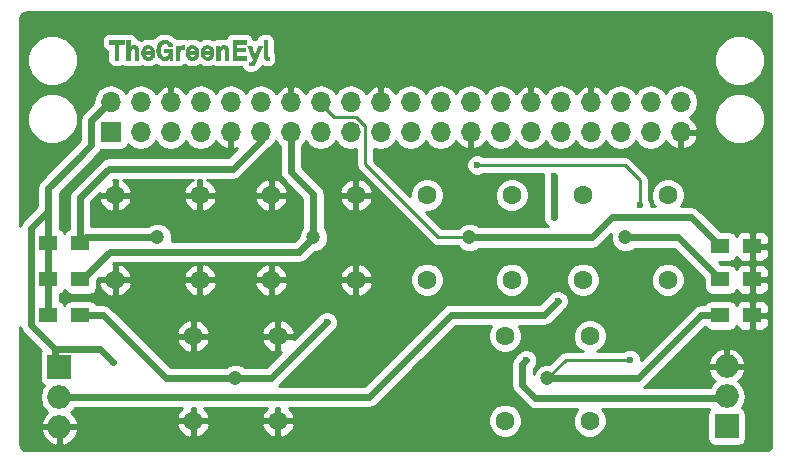
<source format=gbr>
G04 #@! TF.FileFunction,Copper,L1,Top,Signal*
%FSLAX46Y46*%
G04 Gerber Fmt 4.6, Leading zero omitted, Abs format (unit mm)*
G04 Created by KiCad (PCBNEW 4.0.7) date Wednesday, 28. February 2018 'u13' 15:13:27*
%MOMM*%
%LPD*%
G01*
G04 APERTURE LIST*
%ADD10C,0.100000*%
%ADD11C,0.010000*%
%ADD12C,1.200000*%
%ADD13C,1.600000*%
%ADD14R,1.500000X1.300000*%
%ADD15R,1.700000X1.700000*%
%ADD16O,1.700000X1.700000*%
%ADD17O,1.998980X1.998980*%
%ADD18R,1.998980X1.998980*%
%ADD19C,0.600000*%
%ADD20C,0.610000*%
%ADD21C,0.250000*%
%ADD22C,0.254000*%
G04 APERTURE END LIST*
D10*
D11*
G36*
X123138160Y-66560606D02*
X123184369Y-66561177D01*
X123219176Y-66562038D01*
X123239139Y-66563115D01*
X123242560Y-66563821D01*
X123245856Y-66573494D01*
X123255181Y-66599932D01*
X123269691Y-66640778D01*
X123288542Y-66693675D01*
X123310889Y-66756266D01*
X123335887Y-66826194D01*
X123362693Y-66901102D01*
X123390463Y-66978633D01*
X123418351Y-67056430D01*
X123445513Y-67132136D01*
X123471106Y-67203393D01*
X123494284Y-67267846D01*
X123514204Y-67323136D01*
X123530021Y-67366907D01*
X123540890Y-67396801D01*
X123543418Y-67403680D01*
X123547756Y-67397604D01*
X123557920Y-67374125D01*
X123573228Y-67335088D01*
X123592995Y-67282340D01*
X123616538Y-67217727D01*
X123643174Y-67143094D01*
X123672218Y-67060287D01*
X123695448Y-66993121D01*
X123725950Y-66904564D01*
X123754466Y-66822075D01*
X123780313Y-66747608D01*
X123802806Y-66683120D01*
X123821262Y-66630568D01*
X123834997Y-66591907D01*
X123843327Y-66569093D01*
X123845599Y-66563574D01*
X123856555Y-66562413D01*
X123884062Y-66561803D01*
X123924356Y-66561766D01*
X123973675Y-66562327D01*
X123991546Y-66562652D01*
X124133743Y-66565480D01*
X123861924Y-67289230D01*
X123817861Y-67406206D01*
X123775286Y-67518565D01*
X123734818Y-67624713D01*
X123697074Y-67723058D01*
X123662675Y-67812007D01*
X123632240Y-67889968D01*
X123606386Y-67955346D01*
X123585733Y-68006550D01*
X123570901Y-68041987D01*
X123562506Y-68060064D01*
X123562239Y-68060531D01*
X123517841Y-68122039D01*
X123463577Y-68174736D01*
X123405160Y-68213158D01*
X123400040Y-68215660D01*
X123368059Y-68228485D01*
X123333488Y-68236563D01*
X123289671Y-68241119D01*
X123252720Y-68242785D01*
X123203559Y-68243185D01*
X123155766Y-68241639D01*
X123117308Y-68238466D01*
X123106923Y-68236923D01*
X123074440Y-68231028D01*
X123052534Y-68224764D01*
X123039130Y-68214444D01*
X123032151Y-68196380D01*
X123029523Y-68166887D01*
X123029169Y-68122276D01*
X123029200Y-68098857D01*
X123029323Y-68048441D01*
X123030135Y-68015069D01*
X123032302Y-67995467D01*
X123036487Y-67986359D01*
X123043354Y-67984469D01*
X123052060Y-67986156D01*
X123099645Y-67994843D01*
X123150081Y-67999411D01*
X123196224Y-67999558D01*
X123230931Y-67994985D01*
X123234802Y-67993843D01*
X123263028Y-67981360D01*
X123286804Y-67962348D01*
X123308760Y-67933448D01*
X123331522Y-67891303D01*
X123353838Y-67841687D01*
X123394094Y-67747498D01*
X123164968Y-67166649D01*
X123124218Y-67063352D01*
X123085618Y-66965523D01*
X123049825Y-66874822D01*
X123017495Y-66792912D01*
X122989283Y-66721453D01*
X122965846Y-66662108D01*
X122947840Y-66616538D01*
X122935920Y-66586405D01*
X122930743Y-66573369D01*
X122930634Y-66573100D01*
X122933072Y-66568092D01*
X122946619Y-66564504D01*
X122973514Y-66562150D01*
X123015998Y-66560845D01*
X123076309Y-66560403D01*
X123083992Y-66560400D01*
X123138160Y-66560606D01*
X123138160Y-66560606D01*
G37*
X123138160Y-66560606D02*
X123184369Y-66561177D01*
X123219176Y-66562038D01*
X123239139Y-66563115D01*
X123242560Y-66563821D01*
X123245856Y-66573494D01*
X123255181Y-66599932D01*
X123269691Y-66640778D01*
X123288542Y-66693675D01*
X123310889Y-66756266D01*
X123335887Y-66826194D01*
X123362693Y-66901102D01*
X123390463Y-66978633D01*
X123418351Y-67056430D01*
X123445513Y-67132136D01*
X123471106Y-67203393D01*
X123494284Y-67267846D01*
X123514204Y-67323136D01*
X123530021Y-67366907D01*
X123540890Y-67396801D01*
X123543418Y-67403680D01*
X123547756Y-67397604D01*
X123557920Y-67374125D01*
X123573228Y-67335088D01*
X123592995Y-67282340D01*
X123616538Y-67217727D01*
X123643174Y-67143094D01*
X123672218Y-67060287D01*
X123695448Y-66993121D01*
X123725950Y-66904564D01*
X123754466Y-66822075D01*
X123780313Y-66747608D01*
X123802806Y-66683120D01*
X123821262Y-66630568D01*
X123834997Y-66591907D01*
X123843327Y-66569093D01*
X123845599Y-66563574D01*
X123856555Y-66562413D01*
X123884062Y-66561803D01*
X123924356Y-66561766D01*
X123973675Y-66562327D01*
X123991546Y-66562652D01*
X124133743Y-66565480D01*
X123861924Y-67289230D01*
X123817861Y-67406206D01*
X123775286Y-67518565D01*
X123734818Y-67624713D01*
X123697074Y-67723058D01*
X123662675Y-67812007D01*
X123632240Y-67889968D01*
X123606386Y-67955346D01*
X123585733Y-68006550D01*
X123570901Y-68041987D01*
X123562506Y-68060064D01*
X123562239Y-68060531D01*
X123517841Y-68122039D01*
X123463577Y-68174736D01*
X123405160Y-68213158D01*
X123400040Y-68215660D01*
X123368059Y-68228485D01*
X123333488Y-68236563D01*
X123289671Y-68241119D01*
X123252720Y-68242785D01*
X123203559Y-68243185D01*
X123155766Y-68241639D01*
X123117308Y-68238466D01*
X123106923Y-68236923D01*
X123074440Y-68231028D01*
X123052534Y-68224764D01*
X123039130Y-68214444D01*
X123032151Y-68196380D01*
X123029523Y-68166887D01*
X123029169Y-68122276D01*
X123029200Y-68098857D01*
X123029323Y-68048441D01*
X123030135Y-68015069D01*
X123032302Y-67995467D01*
X123036487Y-67986359D01*
X123043354Y-67984469D01*
X123052060Y-67986156D01*
X123099645Y-67994843D01*
X123150081Y-67999411D01*
X123196224Y-67999558D01*
X123230931Y-67994985D01*
X123234802Y-67993843D01*
X123263028Y-67981360D01*
X123286804Y-67962348D01*
X123308760Y-67933448D01*
X123331522Y-67891303D01*
X123353838Y-67841687D01*
X123394094Y-67747498D01*
X123164968Y-67166649D01*
X123124218Y-67063352D01*
X123085618Y-66965523D01*
X123049825Y-66874822D01*
X123017495Y-66792912D01*
X122989283Y-66721453D01*
X122965846Y-66662108D01*
X122947840Y-66616538D01*
X122935920Y-66586405D01*
X122930743Y-66573369D01*
X122930634Y-66573100D01*
X122933072Y-66568092D01*
X122946619Y-66564504D01*
X122973514Y-66562150D01*
X123015998Y-66560845D01*
X123076309Y-66560403D01*
X123083992Y-66560400D01*
X123138160Y-66560606D01*
G36*
X114612441Y-66538964D02*
X114709890Y-66565159D01*
X114796720Y-66608589D01*
X114863453Y-66660314D01*
X114929568Y-66733278D01*
X114980035Y-66815371D01*
X115015442Y-66908147D01*
X115036379Y-67013159D01*
X115043436Y-67131964D01*
X115043440Y-67134940D01*
X115043440Y-67241120D01*
X114250960Y-67241120D01*
X114250960Y-67279950D01*
X114260401Y-67343333D01*
X114286566Y-67405474D01*
X114326217Y-67461336D01*
X114376115Y-67505882D01*
X114408122Y-67524383D01*
X114452328Y-67539474D01*
X114504968Y-67545601D01*
X114523571Y-67545920D01*
X114589753Y-67539937D01*
X114642234Y-67520906D01*
X114684117Y-67487202D01*
X114713240Y-67446602D01*
X114743720Y-67394199D01*
X114879147Y-67393859D01*
X115014574Y-67393520D01*
X115007521Y-67426540D01*
X114984531Y-67493567D01*
X114945997Y-67561236D01*
X114895892Y-67624537D01*
X114838191Y-67678462D01*
X114776869Y-67718003D01*
X114775812Y-67718525D01*
X114676937Y-67756030D01*
X114572764Y-67775003D01*
X114466978Y-67775072D01*
X114374816Y-67759026D01*
X114290938Y-67731011D01*
X114219231Y-67692626D01*
X114152541Y-67639781D01*
X114132453Y-67620507D01*
X114069439Y-67543978D01*
X114020443Y-67455679D01*
X113985463Y-67358550D01*
X113964499Y-67255531D01*
X113957548Y-67149562D01*
X113964609Y-67043580D01*
X113971336Y-67010679D01*
X114246531Y-67010679D01*
X114247531Y-67030016D01*
X114249114Y-67032688D01*
X114260298Y-67034122D01*
X114289004Y-67035406D01*
X114332434Y-67036483D01*
X114387791Y-67037298D01*
X114452275Y-67037792D01*
X114507962Y-67037920D01*
X114761577Y-67037920D01*
X114754654Y-66985727D01*
X114736484Y-66911318D01*
X114704072Y-66850983D01*
X114658248Y-66805470D01*
X114599847Y-66775527D01*
X114529698Y-66761902D01*
X114504960Y-66761111D01*
X114432090Y-66768688D01*
X114371890Y-66791514D01*
X114322574Y-66830562D01*
X114286264Y-66879959D01*
X114272636Y-66908868D01*
X114260516Y-66944216D01*
X114251338Y-66980116D01*
X114246531Y-67010679D01*
X113971336Y-67010679D01*
X113985681Y-66940527D01*
X114020761Y-66843341D01*
X114069848Y-66754962D01*
X114132941Y-66678329D01*
X114132960Y-66678310D01*
X114211332Y-66613871D01*
X114298637Y-66567683D01*
X114394863Y-66539750D01*
X114499999Y-66530076D01*
X114504554Y-66530070D01*
X114612441Y-66538964D01*
X114612441Y-66538964D01*
G37*
X114612441Y-66538964D02*
X114709890Y-66565159D01*
X114796720Y-66608589D01*
X114863453Y-66660314D01*
X114929568Y-66733278D01*
X114980035Y-66815371D01*
X115015442Y-66908147D01*
X115036379Y-67013159D01*
X115043436Y-67131964D01*
X115043440Y-67134940D01*
X115043440Y-67241120D01*
X114250960Y-67241120D01*
X114250960Y-67279950D01*
X114260401Y-67343333D01*
X114286566Y-67405474D01*
X114326217Y-67461336D01*
X114376115Y-67505882D01*
X114408122Y-67524383D01*
X114452328Y-67539474D01*
X114504968Y-67545601D01*
X114523571Y-67545920D01*
X114589753Y-67539937D01*
X114642234Y-67520906D01*
X114684117Y-67487202D01*
X114713240Y-67446602D01*
X114743720Y-67394199D01*
X114879147Y-67393859D01*
X115014574Y-67393520D01*
X115007521Y-67426540D01*
X114984531Y-67493567D01*
X114945997Y-67561236D01*
X114895892Y-67624537D01*
X114838191Y-67678462D01*
X114776869Y-67718003D01*
X114775812Y-67718525D01*
X114676937Y-67756030D01*
X114572764Y-67775003D01*
X114466978Y-67775072D01*
X114374816Y-67759026D01*
X114290938Y-67731011D01*
X114219231Y-67692626D01*
X114152541Y-67639781D01*
X114132453Y-67620507D01*
X114069439Y-67543978D01*
X114020443Y-67455679D01*
X113985463Y-67358550D01*
X113964499Y-67255531D01*
X113957548Y-67149562D01*
X113964609Y-67043580D01*
X113971336Y-67010679D01*
X114246531Y-67010679D01*
X114247531Y-67030016D01*
X114249114Y-67032688D01*
X114260298Y-67034122D01*
X114289004Y-67035406D01*
X114332434Y-67036483D01*
X114387791Y-67037298D01*
X114452275Y-67037792D01*
X114507962Y-67037920D01*
X114761577Y-67037920D01*
X114754654Y-66985727D01*
X114736484Y-66911318D01*
X114704072Y-66850983D01*
X114658248Y-66805470D01*
X114599847Y-66775527D01*
X114529698Y-66761902D01*
X114504960Y-66761111D01*
X114432090Y-66768688D01*
X114371890Y-66791514D01*
X114322574Y-66830562D01*
X114286264Y-66879959D01*
X114272636Y-66908868D01*
X114260516Y-66944216D01*
X114251338Y-66980116D01*
X114246531Y-67010679D01*
X113971336Y-67010679D01*
X113985681Y-66940527D01*
X114020761Y-66843341D01*
X114069848Y-66754962D01*
X114132941Y-66678329D01*
X114132960Y-66678310D01*
X114211332Y-66613871D01*
X114298637Y-66567683D01*
X114394863Y-66539750D01*
X114499999Y-66530076D01*
X114504554Y-66530070D01*
X114612441Y-66538964D01*
G36*
X116067594Y-66111656D02*
X116176603Y-66141084D01*
X116245462Y-66170508D01*
X116331282Y-66223197D01*
X116405512Y-66288448D01*
X116466133Y-66363616D01*
X116511121Y-66446055D01*
X116538455Y-66533116D01*
X116542933Y-66559908D01*
X116549811Y-66611758D01*
X116399658Y-66608939D01*
X116249504Y-66606120D01*
X116235916Y-66559476D01*
X116213722Y-66511323D01*
X116177766Y-66463446D01*
X116133656Y-66422267D01*
X116094667Y-66397678D01*
X116022310Y-66373148D01*
X115942141Y-66364047D01*
X115859423Y-66370250D01*
X115779418Y-66391632D01*
X115746054Y-66406001D01*
X115684179Y-66445349D01*
X115633323Y-66497948D01*
X115593130Y-66564678D01*
X115563246Y-66646419D01*
X115543317Y-66744051D01*
X115532989Y-66858454D01*
X115531253Y-66939753D01*
X115536297Y-67068366D01*
X115551377Y-67179583D01*
X115576797Y-67273848D01*
X115612862Y-67351605D01*
X115659876Y-67413296D01*
X115718144Y-67459364D01*
X115787971Y-67490253D01*
X115869660Y-67506406D01*
X115922537Y-67509196D01*
X115969934Y-67508750D01*
X116004224Y-67505674D01*
X116032576Y-67498652D01*
X116062160Y-67486372D01*
X116071488Y-67481886D01*
X116138476Y-67438216D01*
X116192076Y-67380141D01*
X116231130Y-67309481D01*
X116254483Y-67228059D01*
X116259800Y-67185368D01*
X116265538Y-67109499D01*
X116073589Y-67106729D01*
X115881640Y-67103960D01*
X115881640Y-66860120D01*
X116547120Y-66854762D01*
X116547120Y-67749882D01*
X116359698Y-67744040D01*
X116345401Y-67661124D01*
X116331105Y-67578209D01*
X116279092Y-67630690D01*
X116243813Y-67662532D01*
X116204382Y-67692551D01*
X116174497Y-67711287D01*
X116092157Y-67745671D01*
X115999010Y-67768115D01*
X115901397Y-67777585D01*
X115805657Y-67773046D01*
X115800360Y-67772340D01*
X115689160Y-67747159D01*
X115586899Y-67704048D01*
X115494896Y-67643841D01*
X115414475Y-67567378D01*
X115357048Y-67491521D01*
X115323175Y-67432731D01*
X115295275Y-67368442D01*
X115271272Y-67293279D01*
X115254427Y-67225880D01*
X115243748Y-67162556D01*
X115236450Y-67084505D01*
X115232531Y-66997036D01*
X115231991Y-66905459D01*
X115234828Y-66815084D01*
X115241042Y-66731220D01*
X115250631Y-66659176D01*
X115254536Y-66638899D01*
X115288175Y-66523977D01*
X115337516Y-66420136D01*
X115401559Y-66328681D01*
X115479307Y-66250920D01*
X115569761Y-66188158D01*
X115618067Y-66163436D01*
X115724976Y-66124983D01*
X115838033Y-66103563D01*
X115953488Y-66099135D01*
X116067594Y-66111656D01*
X116067594Y-66111656D01*
G37*
X116067594Y-66111656D02*
X116176603Y-66141084D01*
X116245462Y-66170508D01*
X116331282Y-66223197D01*
X116405512Y-66288448D01*
X116466133Y-66363616D01*
X116511121Y-66446055D01*
X116538455Y-66533116D01*
X116542933Y-66559908D01*
X116549811Y-66611758D01*
X116399658Y-66608939D01*
X116249504Y-66606120D01*
X116235916Y-66559476D01*
X116213722Y-66511323D01*
X116177766Y-66463446D01*
X116133656Y-66422267D01*
X116094667Y-66397678D01*
X116022310Y-66373148D01*
X115942141Y-66364047D01*
X115859423Y-66370250D01*
X115779418Y-66391632D01*
X115746054Y-66406001D01*
X115684179Y-66445349D01*
X115633323Y-66497948D01*
X115593130Y-66564678D01*
X115563246Y-66646419D01*
X115543317Y-66744051D01*
X115532989Y-66858454D01*
X115531253Y-66939753D01*
X115536297Y-67068366D01*
X115551377Y-67179583D01*
X115576797Y-67273848D01*
X115612862Y-67351605D01*
X115659876Y-67413296D01*
X115718144Y-67459364D01*
X115787971Y-67490253D01*
X115869660Y-67506406D01*
X115922537Y-67509196D01*
X115969934Y-67508750D01*
X116004224Y-67505674D01*
X116032576Y-67498652D01*
X116062160Y-67486372D01*
X116071488Y-67481886D01*
X116138476Y-67438216D01*
X116192076Y-67380141D01*
X116231130Y-67309481D01*
X116254483Y-67228059D01*
X116259800Y-67185368D01*
X116265538Y-67109499D01*
X116073589Y-67106729D01*
X115881640Y-67103960D01*
X115881640Y-66860120D01*
X116547120Y-66854762D01*
X116547120Y-67749882D01*
X116359698Y-67744040D01*
X116345401Y-67661124D01*
X116331105Y-67578209D01*
X116279092Y-67630690D01*
X116243813Y-67662532D01*
X116204382Y-67692551D01*
X116174497Y-67711287D01*
X116092157Y-67745671D01*
X115999010Y-67768115D01*
X115901397Y-67777585D01*
X115805657Y-67773046D01*
X115800360Y-67772340D01*
X115689160Y-67747159D01*
X115586899Y-67704048D01*
X115494896Y-67643841D01*
X115414475Y-67567378D01*
X115357048Y-67491521D01*
X115323175Y-67432731D01*
X115295275Y-67368442D01*
X115271272Y-67293279D01*
X115254427Y-67225880D01*
X115243748Y-67162556D01*
X115236450Y-67084505D01*
X115232531Y-66997036D01*
X115231991Y-66905459D01*
X115234828Y-66815084D01*
X115241042Y-66731220D01*
X115250631Y-66659176D01*
X115254536Y-66638899D01*
X115288175Y-66523977D01*
X115337516Y-66420136D01*
X115401559Y-66328681D01*
X115479307Y-66250920D01*
X115569761Y-66188158D01*
X115618067Y-66163436D01*
X115724976Y-66124983D01*
X115838033Y-66103563D01*
X115953488Y-66099135D01*
X116067594Y-66111656D01*
G36*
X118356604Y-66540250D02*
X118452389Y-66567268D01*
X118537523Y-66610679D01*
X118611245Y-66669607D01*
X118672796Y-66743171D01*
X118721418Y-66830493D01*
X118756350Y-66930695D01*
X118776834Y-67042897D01*
X118782320Y-67145493D01*
X118782320Y-67241120D01*
X117980068Y-67241120D01*
X117986084Y-67289380D01*
X118003599Y-67361533D01*
X118035881Y-67426666D01*
X118080347Y-67480970D01*
X118134418Y-67520638D01*
X118147094Y-67526909D01*
X118195154Y-67540751D01*
X118252436Y-67545514D01*
X118309983Y-67541204D01*
X118358839Y-67527823D01*
X118361100Y-67526822D01*
X118401574Y-67501011D01*
X118438436Y-67464717D01*
X118464536Y-67425279D01*
X118468107Y-67416952D01*
X118472465Y-67407554D01*
X118479410Y-67401078D01*
X118492342Y-67396981D01*
X118514658Y-67394718D01*
X118549760Y-67393746D01*
X118601046Y-67393522D01*
X118614622Y-67393520D01*
X118752227Y-67393520D01*
X118745917Y-67421460D01*
X118724320Y-67484795D01*
X118689374Y-67550486D01*
X118645450Y-67610942D01*
X118622588Y-67635744D01*
X118549909Y-67693974D01*
X118465417Y-67737540D01*
X118372135Y-67765660D01*
X118273087Y-67777555D01*
X118171294Y-67772446D01*
X118124588Y-67764216D01*
X118030254Y-67733608D01*
X117944586Y-67685273D01*
X117868857Y-67620410D01*
X117804343Y-67540222D01*
X117752320Y-67445910D01*
X117731440Y-67393968D01*
X117719542Y-67359614D01*
X117711158Y-67330913D01*
X117705683Y-67303059D01*
X117702514Y-67271248D01*
X117701045Y-67230673D01*
X117700670Y-67176529D01*
X117700692Y-67149680D01*
X117701020Y-67088463D01*
X117702173Y-67042729D01*
X117703541Y-67024204D01*
X117983593Y-67024204D01*
X117986583Y-67031276D01*
X117998655Y-67033576D01*
X118027492Y-67035366D01*
X118069705Y-67036662D01*
X118121902Y-67037481D01*
X118180694Y-67037839D01*
X118242690Y-67037750D01*
X118304501Y-67037232D01*
X118362735Y-67036299D01*
X118414004Y-67034969D01*
X118454916Y-67033256D01*
X118482081Y-67031177D01*
X118492050Y-67028907D01*
X118494478Y-67010138D01*
X118489801Y-66978849D01*
X118479680Y-66940854D01*
X118465777Y-66901964D01*
X118449751Y-66867994D01*
X118442824Y-66856644D01*
X118399698Y-66808638D01*
X118345918Y-66777362D01*
X118280496Y-66762336D01*
X118246143Y-66760748D01*
X118171785Y-66768368D01*
X118110223Y-66791399D01*
X118060198Y-66830578D01*
X118020446Y-66886646D01*
X118015732Y-66895680D01*
X118001219Y-66930241D01*
X117990181Y-66967104D01*
X117983885Y-67000385D01*
X117983593Y-67024204D01*
X117703541Y-67024204D01*
X117704765Y-67007641D01*
X117709409Y-66978364D01*
X117716720Y-66950060D01*
X117727312Y-66917894D01*
X117731709Y-66905391D01*
X117777292Y-66802178D01*
X117835010Y-66715059D01*
X117904427Y-66644348D01*
X117985110Y-66590358D01*
X118076625Y-66553402D01*
X118178537Y-66533794D01*
X118250925Y-66530505D01*
X118356604Y-66540250D01*
X118356604Y-66540250D01*
G37*
X118356604Y-66540250D02*
X118452389Y-66567268D01*
X118537523Y-66610679D01*
X118611245Y-66669607D01*
X118672796Y-66743171D01*
X118721418Y-66830493D01*
X118756350Y-66930695D01*
X118776834Y-67042897D01*
X118782320Y-67145493D01*
X118782320Y-67241120D01*
X117980068Y-67241120D01*
X117986084Y-67289380D01*
X118003599Y-67361533D01*
X118035881Y-67426666D01*
X118080347Y-67480970D01*
X118134418Y-67520638D01*
X118147094Y-67526909D01*
X118195154Y-67540751D01*
X118252436Y-67545514D01*
X118309983Y-67541204D01*
X118358839Y-67527823D01*
X118361100Y-67526822D01*
X118401574Y-67501011D01*
X118438436Y-67464717D01*
X118464536Y-67425279D01*
X118468107Y-67416952D01*
X118472465Y-67407554D01*
X118479410Y-67401078D01*
X118492342Y-67396981D01*
X118514658Y-67394718D01*
X118549760Y-67393746D01*
X118601046Y-67393522D01*
X118614622Y-67393520D01*
X118752227Y-67393520D01*
X118745917Y-67421460D01*
X118724320Y-67484795D01*
X118689374Y-67550486D01*
X118645450Y-67610942D01*
X118622588Y-67635744D01*
X118549909Y-67693974D01*
X118465417Y-67737540D01*
X118372135Y-67765660D01*
X118273087Y-67777555D01*
X118171294Y-67772446D01*
X118124588Y-67764216D01*
X118030254Y-67733608D01*
X117944586Y-67685273D01*
X117868857Y-67620410D01*
X117804343Y-67540222D01*
X117752320Y-67445910D01*
X117731440Y-67393968D01*
X117719542Y-67359614D01*
X117711158Y-67330913D01*
X117705683Y-67303059D01*
X117702514Y-67271248D01*
X117701045Y-67230673D01*
X117700670Y-67176529D01*
X117700692Y-67149680D01*
X117701020Y-67088463D01*
X117702173Y-67042729D01*
X117703541Y-67024204D01*
X117983593Y-67024204D01*
X117986583Y-67031276D01*
X117998655Y-67033576D01*
X118027492Y-67035366D01*
X118069705Y-67036662D01*
X118121902Y-67037481D01*
X118180694Y-67037839D01*
X118242690Y-67037750D01*
X118304501Y-67037232D01*
X118362735Y-67036299D01*
X118414004Y-67034969D01*
X118454916Y-67033256D01*
X118482081Y-67031177D01*
X118492050Y-67028907D01*
X118494478Y-67010138D01*
X118489801Y-66978849D01*
X118479680Y-66940854D01*
X118465777Y-66901964D01*
X118449751Y-66867994D01*
X118442824Y-66856644D01*
X118399698Y-66808638D01*
X118345918Y-66777362D01*
X118280496Y-66762336D01*
X118246143Y-66760748D01*
X118171785Y-66768368D01*
X118110223Y-66791399D01*
X118060198Y-66830578D01*
X118020446Y-66886646D01*
X118015732Y-66895680D01*
X118001219Y-66930241D01*
X117990181Y-66967104D01*
X117983885Y-67000385D01*
X117983593Y-67024204D01*
X117703541Y-67024204D01*
X117704765Y-67007641D01*
X117709409Y-66978364D01*
X117716720Y-66950060D01*
X117727312Y-66917894D01*
X117731709Y-66905391D01*
X117777292Y-66802178D01*
X117835010Y-66715059D01*
X117904427Y-66644348D01*
X117985110Y-66590358D01*
X118076625Y-66553402D01*
X118178537Y-66533794D01*
X118250925Y-66530505D01*
X118356604Y-66540250D01*
G36*
X119621225Y-66539038D02*
X119718713Y-66565486D01*
X119805842Y-66609390D01*
X119882553Y-66670728D01*
X119894724Y-66683066D01*
X119957452Y-66763416D01*
X120004305Y-66856326D01*
X120035305Y-66961859D01*
X120050476Y-67080080D01*
X120052143Y-67136862D01*
X120052320Y-67240884D01*
X119653573Y-67243542D01*
X119254827Y-67246200D01*
X119258302Y-67286507D01*
X119273032Y-67354917D01*
X119303289Y-67418937D01*
X119346053Y-67474205D01*
X119398304Y-67516357D01*
X119427767Y-67531454D01*
X119472389Y-67542747D01*
X119526886Y-67546063D01*
X119582559Y-67541665D01*
X119630708Y-67529818D01*
X119642186Y-67524948D01*
X119668063Y-67507442D01*
X119696118Y-67481015D01*
X119721766Y-67451018D01*
X119740427Y-67422803D01*
X119747520Y-67401938D01*
X119757063Y-67398869D01*
X119783235Y-67396301D01*
X119822343Y-67394459D01*
X119870697Y-67393568D01*
X119885487Y-67393520D01*
X120023454Y-67393520D01*
X120016306Y-67426540D01*
X119999927Y-67475434D01*
X119972223Y-67530718D01*
X119937178Y-67585413D01*
X119898772Y-67632543D01*
X119898658Y-67632663D01*
X119832963Y-67688001D01*
X119754075Y-67730938D01*
X119665586Y-67760525D01*
X119571090Y-67775809D01*
X119474182Y-67775840D01*
X119399603Y-67764744D01*
X119305975Y-67734120D01*
X119220029Y-67685870D01*
X119143589Y-67621825D01*
X119078477Y-67543815D01*
X119026518Y-67453672D01*
X118989534Y-67353226D01*
X118989439Y-67352880D01*
X118979162Y-67299372D01*
X118972848Y-67232440D01*
X118970511Y-67158590D01*
X118972166Y-67084330D01*
X118977828Y-67016168D01*
X118978877Y-67010150D01*
X119252996Y-67010150D01*
X119255284Y-67028609D01*
X119266709Y-67031236D01*
X119295846Y-67033555D01*
X119340089Y-67035474D01*
X119396832Y-67036897D01*
X119463467Y-67037734D01*
X119515820Y-67037920D01*
X119770601Y-67037920D01*
X119764209Y-66991279D01*
X119752522Y-66940706D01*
X119732797Y-66889313D01*
X119708526Y-66845275D01*
X119693683Y-66826261D01*
X119648093Y-66791406D01*
X119591203Y-66769106D01*
X119528004Y-66759765D01*
X119463484Y-66763790D01*
X119402635Y-66781586D01*
X119368754Y-66799837D01*
X119339642Y-66824463D01*
X119310937Y-66857014D01*
X119300564Y-66871783D01*
X119283539Y-66904196D01*
X119268800Y-66941997D01*
X119258051Y-66979283D01*
X119252996Y-67010150D01*
X118978877Y-67010150D01*
X118987512Y-66960612D01*
X118988531Y-66956640D01*
X119025745Y-66850114D01*
X119076679Y-66757400D01*
X119140309Y-66679332D01*
X119215610Y-66616741D01*
X119301558Y-66570461D01*
X119397128Y-66541325D01*
X119501295Y-66530164D01*
X119513434Y-66530070D01*
X119621225Y-66539038D01*
X119621225Y-66539038D01*
G37*
X119621225Y-66539038D02*
X119718713Y-66565486D01*
X119805842Y-66609390D01*
X119882553Y-66670728D01*
X119894724Y-66683066D01*
X119957452Y-66763416D01*
X120004305Y-66856326D01*
X120035305Y-66961859D01*
X120050476Y-67080080D01*
X120052143Y-67136862D01*
X120052320Y-67240884D01*
X119653573Y-67243542D01*
X119254827Y-67246200D01*
X119258302Y-67286507D01*
X119273032Y-67354917D01*
X119303289Y-67418937D01*
X119346053Y-67474205D01*
X119398304Y-67516357D01*
X119427767Y-67531454D01*
X119472389Y-67542747D01*
X119526886Y-67546063D01*
X119582559Y-67541665D01*
X119630708Y-67529818D01*
X119642186Y-67524948D01*
X119668063Y-67507442D01*
X119696118Y-67481015D01*
X119721766Y-67451018D01*
X119740427Y-67422803D01*
X119747520Y-67401938D01*
X119757063Y-67398869D01*
X119783235Y-67396301D01*
X119822343Y-67394459D01*
X119870697Y-67393568D01*
X119885487Y-67393520D01*
X120023454Y-67393520D01*
X120016306Y-67426540D01*
X119999927Y-67475434D01*
X119972223Y-67530718D01*
X119937178Y-67585413D01*
X119898772Y-67632543D01*
X119898658Y-67632663D01*
X119832963Y-67688001D01*
X119754075Y-67730938D01*
X119665586Y-67760525D01*
X119571090Y-67775809D01*
X119474182Y-67775840D01*
X119399603Y-67764744D01*
X119305975Y-67734120D01*
X119220029Y-67685870D01*
X119143589Y-67621825D01*
X119078477Y-67543815D01*
X119026518Y-67453672D01*
X118989534Y-67353226D01*
X118989439Y-67352880D01*
X118979162Y-67299372D01*
X118972848Y-67232440D01*
X118970511Y-67158590D01*
X118972166Y-67084330D01*
X118977828Y-67016168D01*
X118978877Y-67010150D01*
X119252996Y-67010150D01*
X119255284Y-67028609D01*
X119266709Y-67031236D01*
X119295846Y-67033555D01*
X119340089Y-67035474D01*
X119396832Y-67036897D01*
X119463467Y-67037734D01*
X119515820Y-67037920D01*
X119770601Y-67037920D01*
X119764209Y-66991279D01*
X119752522Y-66940706D01*
X119732797Y-66889313D01*
X119708526Y-66845275D01*
X119693683Y-66826261D01*
X119648093Y-66791406D01*
X119591203Y-66769106D01*
X119528004Y-66759765D01*
X119463484Y-66763790D01*
X119402635Y-66781586D01*
X119368754Y-66799837D01*
X119339642Y-66824463D01*
X119310937Y-66857014D01*
X119300564Y-66871783D01*
X119283539Y-66904196D01*
X119268800Y-66941997D01*
X119258051Y-66979283D01*
X119252996Y-67010150D01*
X118978877Y-67010150D01*
X118987512Y-66960612D01*
X118988531Y-66956640D01*
X119025745Y-66850114D01*
X119076679Y-66757400D01*
X119140309Y-66679332D01*
X119215610Y-66616741D01*
X119301558Y-66570461D01*
X119397128Y-66541325D01*
X119501295Y-66530164D01*
X119513434Y-66530070D01*
X119621225Y-66539038D01*
G36*
X124596169Y-66774643D02*
X124598920Y-67456246D01*
X124627426Y-67480763D01*
X124653741Y-67497601D01*
X124685983Y-67504586D01*
X124706166Y-67505280D01*
X124756400Y-67505280D01*
X124756400Y-67746580D01*
X124724650Y-67752930D01*
X124675215Y-67758481D01*
X124616951Y-67758595D01*
X124558514Y-67753742D01*
X124508561Y-67744393D01*
X124495617Y-67740473D01*
X124432422Y-67711388D01*
X124384357Y-67671725D01*
X124347579Y-67618182D01*
X124343168Y-67609504D01*
X124314440Y-67551000D01*
X124311640Y-66822020D01*
X124308841Y-66093040D01*
X124593419Y-66093040D01*
X124596169Y-66774643D01*
X124596169Y-66774643D01*
G37*
X124596169Y-66774643D02*
X124598920Y-67456246D01*
X124627426Y-67480763D01*
X124653741Y-67497601D01*
X124685983Y-67504586D01*
X124706166Y-67505280D01*
X124756400Y-67505280D01*
X124756400Y-67746580D01*
X124724650Y-67752930D01*
X124675215Y-67758481D01*
X124616951Y-67758595D01*
X124558514Y-67753742D01*
X124508561Y-67744393D01*
X124495617Y-67740473D01*
X124432422Y-67711388D01*
X124384357Y-67671725D01*
X124347579Y-67618182D01*
X124343168Y-67609504D01*
X124314440Y-67551000D01*
X124311640Y-66822020D01*
X124308841Y-66093040D01*
X124593419Y-66093040D01*
X124596169Y-66774643D01*
G36*
X111977342Y-66123586D02*
X112081802Y-66123778D01*
X112178372Y-66124084D01*
X112265300Y-66124491D01*
X112340833Y-66124989D01*
X112403219Y-66125565D01*
X112450706Y-66126208D01*
X112481539Y-66126906D01*
X112493968Y-66127647D01*
X112494126Y-66127718D01*
X112495477Y-66138873D01*
X112496173Y-66166422D01*
X112496182Y-66206447D01*
X112495473Y-66255031D01*
X112495255Y-66264878D01*
X112492150Y-66397840D01*
X112015760Y-66397840D01*
X112015760Y-67749120D01*
X111721120Y-67749120D01*
X111721120Y-66397840D01*
X111243600Y-66397840D01*
X111243600Y-66123520D01*
X111866746Y-66123520D01*
X111977342Y-66123586D01*
X111977342Y-66123586D01*
G37*
X111977342Y-66123586D02*
X112081802Y-66123778D01*
X112178372Y-66124084D01*
X112265300Y-66124491D01*
X112340833Y-66124989D01*
X112403219Y-66125565D01*
X112450706Y-66126208D01*
X112481539Y-66126906D01*
X112493968Y-66127647D01*
X112494126Y-66127718D01*
X112495477Y-66138873D01*
X112496173Y-66166422D01*
X112496182Y-66206447D01*
X112495473Y-66255031D01*
X112495255Y-66264878D01*
X112492150Y-66397840D01*
X112015760Y-66397840D01*
X112015760Y-67749120D01*
X111721120Y-67749120D01*
X111721120Y-66397840D01*
X111243600Y-66397840D01*
X111243600Y-66123520D01*
X111866746Y-66123520D01*
X111977342Y-66123586D01*
G36*
X112971122Y-66385140D02*
X112971023Y-66459141D01*
X112971191Y-66526068D01*
X112971598Y-66583362D01*
X112972218Y-66628462D01*
X112973022Y-66658811D01*
X112973985Y-66671848D01*
X112974168Y-66672160D01*
X112983146Y-66665800D01*
X113001848Y-66649512D01*
X113016270Y-66636177D01*
X113084066Y-66585983D01*
X113163367Y-66551570D01*
X113252071Y-66533623D01*
X113335201Y-66531935D01*
X113422806Y-66546403D01*
X113501122Y-66578288D01*
X113568663Y-66626244D01*
X113623944Y-66688927D01*
X113665480Y-66764990D01*
X113691785Y-66853089D01*
X113692198Y-66855242D01*
X113694482Y-66877485D01*
X113696569Y-66917706D01*
X113698410Y-66973567D01*
X113699954Y-67042727D01*
X113701151Y-67122846D01*
X113701952Y-67211584D01*
X113702306Y-67306601D01*
X113702320Y-67328866D01*
X113702320Y-67749120D01*
X113418892Y-67749120D01*
X113415826Y-67335100D01*
X113415025Y-67232234D01*
X113414220Y-67147662D01*
X113413304Y-67079358D01*
X113412166Y-67025298D01*
X113410700Y-66983455D01*
X113408797Y-66951803D01*
X113406350Y-66928318D01*
X113403248Y-66910973D01*
X113399386Y-66897743D01*
X113394654Y-66886602D01*
X113391541Y-66880440D01*
X113360976Y-66838040D01*
X113320350Y-66810810D01*
X113267407Y-66797658D01*
X113217820Y-66796395D01*
X113175316Y-66799517D01*
X113145134Y-66806066D01*
X113119311Y-66818340D01*
X113102034Y-66829805D01*
X113071620Y-66857230D01*
X113042248Y-66893032D01*
X113030008Y-66912194D01*
X113014734Y-66941525D01*
X113002291Y-66971385D01*
X112992405Y-67004174D01*
X112984800Y-67042295D01*
X112979202Y-67088146D01*
X112975337Y-67144129D01*
X112972928Y-67212644D01*
X112971701Y-67296092D01*
X112971382Y-67396874D01*
X112971410Y-67424000D01*
X112971932Y-67744040D01*
X112686200Y-67749678D01*
X112691400Y-66098120D01*
X112972025Y-66098120D01*
X112971122Y-66385140D01*
X112971122Y-66385140D01*
G37*
X112971122Y-66385140D02*
X112971023Y-66459141D01*
X112971191Y-66526068D01*
X112971598Y-66583362D01*
X112972218Y-66628462D01*
X112973022Y-66658811D01*
X112973985Y-66671848D01*
X112974168Y-66672160D01*
X112983146Y-66665800D01*
X113001848Y-66649512D01*
X113016270Y-66636177D01*
X113084066Y-66585983D01*
X113163367Y-66551570D01*
X113252071Y-66533623D01*
X113335201Y-66531935D01*
X113422806Y-66546403D01*
X113501122Y-66578288D01*
X113568663Y-66626244D01*
X113623944Y-66688927D01*
X113665480Y-66764990D01*
X113691785Y-66853089D01*
X113692198Y-66855242D01*
X113694482Y-66877485D01*
X113696569Y-66917706D01*
X113698410Y-66973567D01*
X113699954Y-67042727D01*
X113701151Y-67122846D01*
X113701952Y-67211584D01*
X113702306Y-67306601D01*
X113702320Y-67328866D01*
X113702320Y-67749120D01*
X113418892Y-67749120D01*
X113415826Y-67335100D01*
X113415025Y-67232234D01*
X113414220Y-67147662D01*
X113413304Y-67079358D01*
X113412166Y-67025298D01*
X113410700Y-66983455D01*
X113408797Y-66951803D01*
X113406350Y-66928318D01*
X113403248Y-66910973D01*
X113399386Y-66897743D01*
X113394654Y-66886602D01*
X113391541Y-66880440D01*
X113360976Y-66838040D01*
X113320350Y-66810810D01*
X113267407Y-66797658D01*
X113217820Y-66796395D01*
X113175316Y-66799517D01*
X113145134Y-66806066D01*
X113119311Y-66818340D01*
X113102034Y-66829805D01*
X113071620Y-66857230D01*
X113042248Y-66893032D01*
X113030008Y-66912194D01*
X113014734Y-66941525D01*
X113002291Y-66971385D01*
X112992405Y-67004174D01*
X112984800Y-67042295D01*
X112979202Y-67088146D01*
X112975337Y-67144129D01*
X112972928Y-67212644D01*
X112971701Y-67296092D01*
X112971382Y-67396874D01*
X112971410Y-67424000D01*
X112971932Y-67744040D01*
X112686200Y-67749678D01*
X112691400Y-66098120D01*
X112972025Y-66098120D01*
X112971122Y-66385140D01*
G36*
X117531488Y-66544907D02*
X117563120Y-66551854D01*
X117563120Y-66819630D01*
X117484380Y-66816126D01*
X117401678Y-66820647D01*
X117330243Y-66841886D01*
X117270494Y-66879578D01*
X117222851Y-66933461D01*
X117188275Y-67001818D01*
X117182292Y-67018783D01*
X117177478Y-67035917D01*
X117173688Y-67055614D01*
X117170776Y-67080272D01*
X117168597Y-67112287D01*
X117167007Y-67154054D01*
X117165860Y-67207970D01*
X117165012Y-67276431D01*
X117164317Y-67361833D01*
X117164043Y-67402313D01*
X117161800Y-67744040D01*
X117017020Y-67746858D01*
X116872240Y-67749677D01*
X116872240Y-66560400D01*
X116993352Y-66560400D01*
X117114465Y-66560399D01*
X117119815Y-66588340D01*
X117124153Y-66614605D01*
X117129316Y-66650778D01*
X117132084Y-66672157D01*
X117136275Y-66703593D01*
X117140025Y-66717550D01*
X117145355Y-66716716D01*
X117154291Y-66703782D01*
X117155014Y-66702637D01*
X117190761Y-66657804D01*
X117237183Y-66616051D01*
X117286819Y-66583603D01*
X117310748Y-66572723D01*
X117358069Y-66558708D01*
X117412132Y-66548352D01*
X117465701Y-66542566D01*
X117511539Y-66542264D01*
X117531488Y-66544907D01*
X117531488Y-66544907D01*
G37*
X117531488Y-66544907D02*
X117563120Y-66551854D01*
X117563120Y-66819630D01*
X117484380Y-66816126D01*
X117401678Y-66820647D01*
X117330243Y-66841886D01*
X117270494Y-66879578D01*
X117222851Y-66933461D01*
X117188275Y-67001818D01*
X117182292Y-67018783D01*
X117177478Y-67035917D01*
X117173688Y-67055614D01*
X117170776Y-67080272D01*
X117168597Y-67112287D01*
X117167007Y-67154054D01*
X117165860Y-67207970D01*
X117165012Y-67276431D01*
X117164317Y-67361833D01*
X117164043Y-67402313D01*
X117161800Y-67744040D01*
X117017020Y-67746858D01*
X116872240Y-67749677D01*
X116872240Y-66560400D01*
X116993352Y-66560400D01*
X117114465Y-66560399D01*
X117119815Y-66588340D01*
X117124153Y-66614605D01*
X117129316Y-66650778D01*
X117132084Y-66672157D01*
X117136275Y-66703593D01*
X117140025Y-66717550D01*
X117145355Y-66716716D01*
X117154291Y-66703782D01*
X117155014Y-66702637D01*
X117190761Y-66657804D01*
X117237183Y-66616051D01*
X117286819Y-66583603D01*
X117310748Y-66572723D01*
X117358069Y-66558708D01*
X117412132Y-66548352D01*
X117465701Y-66542566D01*
X117511539Y-66542264D01*
X117531488Y-66544907D01*
G36*
X120982536Y-66535632D02*
X121019505Y-66537616D01*
X121047969Y-66542203D01*
X121073829Y-66550357D01*
X121102987Y-66563039D01*
X121103880Y-66563455D01*
X121177583Y-66608731D01*
X121238677Y-66668847D01*
X121285366Y-66741438D01*
X121315854Y-66824141D01*
X121321423Y-66849759D01*
X121324349Y-66876503D01*
X121326882Y-66922069D01*
X121328986Y-66984961D01*
X121330627Y-67063685D01*
X121331770Y-67156744D01*
X121332382Y-67262645D01*
X121332480Y-67329345D01*
X121332480Y-67749120D01*
X121048000Y-67749120D01*
X121047757Y-67360500D01*
X121047464Y-67271895D01*
X121046735Y-67188289D01*
X121045626Y-67112192D01*
X121044191Y-67046113D01*
X121042487Y-66992564D01*
X121040569Y-66954054D01*
X121038493Y-66933094D01*
X121038272Y-66932026D01*
X121016077Y-66875554D01*
X120979616Y-66833300D01*
X120930071Y-66806282D01*
X120880518Y-66796210D01*
X120813725Y-66799094D01*
X120755523Y-66820137D01*
X120704062Y-66860085D01*
X120693134Y-66871856D01*
X120671102Y-66899769D01*
X120652763Y-66930375D01*
X120637801Y-66965715D01*
X120625900Y-67007832D01*
X120616745Y-67058768D01*
X120610019Y-67120565D01*
X120605406Y-67195266D01*
X120602591Y-67284911D01*
X120601258Y-67391543D01*
X120601037Y-67467180D01*
X120600960Y-67749120D01*
X120316480Y-67749120D01*
X120316480Y-66560400D01*
X120558533Y-66560400D01*
X120565050Y-66603580D01*
X120571795Y-66648877D01*
X120577479Y-66675801D01*
X120585173Y-66685874D01*
X120597948Y-66680618D01*
X120618874Y-66661556D01*
X120640068Y-66640764D01*
X120689053Y-66598165D01*
X120737573Y-66568134D01*
X120790638Y-66548855D01*
X120853259Y-66538513D01*
X120930447Y-66535291D01*
X120931160Y-66535289D01*
X120982536Y-66535632D01*
X120982536Y-66535632D01*
G37*
X120982536Y-66535632D02*
X121019505Y-66537616D01*
X121047969Y-66542203D01*
X121073829Y-66550357D01*
X121102987Y-66563039D01*
X121103880Y-66563455D01*
X121177583Y-66608731D01*
X121238677Y-66668847D01*
X121285366Y-66741438D01*
X121315854Y-66824141D01*
X121321423Y-66849759D01*
X121324349Y-66876503D01*
X121326882Y-66922069D01*
X121328986Y-66984961D01*
X121330627Y-67063685D01*
X121331770Y-67156744D01*
X121332382Y-67262645D01*
X121332480Y-67329345D01*
X121332480Y-67749120D01*
X121048000Y-67749120D01*
X121047757Y-67360500D01*
X121047464Y-67271895D01*
X121046735Y-67188289D01*
X121045626Y-67112192D01*
X121044191Y-67046113D01*
X121042487Y-66992564D01*
X121040569Y-66954054D01*
X121038493Y-66933094D01*
X121038272Y-66932026D01*
X121016077Y-66875554D01*
X120979616Y-66833300D01*
X120930071Y-66806282D01*
X120880518Y-66796210D01*
X120813725Y-66799094D01*
X120755523Y-66820137D01*
X120704062Y-66860085D01*
X120693134Y-66871856D01*
X120671102Y-66899769D01*
X120652763Y-66930375D01*
X120637801Y-66965715D01*
X120625900Y-67007832D01*
X120616745Y-67058768D01*
X120610019Y-67120565D01*
X120605406Y-67195266D01*
X120602591Y-67284911D01*
X120601258Y-67391543D01*
X120601037Y-67467180D01*
X120600960Y-67749120D01*
X120316480Y-67749120D01*
X120316480Y-66560400D01*
X120558533Y-66560400D01*
X120565050Y-66603580D01*
X120571795Y-66648877D01*
X120577479Y-66675801D01*
X120585173Y-66685874D01*
X120597948Y-66680618D01*
X120618874Y-66661556D01*
X120640068Y-66640764D01*
X120689053Y-66598165D01*
X120737573Y-66568134D01*
X120790638Y-66548855D01*
X120853259Y-66538513D01*
X120930447Y-66535291D01*
X120931160Y-66535289D01*
X120982536Y-66535632D01*
G36*
X122833914Y-66258140D02*
X122831080Y-66392760D01*
X121972102Y-66398060D01*
X121977640Y-66768680D01*
X122356100Y-66771343D01*
X122734560Y-66774007D01*
X122734560Y-67037920D01*
X121972560Y-67037920D01*
X121972560Y-67474579D01*
X122401820Y-67477229D01*
X122831080Y-67479880D01*
X122833914Y-67614500D01*
X122836749Y-67749120D01*
X121677920Y-67749120D01*
X121677920Y-66123520D01*
X122836749Y-66123520D01*
X122833914Y-66258140D01*
X122833914Y-66258140D01*
G37*
X122833914Y-66258140D02*
X122831080Y-66392760D01*
X121972102Y-66398060D01*
X121977640Y-66768680D01*
X122356100Y-66771343D01*
X122734560Y-66774007D01*
X122734560Y-67037920D01*
X121972560Y-67037920D01*
X121972560Y-67474579D01*
X122401820Y-67477229D01*
X122831080Y-67479880D01*
X122833914Y-67614500D01*
X122836749Y-67749120D01*
X121677920Y-67749120D01*
X121677920Y-66123520D01*
X122836749Y-66123520D01*
X122833914Y-66258140D01*
D12*
X141732000Y-82804000D03*
D13*
X138139898Y-79211898D03*
X145324102Y-79211898D03*
X138139898Y-86396102D03*
X145324102Y-86396102D03*
D14*
X108792000Y-83312000D03*
X106092000Y-83312000D03*
X108792000Y-86360000D03*
X106092000Y-86360000D03*
X108792000Y-89408000D03*
X106092000Y-89408000D03*
X162988000Y-83566000D03*
X165688000Y-83566000D03*
X162988000Y-86360000D03*
X165688000Y-86360000D03*
X162988000Y-89408000D03*
X165688000Y-89408000D03*
D15*
X111360000Y-73893680D03*
D16*
X111360000Y-71353680D03*
X113900000Y-73893680D03*
X113900000Y-71353680D03*
X116440000Y-73893680D03*
X116440000Y-71353680D03*
X118980000Y-73893680D03*
X118980000Y-71353680D03*
X121520000Y-73893680D03*
X121520000Y-71353680D03*
X124060000Y-73893680D03*
X124060000Y-71353680D03*
X126600000Y-73893680D03*
X126600000Y-71353680D03*
X129140000Y-73893680D03*
X129140000Y-71353680D03*
X131680000Y-73893680D03*
X131680000Y-71353680D03*
X134220000Y-73893680D03*
X134220000Y-71353680D03*
X136760000Y-73893680D03*
X136760000Y-71353680D03*
X139300000Y-73893680D03*
X139300000Y-71353680D03*
X141840000Y-73893680D03*
X141840000Y-71353680D03*
X144380000Y-73893680D03*
X144380000Y-71353680D03*
X146920000Y-73893680D03*
X146920000Y-71353680D03*
X149460000Y-73893680D03*
X149460000Y-71353680D03*
X152000000Y-73893680D03*
X152000000Y-71353680D03*
X154540000Y-73893680D03*
X154540000Y-71353680D03*
X157080000Y-73893680D03*
X157080000Y-71353680D03*
X159620000Y-73893680D03*
X159620000Y-71353680D03*
D12*
X115316000Y-82804000D03*
D13*
X111723898Y-79211898D03*
X118908102Y-79211898D03*
X111723898Y-86396102D03*
X118908102Y-86396102D03*
D12*
X128524000Y-82804000D03*
D13*
X124931898Y-79211898D03*
X132116102Y-79211898D03*
X124931898Y-86396102D03*
X132116102Y-86396102D03*
D12*
X121920000Y-94742000D03*
D13*
X118327898Y-91149898D03*
X125512102Y-91149898D03*
X118327898Y-98334102D03*
X125512102Y-98334102D03*
D12*
X154940000Y-82804000D03*
D13*
X151347898Y-79211898D03*
X158532102Y-79211898D03*
X151347898Y-86396102D03*
X158532102Y-86396102D03*
D12*
X148336000Y-94742000D03*
D13*
X144743898Y-91149898D03*
X151928102Y-91149898D03*
X144743898Y-98334102D03*
X151928102Y-98334102D03*
D17*
X163500000Y-93720000D03*
D18*
X163500000Y-98800000D03*
D17*
X163500000Y-96260000D03*
X107010000Y-98850000D03*
D18*
X107010000Y-93770000D03*
D17*
X107010000Y-96310000D03*
D19*
X111560000Y-93350000D03*
X129670000Y-89990000D03*
X156160000Y-80100000D03*
X142380000Y-76670000D03*
X155320000Y-93150000D03*
X146550000Y-93210000D03*
X149200000Y-88180000D03*
X148860000Y-81050000D03*
X148860000Y-77620000D03*
D20*
X106620000Y-92210000D02*
X106620000Y-93380000D01*
X106620000Y-93380000D02*
X107010000Y-93770000D01*
X104610000Y-89580000D02*
X104610000Y-90200000D01*
X104610000Y-90200000D02*
X106620000Y-92210000D01*
X106092000Y-78618000D02*
X106092000Y-80528000D01*
X104610000Y-82010000D02*
X104610000Y-89580000D01*
X106092000Y-80528000D02*
X104610000Y-82010000D01*
X111360000Y-71353680D02*
X111266320Y-71353680D01*
X111266320Y-71353680D02*
X109730000Y-72890000D01*
X109730000Y-72890000D02*
X109730000Y-74980000D01*
X109730000Y-74980000D02*
X108930000Y-75780000D01*
X106092000Y-86360000D02*
X106092000Y-83312000D01*
X106620000Y-92210000D02*
X110420000Y-92210000D01*
X110420000Y-92210000D02*
X111560000Y-93350000D01*
X107010000Y-93770000D02*
X107010000Y-93360000D01*
X106092000Y-78618000D02*
X106092000Y-86360000D01*
X108930000Y-75780000D02*
X108925000Y-75785000D01*
X108925000Y-75785000D02*
X106092000Y-78618000D01*
X106092000Y-86360000D02*
X106092000Y-89408000D01*
X124060000Y-73893680D02*
X124060000Y-74600000D01*
X124060000Y-74600000D02*
X121690000Y-76970000D01*
X121690000Y-76970000D02*
X111180000Y-76970000D01*
X111180000Y-76970000D02*
X108792000Y-79358000D01*
X108792000Y-79358000D02*
X108792000Y-83312000D01*
X115316000Y-82804000D02*
X109300000Y-82804000D01*
X109300000Y-82804000D02*
X108792000Y-83312000D01*
X126600000Y-73893680D02*
X126600000Y-77230000D01*
X128524000Y-79154000D02*
X128524000Y-82804000D01*
X126600000Y-77230000D02*
X128524000Y-79154000D01*
X108792000Y-86360000D02*
X108940000Y-86360000D01*
X108940000Y-86360000D02*
X111260000Y-84040000D01*
X111260000Y-84040000D02*
X127288000Y-84040000D01*
X127288000Y-84040000D02*
X128524000Y-82804000D01*
X121920000Y-94742000D02*
X124918000Y-94742000D01*
X124918000Y-94742000D02*
X129670000Y-89990000D01*
X108792000Y-89408000D02*
X110748000Y-89408000D01*
X116082000Y-94742000D02*
X121920000Y-94742000D01*
X110748000Y-89408000D02*
X116082000Y-94742000D01*
D21*
X129140000Y-71353680D02*
X129140000Y-71470000D01*
X129140000Y-71470000D02*
X130290000Y-72620000D01*
X139104000Y-82804000D02*
X141732000Y-82804000D01*
X132910000Y-76610000D02*
X139104000Y-82804000D01*
X132910000Y-73370000D02*
X132910000Y-76610000D01*
X132160000Y-72620000D02*
X132910000Y-73370000D01*
X130290000Y-72620000D02*
X132160000Y-72620000D01*
D20*
X141732000Y-82804000D02*
X152086000Y-82804000D01*
X160532000Y-81110000D02*
X162988000Y-83566000D01*
X153780000Y-81110000D02*
X160532000Y-81110000D01*
X152086000Y-82804000D02*
X153780000Y-81110000D01*
D21*
X156160000Y-77930000D02*
X156160000Y-80100000D01*
X154900000Y-76670000D02*
X156160000Y-77930000D01*
X142380000Y-76670000D02*
X154900000Y-76670000D01*
D20*
X131680000Y-71353680D02*
X131680000Y-70890000D01*
X154940000Y-82804000D02*
X159432000Y-82804000D01*
X159432000Y-82804000D02*
X162988000Y-86360000D01*
D21*
X149868000Y-93210000D02*
X148336000Y-94742000D01*
X155260000Y-93210000D02*
X149868000Y-93210000D01*
X155320000Y-93150000D02*
X155260000Y-93210000D01*
D20*
X148336000Y-94714000D02*
X148336000Y-94742000D01*
X162988000Y-89408000D02*
X161332000Y-89408000D01*
X161332000Y-89408000D02*
X155998000Y-94742000D01*
X155998000Y-94742000D02*
X148336000Y-94742000D01*
X158870000Y-96420000D02*
X163340000Y-96420000D01*
X163340000Y-96420000D02*
X163500000Y-96260000D01*
X146550000Y-93210000D02*
X146220000Y-93540000D01*
X146220000Y-93540000D02*
X146220000Y-95320000D01*
X146220000Y-95320000D02*
X147320000Y-96420000D01*
X147320000Y-96420000D02*
X158870000Y-96420000D01*
X131950000Y-96310000D02*
X133210000Y-96310000D01*
X133210000Y-96310000D02*
X140170000Y-89350000D01*
X112400000Y-96310000D02*
X131950000Y-96310000D01*
X107010000Y-96310000D02*
X112400000Y-96310000D01*
X148030000Y-89350000D02*
X140170000Y-89350000D01*
X149200000Y-88180000D02*
X148030000Y-89350000D01*
X148860000Y-77620000D02*
X148860000Y-81050000D01*
D22*
G36*
X167010713Y-63767867D02*
X167155434Y-63864566D01*
X167252133Y-64009287D01*
X167299981Y-64249834D01*
X167290025Y-100308403D01*
X167241794Y-100550878D01*
X167145095Y-100695599D01*
X167000374Y-100792298D01*
X166760559Y-100840000D01*
X104239931Y-100840000D01*
X103999287Y-100792133D01*
X103854566Y-100695434D01*
X103757867Y-100550713D01*
X103710000Y-100310069D01*
X103710000Y-99230355D01*
X105420373Y-99230355D01*
X105686932Y-99809726D01*
X106154916Y-100242987D01*
X106629646Y-100439619D01*
X106883000Y-100320265D01*
X106883000Y-98977000D01*
X107137000Y-98977000D01*
X107137000Y-100320265D01*
X107390354Y-100439619D01*
X107865084Y-100242987D01*
X108333068Y-99809726D01*
X108599627Y-99230355D01*
X108480807Y-98977000D01*
X107137000Y-98977000D01*
X106883000Y-98977000D01*
X105539193Y-98977000D01*
X105420373Y-99230355D01*
X103710000Y-99230355D01*
X103710000Y-90401094D01*
X103713303Y-90417699D01*
X103741553Y-90559723D01*
X103945320Y-90864680D01*
X105489247Y-92408608D01*
X105414079Y-92518620D01*
X105363070Y-92770510D01*
X105363070Y-94769490D01*
X105407348Y-95004807D01*
X105546420Y-95220931D01*
X105712473Y-95334390D01*
X105499928Y-95652486D01*
X105375510Y-96277978D01*
X105375510Y-96342022D01*
X105499928Y-96967514D01*
X105854241Y-97497781D01*
X106003300Y-97597379D01*
X105686932Y-97890274D01*
X105420373Y-98469645D01*
X105539193Y-98723000D01*
X106883000Y-98723000D01*
X106883000Y-98703000D01*
X107137000Y-98703000D01*
X107137000Y-98723000D01*
X108480807Y-98723000D01*
X108497429Y-98687556D01*
X116908120Y-98687556D01*
X117151455Y-99203976D01*
X117573893Y-99587966D01*
X117974444Y-99753880D01*
X118200898Y-99632268D01*
X118200898Y-98461102D01*
X118454898Y-98461102D01*
X118454898Y-99632268D01*
X118681352Y-99753880D01*
X119197772Y-99510545D01*
X119581762Y-99088107D01*
X119747676Y-98687556D01*
X124092324Y-98687556D01*
X124335659Y-99203976D01*
X124758097Y-99587966D01*
X125158648Y-99753880D01*
X125385102Y-99632268D01*
X125385102Y-98461102D01*
X125639102Y-98461102D01*
X125639102Y-99632268D01*
X125865556Y-99753880D01*
X126381976Y-99510545D01*
X126765966Y-99088107D01*
X126931880Y-98687556D01*
X126894682Y-98618289D01*
X143308650Y-98618289D01*
X143526655Y-99145902D01*
X143929975Y-99549926D01*
X144457207Y-99768852D01*
X145028085Y-99769350D01*
X145555698Y-99551345D01*
X145959722Y-99148025D01*
X146178648Y-98620793D01*
X146179146Y-98049915D01*
X145961141Y-97522302D01*
X145557821Y-97118278D01*
X145030589Y-96899352D01*
X144459711Y-96898854D01*
X143932098Y-97116859D01*
X143528074Y-97520179D01*
X143309148Y-98047411D01*
X143308650Y-98618289D01*
X126894682Y-98618289D01*
X126810268Y-98461102D01*
X125639102Y-98461102D01*
X125385102Y-98461102D01*
X124213936Y-98461102D01*
X124092324Y-98687556D01*
X119747676Y-98687556D01*
X119626064Y-98461102D01*
X118454898Y-98461102D01*
X118200898Y-98461102D01*
X117029732Y-98461102D01*
X116908120Y-98687556D01*
X108497429Y-98687556D01*
X108599627Y-98469645D01*
X108333068Y-97890274D01*
X108016700Y-97597379D01*
X108165759Y-97497781D01*
X108331321Y-97250000D01*
X117374087Y-97250000D01*
X117074034Y-97580097D01*
X116908120Y-97980648D01*
X117029732Y-98207102D01*
X118200898Y-98207102D01*
X118200898Y-97250000D01*
X118454898Y-97250000D01*
X118454898Y-98207102D01*
X119626064Y-98207102D01*
X119747676Y-97980648D01*
X119504341Y-97464228D01*
X119268663Y-97250000D01*
X124558291Y-97250000D01*
X124258238Y-97580097D01*
X124092324Y-97980648D01*
X124213936Y-98207102D01*
X125385102Y-98207102D01*
X125385102Y-97250000D01*
X125639102Y-97250000D01*
X125639102Y-98207102D01*
X126810268Y-98207102D01*
X126931880Y-97980648D01*
X126688545Y-97464228D01*
X126452867Y-97250000D01*
X133210000Y-97250000D01*
X133510041Y-97190318D01*
X133569723Y-97178447D01*
X133874680Y-96974680D01*
X137309360Y-93540000D01*
X145280000Y-93540000D01*
X145280000Y-95320000D01*
X145336190Y-95602486D01*
X145351553Y-95679723D01*
X145555320Y-95984680D01*
X146655320Y-97084680D01*
X146960277Y-97288447D01*
X147320000Y-97360000D01*
X150872737Y-97360000D01*
X150712278Y-97520179D01*
X150493352Y-98047411D01*
X150492854Y-98618289D01*
X150710859Y-99145902D01*
X151114179Y-99549926D01*
X151641411Y-99768852D01*
X152212289Y-99769350D01*
X152739902Y-99551345D01*
X153143926Y-99148025D01*
X153362852Y-98620793D01*
X153363350Y-98049915D01*
X153145345Y-97522302D01*
X152983326Y-97360000D01*
X162032957Y-97360000D01*
X161904079Y-97548620D01*
X161853070Y-97800510D01*
X161853070Y-99799490D01*
X161897348Y-100034807D01*
X162036420Y-100250931D01*
X162248620Y-100395921D01*
X162500510Y-100446930D01*
X164499490Y-100446930D01*
X164734807Y-100402652D01*
X164950931Y-100263580D01*
X165095921Y-100051380D01*
X165146930Y-99799490D01*
X165146930Y-97800510D01*
X165102652Y-97565193D01*
X164963580Y-97349069D01*
X164797527Y-97235610D01*
X165010072Y-96917514D01*
X165134490Y-96292022D01*
X165134490Y-96227978D01*
X165010072Y-95602486D01*
X164655759Y-95072219D01*
X164506700Y-94972621D01*
X164823068Y-94679726D01*
X165089627Y-94100355D01*
X164970807Y-93847000D01*
X163627000Y-93847000D01*
X163627000Y-93867000D01*
X163373000Y-93867000D01*
X163373000Y-93847000D01*
X162029193Y-93847000D01*
X161910373Y-94100355D01*
X162176932Y-94679726D01*
X162493300Y-94972621D01*
X162344241Y-95072219D01*
X162071771Y-95480000D01*
X156552950Y-95480000D01*
X156662680Y-95406680D01*
X158729715Y-93339645D01*
X161910373Y-93339645D01*
X162029193Y-93593000D01*
X163373000Y-93593000D01*
X163373000Y-92249735D01*
X163627000Y-92249735D01*
X163627000Y-93593000D01*
X164970807Y-93593000D01*
X165089627Y-93339645D01*
X164823068Y-92760274D01*
X164355084Y-92327013D01*
X163880354Y-92130381D01*
X163627000Y-92249735D01*
X163373000Y-92249735D01*
X163119646Y-92130381D01*
X162644916Y-92327013D01*
X162176932Y-92760274D01*
X161910373Y-93339645D01*
X158729715Y-93339645D01*
X161690125Y-90379235D01*
X161773910Y-90509441D01*
X161986110Y-90654431D01*
X162238000Y-90705440D01*
X163738000Y-90705440D01*
X163973317Y-90661162D01*
X164189441Y-90522090D01*
X164334431Y-90309890D01*
X164341191Y-90276510D01*
X164399673Y-90417699D01*
X164578302Y-90596327D01*
X164811691Y-90693000D01*
X165402250Y-90693000D01*
X165561000Y-90534250D01*
X165561000Y-89535000D01*
X165815000Y-89535000D01*
X165815000Y-90534250D01*
X165973750Y-90693000D01*
X166564309Y-90693000D01*
X166797698Y-90596327D01*
X166976327Y-90417699D01*
X167073000Y-90184310D01*
X167073000Y-89693750D01*
X166914250Y-89535000D01*
X165815000Y-89535000D01*
X165561000Y-89535000D01*
X165541000Y-89535000D01*
X165541000Y-89281000D01*
X165561000Y-89281000D01*
X165561000Y-88281750D01*
X165815000Y-88281750D01*
X165815000Y-89281000D01*
X166914250Y-89281000D01*
X167073000Y-89122250D01*
X167073000Y-88631690D01*
X166976327Y-88398301D01*
X166797698Y-88219673D01*
X166564309Y-88123000D01*
X165973750Y-88123000D01*
X165815000Y-88281750D01*
X165561000Y-88281750D01*
X165402250Y-88123000D01*
X164811691Y-88123000D01*
X164578302Y-88219673D01*
X164399673Y-88398301D01*
X164343346Y-88534287D01*
X164341162Y-88522683D01*
X164202090Y-88306559D01*
X163989890Y-88161569D01*
X163738000Y-88110560D01*
X162238000Y-88110560D01*
X162002683Y-88154838D01*
X161786559Y-88293910D01*
X161667608Y-88468000D01*
X161332000Y-88468000D01*
X161031959Y-88527682D01*
X160972277Y-88539553D01*
X160667320Y-88743320D01*
X156254996Y-93155644D01*
X156255162Y-92964833D01*
X156113117Y-92621057D01*
X155850327Y-92357808D01*
X155506799Y-92215162D01*
X155134833Y-92214838D01*
X154791057Y-92356883D01*
X154697777Y-92450000D01*
X152539368Y-92450000D01*
X152739902Y-92367141D01*
X153143926Y-91963821D01*
X153362852Y-91436589D01*
X153363350Y-90865711D01*
X153145345Y-90338098D01*
X152742025Y-89934074D01*
X152214793Y-89715148D01*
X151643915Y-89714650D01*
X151116302Y-89932655D01*
X150712278Y-90335975D01*
X150493352Y-90863207D01*
X150492854Y-91434085D01*
X150710859Y-91961698D01*
X151114179Y-92365722D01*
X151317143Y-92450000D01*
X149868000Y-92450000D01*
X149577160Y-92507852D01*
X149330599Y-92672599D01*
X148496059Y-93507139D01*
X148091421Y-93506786D01*
X147637343Y-93694408D01*
X147289629Y-94041515D01*
X147160000Y-94353696D01*
X147160000Y-93929361D01*
X147214680Y-93874681D01*
X147228855Y-93853466D01*
X147342192Y-93740327D01*
X147404148Y-93591122D01*
X147418446Y-93569723D01*
X147423423Y-93544702D01*
X147484838Y-93396799D01*
X147484979Y-93235239D01*
X147489999Y-93210000D01*
X147485023Y-93184981D01*
X147485162Y-93024833D01*
X147423467Y-92875519D01*
X147418446Y-92850277D01*
X147404272Y-92829065D01*
X147343117Y-92681057D01*
X147228978Y-92566719D01*
X147214680Y-92545320D01*
X147193468Y-92531146D01*
X147080327Y-92417808D01*
X146931122Y-92355852D01*
X146909723Y-92341554D01*
X146884702Y-92336577D01*
X146736799Y-92275162D01*
X146575239Y-92275021D01*
X146550000Y-92270001D01*
X146524981Y-92274977D01*
X146364833Y-92274838D01*
X146215519Y-92336533D01*
X146190277Y-92341554D01*
X146169065Y-92355728D01*
X146021057Y-92416883D01*
X145906721Y-92531020D01*
X145885319Y-92545320D01*
X145555320Y-92875320D01*
X145351553Y-93180277D01*
X145351553Y-93180278D01*
X145280000Y-93540000D01*
X137309360Y-93540000D01*
X140559361Y-90290000D01*
X143574129Y-90290000D01*
X143528074Y-90335975D01*
X143309148Y-90863207D01*
X143308650Y-91434085D01*
X143526655Y-91961698D01*
X143929975Y-92365722D01*
X144457207Y-92584648D01*
X145028085Y-92585146D01*
X145555698Y-92367141D01*
X145959722Y-91963821D01*
X146178648Y-91436589D01*
X146179146Y-90865711D01*
X145961141Y-90338098D01*
X145913127Y-90290000D01*
X148030000Y-90290000D01*
X148330041Y-90230318D01*
X148389723Y-90218447D01*
X148694680Y-90014680D01*
X149864680Y-88844680D01*
X149878854Y-88823468D01*
X149992192Y-88710327D01*
X150054146Y-88561126D01*
X150068447Y-88539723D01*
X150073425Y-88514698D01*
X150134838Y-88366799D01*
X150134979Y-88205244D01*
X150140000Y-88180000D01*
X150135023Y-88154976D01*
X150135162Y-87994833D01*
X150073469Y-87845524D01*
X150068447Y-87820277D01*
X150054271Y-87799061D01*
X149993117Y-87651057D01*
X149878979Y-87536719D01*
X149864680Y-87515320D01*
X149843468Y-87501146D01*
X149730327Y-87387808D01*
X149581126Y-87325854D01*
X149559723Y-87311553D01*
X149534698Y-87306575D01*
X149386799Y-87245162D01*
X149225244Y-87245021D01*
X149200000Y-87240000D01*
X149174976Y-87244977D01*
X149014833Y-87244838D01*
X148865524Y-87306531D01*
X148840277Y-87311553D01*
X148819061Y-87325729D01*
X148671057Y-87386883D01*
X148556719Y-87501021D01*
X148535320Y-87515320D01*
X147640640Y-88410000D01*
X140170000Y-88410000D01*
X139810278Y-88481553D01*
X139810276Y-88481554D01*
X139810277Y-88481554D01*
X139505319Y-88685320D01*
X132820640Y-95370000D01*
X125619360Y-95370000D01*
X130334680Y-90654680D01*
X130348854Y-90633468D01*
X130462192Y-90520327D01*
X130524146Y-90371126D01*
X130538447Y-90349723D01*
X130543425Y-90324698D01*
X130604838Y-90176799D01*
X130604979Y-90015244D01*
X130610000Y-89990000D01*
X130605023Y-89964976D01*
X130605162Y-89804833D01*
X130543469Y-89655524D01*
X130538447Y-89630277D01*
X130524271Y-89609061D01*
X130463117Y-89461057D01*
X130348979Y-89346719D01*
X130334680Y-89325320D01*
X130313468Y-89311146D01*
X130200327Y-89197808D01*
X130051126Y-89135854D01*
X130029723Y-89121553D01*
X130004698Y-89116575D01*
X129856799Y-89055162D01*
X129695244Y-89055021D01*
X129670000Y-89050000D01*
X129644976Y-89054977D01*
X129484833Y-89054838D01*
X129335524Y-89116531D01*
X129310277Y-89121553D01*
X129289061Y-89135729D01*
X129141057Y-89196883D01*
X129026719Y-89311021D01*
X129005320Y-89325320D01*
X126895336Y-91435304D01*
X126810268Y-91276898D01*
X125818710Y-91276898D01*
X125705851Y-91164039D01*
X125526243Y-91343647D01*
X125639102Y-91456506D01*
X125639102Y-92448064D01*
X125797508Y-92533132D01*
X124528640Y-93802000D01*
X122726670Y-93802000D01*
X122620485Y-93695629D01*
X122166734Y-93507215D01*
X121675421Y-93506786D01*
X121221343Y-93694408D01*
X121113563Y-93802000D01*
X116471360Y-93802000D01*
X114172712Y-91503352D01*
X116908120Y-91503352D01*
X117151455Y-92019772D01*
X117573893Y-92403762D01*
X117974444Y-92569676D01*
X118200898Y-92448064D01*
X118200898Y-91276898D01*
X118454898Y-91276898D01*
X118454898Y-92448064D01*
X118681352Y-92569676D01*
X119197772Y-92326341D01*
X119581762Y-91903903D01*
X119747676Y-91503352D01*
X124092324Y-91503352D01*
X124335659Y-92019772D01*
X124758097Y-92403762D01*
X125158648Y-92569676D01*
X125385102Y-92448064D01*
X125385102Y-91276898D01*
X124213936Y-91276898D01*
X124092324Y-91503352D01*
X119747676Y-91503352D01*
X119626064Y-91276898D01*
X118454898Y-91276898D01*
X118200898Y-91276898D01*
X117029732Y-91276898D01*
X116908120Y-91503352D01*
X114172712Y-91503352D01*
X113465804Y-90796444D01*
X116908120Y-90796444D01*
X117029732Y-91022898D01*
X118200898Y-91022898D01*
X118200898Y-89851732D01*
X118454898Y-89851732D01*
X118454898Y-91022898D01*
X119626064Y-91022898D01*
X119747676Y-90796444D01*
X124092324Y-90796444D01*
X124213936Y-91022898D01*
X125385102Y-91022898D01*
X125385102Y-89851732D01*
X125639102Y-89851732D01*
X125639102Y-91022898D01*
X126810268Y-91022898D01*
X126931880Y-90796444D01*
X126688545Y-90280024D01*
X126266107Y-89896034D01*
X125865556Y-89730120D01*
X125639102Y-89851732D01*
X125385102Y-89851732D01*
X125158648Y-89730120D01*
X124642228Y-89973455D01*
X124258238Y-90395893D01*
X124092324Y-90796444D01*
X119747676Y-90796444D01*
X119504341Y-90280024D01*
X119081903Y-89896034D01*
X118681352Y-89730120D01*
X118454898Y-89851732D01*
X118200898Y-89851732D01*
X117974444Y-89730120D01*
X117458024Y-89973455D01*
X117074034Y-90395893D01*
X116908120Y-90796444D01*
X113465804Y-90796444D01*
X111412680Y-88743320D01*
X111107723Y-88539553D01*
X111048041Y-88527682D01*
X110748000Y-88468000D01*
X110109974Y-88468000D01*
X110006090Y-88306559D01*
X109793890Y-88161569D01*
X109542000Y-88110560D01*
X108042000Y-88110560D01*
X107806683Y-88154838D01*
X107590559Y-88293910D01*
X107445569Y-88506110D01*
X107442919Y-88519197D01*
X107306090Y-88306559D01*
X107093890Y-88161569D01*
X107032000Y-88149036D01*
X107032000Y-87621689D01*
X107077317Y-87613162D01*
X107293441Y-87474090D01*
X107438431Y-87261890D01*
X107441081Y-87248803D01*
X107577910Y-87461441D01*
X107790110Y-87606431D01*
X108042000Y-87657440D01*
X109542000Y-87657440D01*
X109777317Y-87613162D01*
X109993441Y-87474090D01*
X110138431Y-87261890D01*
X110189440Y-87010000D01*
X110189440Y-86749556D01*
X110304120Y-86749556D01*
X110547455Y-87265976D01*
X110969893Y-87649966D01*
X111370444Y-87815880D01*
X111596898Y-87694268D01*
X111596898Y-86523102D01*
X111850898Y-86523102D01*
X111850898Y-87694268D01*
X112077352Y-87815880D01*
X112593772Y-87572545D01*
X112977762Y-87150107D01*
X113143676Y-86749556D01*
X117488324Y-86749556D01*
X117731659Y-87265976D01*
X118154097Y-87649966D01*
X118554648Y-87815880D01*
X118781102Y-87694268D01*
X118781102Y-86523102D01*
X119035102Y-86523102D01*
X119035102Y-87694268D01*
X119261556Y-87815880D01*
X119777976Y-87572545D01*
X120161966Y-87150107D01*
X120327880Y-86749556D01*
X123512120Y-86749556D01*
X123755455Y-87265976D01*
X124177893Y-87649966D01*
X124578444Y-87815880D01*
X124804898Y-87694268D01*
X124804898Y-86523102D01*
X125058898Y-86523102D01*
X125058898Y-87694268D01*
X125285352Y-87815880D01*
X125801772Y-87572545D01*
X126185762Y-87150107D01*
X126351676Y-86749556D01*
X130696324Y-86749556D01*
X130939659Y-87265976D01*
X131362097Y-87649966D01*
X131762648Y-87815880D01*
X131989102Y-87694268D01*
X131989102Y-86523102D01*
X132243102Y-86523102D01*
X132243102Y-87694268D01*
X132469556Y-87815880D01*
X132985976Y-87572545D01*
X133369966Y-87150107D01*
X133535880Y-86749556D01*
X133498682Y-86680289D01*
X136704650Y-86680289D01*
X136922655Y-87207902D01*
X137325975Y-87611926D01*
X137853207Y-87830852D01*
X138424085Y-87831350D01*
X138951698Y-87613345D01*
X139355722Y-87210025D01*
X139574648Y-86682793D01*
X139574650Y-86680289D01*
X143888854Y-86680289D01*
X144106859Y-87207902D01*
X144510179Y-87611926D01*
X145037411Y-87830852D01*
X145608289Y-87831350D01*
X146135902Y-87613345D01*
X146539926Y-87210025D01*
X146758852Y-86682793D01*
X146758854Y-86680289D01*
X149912650Y-86680289D01*
X150130655Y-87207902D01*
X150533975Y-87611926D01*
X151061207Y-87830852D01*
X151632085Y-87831350D01*
X152159698Y-87613345D01*
X152563722Y-87210025D01*
X152782648Y-86682793D01*
X152782650Y-86680289D01*
X157096854Y-86680289D01*
X157314859Y-87207902D01*
X157718179Y-87611926D01*
X158245411Y-87830852D01*
X158816289Y-87831350D01*
X159343902Y-87613345D01*
X159747926Y-87210025D01*
X159966852Y-86682793D01*
X159967350Y-86111915D01*
X159749345Y-85584302D01*
X159346025Y-85180278D01*
X158818793Y-84961352D01*
X158247915Y-84960854D01*
X157720302Y-85178859D01*
X157316278Y-85582179D01*
X157097352Y-86109411D01*
X157096854Y-86680289D01*
X152782650Y-86680289D01*
X152783146Y-86111915D01*
X152565141Y-85584302D01*
X152161821Y-85180278D01*
X151634589Y-84961352D01*
X151063711Y-84960854D01*
X150536098Y-85178859D01*
X150132074Y-85582179D01*
X149913148Y-86109411D01*
X149912650Y-86680289D01*
X146758854Y-86680289D01*
X146759350Y-86111915D01*
X146541345Y-85584302D01*
X146138025Y-85180278D01*
X145610793Y-84961352D01*
X145039915Y-84960854D01*
X144512302Y-85178859D01*
X144108278Y-85582179D01*
X143889352Y-86109411D01*
X143888854Y-86680289D01*
X139574650Y-86680289D01*
X139575146Y-86111915D01*
X139357141Y-85584302D01*
X138953821Y-85180278D01*
X138426589Y-84961352D01*
X137855711Y-84960854D01*
X137328098Y-85178859D01*
X136924074Y-85582179D01*
X136705148Y-86109411D01*
X136704650Y-86680289D01*
X133498682Y-86680289D01*
X133414268Y-86523102D01*
X132243102Y-86523102D01*
X131989102Y-86523102D01*
X130817936Y-86523102D01*
X130696324Y-86749556D01*
X126351676Y-86749556D01*
X126230064Y-86523102D01*
X125058898Y-86523102D01*
X124804898Y-86523102D01*
X123633732Y-86523102D01*
X123512120Y-86749556D01*
X120327880Y-86749556D01*
X120206268Y-86523102D01*
X119035102Y-86523102D01*
X118781102Y-86523102D01*
X117609936Y-86523102D01*
X117488324Y-86749556D01*
X113143676Y-86749556D01*
X113022064Y-86523102D01*
X111850898Y-86523102D01*
X111596898Y-86523102D01*
X110425732Y-86523102D01*
X110304120Y-86749556D01*
X110189440Y-86749556D01*
X110189440Y-86439920D01*
X110402856Y-86226504D01*
X110425732Y-86269102D01*
X111417290Y-86269102D01*
X111530149Y-86381961D01*
X111709757Y-86202353D01*
X111596898Y-86089494D01*
X111596898Y-85097936D01*
X111554301Y-85075060D01*
X111649361Y-84980000D01*
X112070507Y-84980000D01*
X111850898Y-85097936D01*
X111850898Y-86269102D01*
X113022064Y-86269102D01*
X113143676Y-86042648D01*
X112900341Y-85526228D01*
X112477903Y-85142238D01*
X112086227Y-84980000D01*
X118546847Y-84980000D01*
X118038228Y-85219659D01*
X117654238Y-85642097D01*
X117488324Y-86042648D01*
X117609936Y-86269102D01*
X118781102Y-86269102D01*
X118781102Y-85097936D01*
X118561493Y-84980000D01*
X119254711Y-84980000D01*
X119035102Y-85097936D01*
X119035102Y-86269102D01*
X120206268Y-86269102D01*
X120327880Y-86042648D01*
X120084545Y-85526228D01*
X119662107Y-85142238D01*
X119270431Y-84980000D01*
X124570643Y-84980000D01*
X124062024Y-85219659D01*
X123678034Y-85642097D01*
X123512120Y-86042648D01*
X123633732Y-86269102D01*
X124804898Y-86269102D01*
X124804898Y-85097936D01*
X124585289Y-84980000D01*
X125278507Y-84980000D01*
X125058898Y-85097936D01*
X125058898Y-86269102D01*
X126230064Y-86269102D01*
X126351676Y-86042648D01*
X130696324Y-86042648D01*
X130817936Y-86269102D01*
X131989102Y-86269102D01*
X131989102Y-85097936D01*
X132243102Y-85097936D01*
X132243102Y-86269102D01*
X133414268Y-86269102D01*
X133535880Y-86042648D01*
X133292545Y-85526228D01*
X132870107Y-85142238D01*
X132469556Y-84976324D01*
X132243102Y-85097936D01*
X131989102Y-85097936D01*
X131762648Y-84976324D01*
X131246228Y-85219659D01*
X130862238Y-85642097D01*
X130696324Y-86042648D01*
X126351676Y-86042648D01*
X126108341Y-85526228D01*
X125685903Y-85142238D01*
X125294227Y-84980000D01*
X127288000Y-84980000D01*
X127588041Y-84920318D01*
X127647723Y-84908447D01*
X127952680Y-84704680D01*
X128618277Y-84039083D01*
X128768579Y-84039214D01*
X129222657Y-83851592D01*
X129570371Y-83504485D01*
X129758785Y-83050734D01*
X129759214Y-82559421D01*
X129571592Y-82105343D01*
X129464000Y-81997563D01*
X129464000Y-79565352D01*
X130696324Y-79565352D01*
X130939659Y-80081772D01*
X131362097Y-80465762D01*
X131762648Y-80631676D01*
X131989102Y-80510064D01*
X131989102Y-79338898D01*
X132243102Y-79338898D01*
X132243102Y-80510064D01*
X132469556Y-80631676D01*
X132985976Y-80388341D01*
X133369966Y-79965903D01*
X133535880Y-79565352D01*
X133414268Y-79338898D01*
X132243102Y-79338898D01*
X131989102Y-79338898D01*
X130817936Y-79338898D01*
X130696324Y-79565352D01*
X129464000Y-79565352D01*
X129464000Y-79154000D01*
X129428936Y-78977723D01*
X129405211Y-78858444D01*
X130696324Y-78858444D01*
X130817936Y-79084898D01*
X131989102Y-79084898D01*
X131989102Y-77913732D01*
X132243102Y-77913732D01*
X132243102Y-79084898D01*
X133414268Y-79084898D01*
X133535880Y-78858444D01*
X133292545Y-78342024D01*
X132870107Y-77958034D01*
X132469556Y-77792120D01*
X132243102Y-77913732D01*
X131989102Y-77913732D01*
X131762648Y-77792120D01*
X131246228Y-78035455D01*
X130862238Y-78457893D01*
X130696324Y-78858444D01*
X129405211Y-78858444D01*
X129392447Y-78794277D01*
X129188680Y-78489320D01*
X127540000Y-76840640D01*
X127540000Y-75046363D01*
X127650054Y-74972827D01*
X127870000Y-74643654D01*
X128089946Y-74972827D01*
X128571715Y-75294734D01*
X129140000Y-75407773D01*
X129708285Y-75294734D01*
X130190054Y-74972827D01*
X130410000Y-74643654D01*
X130629946Y-74972827D01*
X131111715Y-75294734D01*
X131680000Y-75407773D01*
X132150000Y-75314284D01*
X132150000Y-76610000D01*
X132207852Y-76900839D01*
X132372599Y-77147401D01*
X138566599Y-83341401D01*
X138813161Y-83506148D01*
X139104000Y-83564000D01*
X140745644Y-83564000D01*
X141031515Y-83850371D01*
X141485266Y-84038785D01*
X141976579Y-84039214D01*
X142430657Y-83851592D01*
X142538437Y-83744000D01*
X152086000Y-83744000D01*
X152406358Y-83680277D01*
X152445723Y-83672447D01*
X152750680Y-83468680D01*
X153735835Y-82483526D01*
X153705215Y-82557266D01*
X153704786Y-83048579D01*
X153892408Y-83502657D01*
X154239515Y-83850371D01*
X154693266Y-84038785D01*
X155184579Y-84039214D01*
X155638657Y-83851592D01*
X155746437Y-83744000D01*
X159042640Y-83744000D01*
X161590560Y-86291921D01*
X161590560Y-87010000D01*
X161634838Y-87245317D01*
X161773910Y-87461441D01*
X161986110Y-87606431D01*
X162238000Y-87657440D01*
X163738000Y-87657440D01*
X163973317Y-87613162D01*
X164189441Y-87474090D01*
X164334431Y-87261890D01*
X164341191Y-87228510D01*
X164399673Y-87369699D01*
X164578302Y-87548327D01*
X164811691Y-87645000D01*
X165402250Y-87645000D01*
X165561000Y-87486250D01*
X165561000Y-86487000D01*
X165815000Y-86487000D01*
X165815000Y-87486250D01*
X165973750Y-87645000D01*
X166564309Y-87645000D01*
X166797698Y-87548327D01*
X166976327Y-87369699D01*
X167073000Y-87136310D01*
X167073000Y-86645750D01*
X166914250Y-86487000D01*
X165815000Y-86487000D01*
X165561000Y-86487000D01*
X165541000Y-86487000D01*
X165541000Y-86233000D01*
X165561000Y-86233000D01*
X165561000Y-85233750D01*
X165815000Y-85233750D01*
X165815000Y-86233000D01*
X166914250Y-86233000D01*
X167073000Y-86074250D01*
X167073000Y-85583690D01*
X166976327Y-85350301D01*
X166797698Y-85171673D01*
X166564309Y-85075000D01*
X165973750Y-85075000D01*
X165815000Y-85233750D01*
X165561000Y-85233750D01*
X165402250Y-85075000D01*
X164811691Y-85075000D01*
X164578302Y-85171673D01*
X164399673Y-85350301D01*
X164343346Y-85486287D01*
X164341162Y-85474683D01*
X164202090Y-85258559D01*
X163989890Y-85113569D01*
X163738000Y-85062560D01*
X163019921Y-85062560D01*
X162820801Y-84863440D01*
X163738000Y-84863440D01*
X163973317Y-84819162D01*
X164189441Y-84680090D01*
X164334431Y-84467890D01*
X164341191Y-84434510D01*
X164399673Y-84575699D01*
X164578302Y-84754327D01*
X164811691Y-84851000D01*
X165402250Y-84851000D01*
X165561000Y-84692250D01*
X165561000Y-83693000D01*
X165815000Y-83693000D01*
X165815000Y-84692250D01*
X165973750Y-84851000D01*
X166564309Y-84851000D01*
X166797698Y-84754327D01*
X166976327Y-84575699D01*
X167073000Y-84342310D01*
X167073000Y-83851750D01*
X166914250Y-83693000D01*
X165815000Y-83693000D01*
X165561000Y-83693000D01*
X165541000Y-83693000D01*
X165541000Y-83439000D01*
X165561000Y-83439000D01*
X165561000Y-82439750D01*
X165815000Y-82439750D01*
X165815000Y-83439000D01*
X166914250Y-83439000D01*
X167073000Y-83280250D01*
X167073000Y-82789690D01*
X166976327Y-82556301D01*
X166797698Y-82377673D01*
X166564309Y-82281000D01*
X165973750Y-82281000D01*
X165815000Y-82439750D01*
X165561000Y-82439750D01*
X165402250Y-82281000D01*
X164811691Y-82281000D01*
X164578302Y-82377673D01*
X164399673Y-82556301D01*
X164343346Y-82692287D01*
X164341162Y-82680683D01*
X164202090Y-82464559D01*
X163989890Y-82319569D01*
X163738000Y-82268560D01*
X163019921Y-82268560D01*
X161196680Y-80445320D01*
X160891723Y-80241553D01*
X160815779Y-80226447D01*
X160532000Y-80170000D01*
X159603495Y-80170000D01*
X159747926Y-80025821D01*
X159966852Y-79498589D01*
X159967350Y-78927711D01*
X159749345Y-78400098D01*
X159346025Y-77996074D01*
X158818793Y-77777148D01*
X158247915Y-77776650D01*
X157720302Y-77994655D01*
X157316278Y-78397975D01*
X157097352Y-78925207D01*
X157096854Y-79496085D01*
X157314859Y-80023698D01*
X157460906Y-80170000D01*
X157094940Y-80170000D01*
X157095162Y-79914833D01*
X156953117Y-79571057D01*
X156920000Y-79537882D01*
X156920000Y-77930000D01*
X156862148Y-77639161D01*
X156697401Y-77392599D01*
X155437401Y-76132599D01*
X155190839Y-75967852D01*
X154900000Y-75910000D01*
X142942463Y-75910000D01*
X142910327Y-75877808D01*
X142566799Y-75735162D01*
X142194833Y-75734838D01*
X141851057Y-75876883D01*
X141587808Y-76139673D01*
X141445162Y-76483201D01*
X141444838Y-76855167D01*
X141586883Y-77198943D01*
X141849673Y-77462192D01*
X142193201Y-77604838D01*
X142565167Y-77605162D01*
X142908943Y-77463117D01*
X142942118Y-77430000D01*
X147926491Y-77430000D01*
X147925162Y-77433201D01*
X147925021Y-77594756D01*
X147920000Y-77620000D01*
X147920000Y-81050000D01*
X147924977Y-81075024D01*
X147924838Y-81235167D01*
X147986531Y-81384477D01*
X147991553Y-81409722D01*
X148005728Y-81430936D01*
X148066883Y-81578943D01*
X148181022Y-81693281D01*
X148195320Y-81714680D01*
X148216532Y-81728854D01*
X148329673Y-81842192D01*
X148382192Y-81864000D01*
X142538670Y-81864000D01*
X142432485Y-81757629D01*
X141978734Y-81569215D01*
X141487421Y-81568786D01*
X141033343Y-81756408D01*
X140745248Y-82044000D01*
X139418802Y-82044000D01*
X138021597Y-80646795D01*
X138424085Y-80647146D01*
X138951698Y-80429141D01*
X139355722Y-80025821D01*
X139574648Y-79498589D01*
X139574650Y-79496085D01*
X143888854Y-79496085D01*
X144106859Y-80023698D01*
X144510179Y-80427722D01*
X145037411Y-80646648D01*
X145608289Y-80647146D01*
X146135902Y-80429141D01*
X146539926Y-80025821D01*
X146758852Y-79498589D01*
X146759350Y-78927711D01*
X146541345Y-78400098D01*
X146138025Y-77996074D01*
X145610793Y-77777148D01*
X145039915Y-77776650D01*
X144512302Y-77994655D01*
X144108278Y-78397975D01*
X143889352Y-78925207D01*
X143888854Y-79496085D01*
X139574650Y-79496085D01*
X139575146Y-78927711D01*
X139357141Y-78400098D01*
X138953821Y-77996074D01*
X138426589Y-77777148D01*
X137855711Y-77776650D01*
X137328098Y-77994655D01*
X136924074Y-78397975D01*
X136705148Y-78925207D01*
X136704795Y-79329993D01*
X133670000Y-76295198D01*
X133670000Y-75298371D01*
X134220000Y-75407773D01*
X134788285Y-75294734D01*
X135270054Y-74972827D01*
X135490000Y-74643654D01*
X135709946Y-74972827D01*
X136191715Y-75294734D01*
X136760000Y-75407773D01*
X137328285Y-75294734D01*
X137810054Y-74972827D01*
X138030000Y-74643654D01*
X138249946Y-74972827D01*
X138731715Y-75294734D01*
X139300000Y-75407773D01*
X139868285Y-75294734D01*
X140350054Y-74972827D01*
X140577702Y-74632127D01*
X140644817Y-74775038D01*
X141073076Y-75165325D01*
X141483110Y-75335156D01*
X141713000Y-75213835D01*
X141713000Y-74020680D01*
X141693000Y-74020680D01*
X141693000Y-73766680D01*
X141713000Y-73766680D01*
X141713000Y-73746680D01*
X141967000Y-73746680D01*
X141967000Y-73766680D01*
X141987000Y-73766680D01*
X141987000Y-74020680D01*
X141967000Y-74020680D01*
X141967000Y-75213835D01*
X142196890Y-75335156D01*
X142606924Y-75165325D01*
X143035183Y-74775038D01*
X143102298Y-74632127D01*
X143329946Y-74972827D01*
X143811715Y-75294734D01*
X144380000Y-75407773D01*
X144948285Y-75294734D01*
X145430054Y-74972827D01*
X145650000Y-74643654D01*
X145869946Y-74972827D01*
X146351715Y-75294734D01*
X146920000Y-75407773D01*
X147488285Y-75294734D01*
X147970054Y-74972827D01*
X148190000Y-74643654D01*
X148409946Y-74972827D01*
X148891715Y-75294734D01*
X149460000Y-75407773D01*
X150028285Y-75294734D01*
X150510054Y-74972827D01*
X150730000Y-74643654D01*
X150949946Y-74972827D01*
X151431715Y-75294734D01*
X152000000Y-75407773D01*
X152568285Y-75294734D01*
X153050054Y-74972827D01*
X153270000Y-74643654D01*
X153489946Y-74972827D01*
X153971715Y-75294734D01*
X154540000Y-75407773D01*
X155108285Y-75294734D01*
X155590054Y-74972827D01*
X155810000Y-74643654D01*
X156029946Y-74972827D01*
X156511715Y-75294734D01*
X157080000Y-75407773D01*
X157648285Y-75294734D01*
X158130054Y-74972827D01*
X158357702Y-74632127D01*
X158424817Y-74775038D01*
X158853076Y-75165325D01*
X159263110Y-75335156D01*
X159493000Y-75213835D01*
X159493000Y-74020680D01*
X159747000Y-74020680D01*
X159747000Y-75213835D01*
X159976890Y-75335156D01*
X160386924Y-75165325D01*
X160815183Y-74775038D01*
X161061486Y-74250572D01*
X160940819Y-74020680D01*
X159747000Y-74020680D01*
X159493000Y-74020680D01*
X159473000Y-74020680D01*
X159473000Y-73766680D01*
X159493000Y-73766680D01*
X159493000Y-73746680D01*
X159747000Y-73746680D01*
X159747000Y-73766680D01*
X160940819Y-73766680D01*
X161061486Y-73536788D01*
X160885389Y-73161815D01*
X162456630Y-73161815D01*
X162780980Y-73946800D01*
X163381041Y-74547909D01*
X164165459Y-74873628D01*
X165014815Y-74874370D01*
X165799800Y-74550020D01*
X166400909Y-73949959D01*
X166726628Y-73165541D01*
X166727370Y-72316185D01*
X166403020Y-71531200D01*
X165802959Y-70930091D01*
X165018541Y-70604372D01*
X164169185Y-70603630D01*
X163384200Y-70927980D01*
X162783091Y-71528041D01*
X162457372Y-72312459D01*
X162456630Y-73161815D01*
X160885389Y-73161815D01*
X160815183Y-73012322D01*
X160386924Y-72622035D01*
X160386899Y-72622025D01*
X160670054Y-72432827D01*
X160991961Y-71951058D01*
X161105000Y-71382773D01*
X161105000Y-71324587D01*
X160991961Y-70756302D01*
X160670054Y-70274533D01*
X160188285Y-69952626D01*
X159620000Y-69839587D01*
X159051715Y-69952626D01*
X158569946Y-70274533D01*
X158350000Y-70603706D01*
X158130054Y-70274533D01*
X157648285Y-69952626D01*
X157080000Y-69839587D01*
X156511715Y-69952626D01*
X156029946Y-70274533D01*
X155810000Y-70603706D01*
X155590054Y-70274533D01*
X155108285Y-69952626D01*
X154540000Y-69839587D01*
X153971715Y-69952626D01*
X153489946Y-70274533D01*
X153262298Y-70615233D01*
X153195183Y-70472322D01*
X152766924Y-70082035D01*
X152356890Y-69912204D01*
X152127000Y-70033525D01*
X152127000Y-71226680D01*
X152147000Y-71226680D01*
X152147000Y-71480680D01*
X152127000Y-71480680D01*
X152127000Y-71500680D01*
X151873000Y-71500680D01*
X151873000Y-71480680D01*
X151853000Y-71480680D01*
X151853000Y-71226680D01*
X151873000Y-71226680D01*
X151873000Y-70033525D01*
X151643110Y-69912204D01*
X151233076Y-70082035D01*
X150804817Y-70472322D01*
X150737702Y-70615233D01*
X150510054Y-70274533D01*
X150028285Y-69952626D01*
X149460000Y-69839587D01*
X148891715Y-69952626D01*
X148409946Y-70274533D01*
X148182298Y-70615233D01*
X148115183Y-70472322D01*
X147686924Y-70082035D01*
X147276890Y-69912204D01*
X147047000Y-70033525D01*
X147047000Y-71226680D01*
X147067000Y-71226680D01*
X147067000Y-71480680D01*
X147047000Y-71480680D01*
X147047000Y-71500680D01*
X146793000Y-71500680D01*
X146793000Y-71480680D01*
X146773000Y-71480680D01*
X146773000Y-71226680D01*
X146793000Y-71226680D01*
X146793000Y-70033525D01*
X146563110Y-69912204D01*
X146153076Y-70082035D01*
X145724817Y-70472322D01*
X145657702Y-70615233D01*
X145430054Y-70274533D01*
X144948285Y-69952626D01*
X144380000Y-69839587D01*
X143811715Y-69952626D01*
X143329946Y-70274533D01*
X143110000Y-70603706D01*
X142890054Y-70274533D01*
X142408285Y-69952626D01*
X141840000Y-69839587D01*
X141271715Y-69952626D01*
X140789946Y-70274533D01*
X140570000Y-70603706D01*
X140350054Y-70274533D01*
X139868285Y-69952626D01*
X139300000Y-69839587D01*
X138731715Y-69952626D01*
X138249946Y-70274533D01*
X138030000Y-70603706D01*
X137810054Y-70274533D01*
X137328285Y-69952626D01*
X136760000Y-69839587D01*
X136191715Y-69952626D01*
X135709946Y-70274533D01*
X135482298Y-70615233D01*
X135415183Y-70472322D01*
X134986924Y-70082035D01*
X134576890Y-69912204D01*
X134347000Y-70033525D01*
X134347000Y-71226680D01*
X134367000Y-71226680D01*
X134367000Y-71480680D01*
X134347000Y-71480680D01*
X134347000Y-71500680D01*
X134093000Y-71500680D01*
X134093000Y-71480680D01*
X134073000Y-71480680D01*
X134073000Y-71226680D01*
X134093000Y-71226680D01*
X134093000Y-70033525D01*
X133863110Y-69912204D01*
X133453076Y-70082035D01*
X133024817Y-70472322D01*
X132957702Y-70615233D01*
X132730054Y-70274533D01*
X132248285Y-69952626D01*
X131680000Y-69839587D01*
X131111715Y-69952626D01*
X130629946Y-70274533D01*
X130410000Y-70603706D01*
X130190054Y-70274533D01*
X129708285Y-69952626D01*
X129140000Y-69839587D01*
X128571715Y-69952626D01*
X128089946Y-70274533D01*
X127862298Y-70615233D01*
X127795183Y-70472322D01*
X127366924Y-70082035D01*
X126956890Y-69912204D01*
X126727000Y-70033525D01*
X126727000Y-71226680D01*
X126747000Y-71226680D01*
X126747000Y-71480680D01*
X126727000Y-71480680D01*
X126727000Y-71500680D01*
X126473000Y-71500680D01*
X126473000Y-71480680D01*
X126453000Y-71480680D01*
X126453000Y-71226680D01*
X126473000Y-71226680D01*
X126473000Y-70033525D01*
X126243110Y-69912204D01*
X125833076Y-70082035D01*
X125404817Y-70472322D01*
X125337702Y-70615233D01*
X125110054Y-70274533D01*
X124628285Y-69952626D01*
X124060000Y-69839587D01*
X123491715Y-69952626D01*
X123009946Y-70274533D01*
X122790000Y-70603706D01*
X122570054Y-70274533D01*
X122088285Y-69952626D01*
X121520000Y-69839587D01*
X120951715Y-69952626D01*
X120469946Y-70274533D01*
X120250000Y-70603706D01*
X120030054Y-70274533D01*
X119548285Y-69952626D01*
X118980000Y-69839587D01*
X118411715Y-69952626D01*
X117929946Y-70274533D01*
X117702298Y-70615233D01*
X117635183Y-70472322D01*
X117206924Y-70082035D01*
X116796890Y-69912204D01*
X116567000Y-70033525D01*
X116567000Y-71226680D01*
X116587000Y-71226680D01*
X116587000Y-71480680D01*
X116567000Y-71480680D01*
X116567000Y-71500680D01*
X116313000Y-71500680D01*
X116313000Y-71480680D01*
X116293000Y-71480680D01*
X116293000Y-71226680D01*
X116313000Y-71226680D01*
X116313000Y-70033525D01*
X116083110Y-69912204D01*
X115673076Y-70082035D01*
X115244817Y-70472322D01*
X115177702Y-70615233D01*
X114950054Y-70274533D01*
X114468285Y-69952626D01*
X113900000Y-69839587D01*
X113331715Y-69952626D01*
X112849946Y-70274533D01*
X112630000Y-70603706D01*
X112410054Y-70274533D01*
X111928285Y-69952626D01*
X111360000Y-69839587D01*
X110791715Y-69952626D01*
X110309946Y-70274533D01*
X109988039Y-70756302D01*
X109875000Y-71324587D01*
X109875000Y-71382773D01*
X109880453Y-71410187D01*
X109065320Y-72225320D01*
X108861553Y-72530277D01*
X108861553Y-72530278D01*
X108790000Y-72890000D01*
X108790000Y-74590640D01*
X105427320Y-77953320D01*
X105223553Y-78258277D01*
X105223553Y-78258278D01*
X105152000Y-78618000D01*
X105152000Y-80138639D01*
X103945320Y-81345320D01*
X103741553Y-81650277D01*
X103741553Y-81650278D01*
X103710000Y-81808906D01*
X103710000Y-73161815D01*
X104290630Y-73161815D01*
X104614980Y-73946800D01*
X105215041Y-74547909D01*
X105999459Y-74873628D01*
X106848815Y-74874370D01*
X107633800Y-74550020D01*
X108234909Y-73949959D01*
X108560628Y-73165541D01*
X108561370Y-72316185D01*
X108237020Y-71531200D01*
X107636959Y-70930091D01*
X106852541Y-70604372D01*
X106003185Y-70603630D01*
X105218200Y-70927980D01*
X104617091Y-71528041D01*
X104291372Y-72312459D01*
X104290630Y-73161815D01*
X103710000Y-73161815D01*
X103710000Y-68240815D01*
X104290630Y-68240815D01*
X104614980Y-69025800D01*
X105215041Y-69626909D01*
X105999459Y-69952628D01*
X106848815Y-69953370D01*
X107633800Y-69629020D01*
X108234909Y-69028959D01*
X108560628Y-68244541D01*
X108561370Y-67395185D01*
X108237020Y-66610200D01*
X107751189Y-66123520D01*
X110603600Y-66123520D01*
X110603600Y-66397840D01*
X110652317Y-66642757D01*
X110791052Y-66850388D01*
X110998683Y-66989123D01*
X111081120Y-67005521D01*
X111081120Y-67749120D01*
X111129837Y-67994037D01*
X111268572Y-68201668D01*
X111476203Y-68340403D01*
X111721120Y-68389120D01*
X112015760Y-68389120D01*
X112260677Y-68340403D01*
X112350515Y-68280375D01*
X112439423Y-68340187D01*
X112446721Y-68341663D01*
X112452995Y-68345678D01*
X112568839Y-68366353D01*
X112684185Y-68389675D01*
X112691496Y-68388245D01*
X112698826Y-68389553D01*
X112984558Y-68383915D01*
X113100976Y-68358361D01*
X113179985Y-68342511D01*
X113298662Y-68365205D01*
X113418892Y-68389120D01*
X113702320Y-68389120D01*
X113947237Y-68340403D01*
X114006704Y-68300669D01*
X114040948Y-68311079D01*
X114088190Y-68338047D01*
X114172068Y-68366062D01*
X114219984Y-68372132D01*
X114265039Y-68389541D01*
X114357201Y-68405587D01*
X114412821Y-68404254D01*
X114467395Y-68415072D01*
X114573181Y-68415003D01*
X114629758Y-68403711D01*
X114687441Y-68404645D01*
X114791614Y-68385672D01*
X114846118Y-68364123D01*
X114903919Y-68354427D01*
X115002794Y-68316922D01*
X115029163Y-68300430D01*
X115059202Y-68292363D01*
X115060259Y-68291841D01*
X115089455Y-68269412D01*
X115123697Y-68255879D01*
X115185019Y-68216338D01*
X115191444Y-68210119D01*
X115236451Y-68239572D01*
X115290250Y-68261255D01*
X115338279Y-68293784D01*
X115440540Y-68336895D01*
X115496048Y-68348298D01*
X115547812Y-68371355D01*
X115659012Y-68396536D01*
X115688186Y-68397305D01*
X115715807Y-68406730D01*
X115721104Y-68407436D01*
X115748605Y-68405678D01*
X115775349Y-68412328D01*
X115871089Y-68416867D01*
X115917002Y-68409976D01*
X115963197Y-68414594D01*
X116060810Y-68405124D01*
X116103927Y-68392113D01*
X116148929Y-68390308D01*
X116238052Y-68368834D01*
X116280067Y-68369909D01*
X116339759Y-68383729D01*
X116527181Y-68389571D01*
X116537178Y-68387904D01*
X116547120Y-68389882D01*
X116659995Y-68367430D01*
X116712214Y-68358724D01*
X116755786Y-68366513D01*
X116872240Y-68389677D01*
X116878457Y-68388440D01*
X116884699Y-68389556D01*
X117029479Y-68386737D01*
X117174254Y-68383919D01*
X117288240Y-68358930D01*
X117402831Y-68336918D01*
X117409904Y-68332259D01*
X117418177Y-68330445D01*
X117513916Y-68263743D01*
X117593567Y-68211275D01*
X117630094Y-68242673D01*
X117715762Y-68291008D01*
X117776729Y-68311032D01*
X117832734Y-68342366D01*
X117927068Y-68372974D01*
X117971669Y-68378234D01*
X118013526Y-68394506D01*
X118060232Y-68402736D01*
X118100326Y-68401857D01*
X118139213Y-68411641D01*
X118241006Y-68416750D01*
X118294991Y-68408801D01*
X118349398Y-68412989D01*
X118448447Y-68401094D01*
X118501404Y-68383787D01*
X118556853Y-68378423D01*
X118650135Y-68350304D01*
X118702119Y-68322634D01*
X118758721Y-68306375D01*
X118843213Y-68262808D01*
X118887539Y-68227516D01*
X118906729Y-68243941D01*
X118992675Y-68292191D01*
X119052328Y-68311642D01*
X119107015Y-68342409D01*
X119200643Y-68373033D01*
X119254425Y-68379505D01*
X119305419Y-68397776D01*
X119379998Y-68408872D01*
X119427621Y-68406553D01*
X119474387Y-68415840D01*
X119571295Y-68415809D01*
X119621808Y-68405745D01*
X119673277Y-68407598D01*
X119767773Y-68392314D01*
X119816717Y-68374075D01*
X119868531Y-68367495D01*
X119957020Y-68337909D01*
X120006085Y-68309880D01*
X120019586Y-68305673D01*
X120071563Y-68340403D01*
X120316480Y-68389120D01*
X120600960Y-68389120D01*
X120722960Y-68364853D01*
X120824387Y-68344706D01*
X120925801Y-68364813D01*
X121048000Y-68389120D01*
X121332480Y-68389120D01*
X121505200Y-68354764D01*
X121677920Y-68389120D01*
X122428559Y-68389120D01*
X122435157Y-68427028D01*
X122442136Y-68445091D01*
X122458529Y-68470949D01*
X122464939Y-68492809D01*
X122474688Y-68504917D01*
X122484353Y-68533541D01*
X122534801Y-68591255D01*
X122575844Y-68655994D01*
X122616212Y-68684393D01*
X122648696Y-68721555D01*
X122662100Y-68731875D01*
X122718066Y-68759588D01*
X122727878Y-68769075D01*
X122747717Y-68776904D01*
X122780084Y-68799674D01*
X122811733Y-68806763D01*
X122876579Y-68840101D01*
X122898485Y-68846365D01*
X122930386Y-68848992D01*
X122960160Y-68860742D01*
X122992643Y-68866637D01*
X123003056Y-68866462D01*
X123012865Y-68869974D01*
X123023250Y-68871517D01*
X123044362Y-68870485D01*
X123064683Y-68876299D01*
X123103142Y-68879472D01*
X123119268Y-68877625D01*
X123135074Y-68881304D01*
X123182867Y-68882850D01*
X123195843Y-68880703D01*
X123208766Y-68883164D01*
X123257928Y-68882764D01*
X123269682Y-68880326D01*
X123281546Y-68882135D01*
X123318498Y-68880469D01*
X123336944Y-68875928D01*
X123355860Y-68877687D01*
X123399677Y-68873131D01*
X123438496Y-68861125D01*
X123479110Y-68859776D01*
X123513681Y-68851698D01*
X123558210Y-68831497D01*
X123606271Y-68822501D01*
X123638252Y-68809676D01*
X123658112Y-68796728D01*
X123681034Y-68790675D01*
X123686154Y-68788173D01*
X123718811Y-68763301D01*
X123756849Y-68747868D01*
X123815266Y-68709446D01*
X123858493Y-68666843D01*
X123909448Y-68633865D01*
X123963712Y-68581168D01*
X123995620Y-68534896D01*
X124036774Y-68496617D01*
X124081172Y-68435109D01*
X124095397Y-68403999D01*
X124117841Y-68378188D01*
X124118108Y-68377721D01*
X124126803Y-68351747D01*
X124142966Y-68329631D01*
X124151361Y-68311554D01*
X124154307Y-68299433D01*
X124160782Y-68289819D01*
X124164846Y-68292768D01*
X124228041Y-68321854D01*
X124271081Y-68332158D01*
X124310117Y-68353000D01*
X124323062Y-68356921D01*
X124358127Y-68360358D01*
X124390825Y-68373470D01*
X124440778Y-68382819D01*
X124473800Y-68382445D01*
X124505546Y-68391546D01*
X124563983Y-68396399D01*
X124591261Y-68393290D01*
X124618203Y-68398594D01*
X124676467Y-68398480D01*
X124711265Y-68391487D01*
X124746631Y-68394484D01*
X124796066Y-68388933D01*
X124822462Y-68380531D01*
X124850164Y-68380502D01*
X124881915Y-68374152D01*
X124939821Y-68350095D01*
X125001317Y-68337863D01*
X125054004Y-68302659D01*
X125112521Y-68278348D01*
X125149975Y-68240815D01*
X162456630Y-68240815D01*
X162780980Y-69025800D01*
X163381041Y-69626909D01*
X164165459Y-69952628D01*
X165014815Y-69953370D01*
X165799800Y-69629020D01*
X166400909Y-69028959D01*
X166726628Y-68244541D01*
X166727370Y-67395185D01*
X166403020Y-66610200D01*
X165802959Y-66009091D01*
X165018541Y-65683372D01*
X164169185Y-65682630D01*
X163384200Y-66006980D01*
X162783091Y-66607041D01*
X162457372Y-67391459D01*
X162456630Y-68240815D01*
X125149975Y-68240815D01*
X125156812Y-68233964D01*
X125208948Y-68199128D01*
X125244152Y-68146442D01*
X125288912Y-68101588D01*
X125312847Y-68043633D01*
X125347683Y-67991497D01*
X125360045Y-67929349D01*
X125384233Y-67870781D01*
X125384167Y-67808077D01*
X125396400Y-67746580D01*
X125396400Y-67505280D01*
X125347683Y-67260363D01*
X125237469Y-67095417D01*
X125236164Y-66772060D01*
X125233414Y-66090458D01*
X125208808Y-65969313D01*
X125184702Y-65848123D01*
X125183971Y-65847029D01*
X125183709Y-65845739D01*
X125114650Y-65743283D01*
X125045967Y-65640492D01*
X125044872Y-65639760D01*
X125044137Y-65638670D01*
X124941192Y-65570484D01*
X124838336Y-65501757D01*
X124837044Y-65501500D01*
X124835948Y-65500774D01*
X124714657Y-65477156D01*
X124593419Y-65453040D01*
X124308841Y-65453040D01*
X124307612Y-65453284D01*
X124306384Y-65453045D01*
X124185289Y-65477616D01*
X124063924Y-65501757D01*
X124062882Y-65502453D01*
X124061656Y-65502702D01*
X123959180Y-65571745D01*
X123856293Y-65640492D01*
X123855597Y-65641534D01*
X123854559Y-65642233D01*
X123786273Y-65745284D01*
X123717558Y-65848123D01*
X123717314Y-65849351D01*
X123716622Y-65850395D01*
X123696719Y-65952500D01*
X123689946Y-65954610D01*
X123599397Y-65972826D01*
X123576876Y-65987945D01*
X123573444Y-65988781D01*
X123568415Y-65992460D01*
X123540281Y-66001223D01*
X123524962Y-65989496D01*
X123517838Y-65987596D01*
X123515554Y-65985885D01*
X123446728Y-65968293D01*
X123433058Y-65891106D01*
X123429369Y-65885325D01*
X123428032Y-65878603D01*
X123362349Y-65780301D01*
X123298725Y-65680600D01*
X123293105Y-65676671D01*
X123289297Y-65670972D01*
X123190982Y-65605280D01*
X123094061Y-65537525D01*
X123087367Y-65536046D01*
X123081666Y-65532237D01*
X122965680Y-65509166D01*
X122850224Y-65483662D01*
X122843473Y-65484858D01*
X122836749Y-65483520D01*
X121677920Y-65483520D01*
X121433003Y-65532237D01*
X121225372Y-65670972D01*
X121086637Y-65878603D01*
X121081277Y-65905550D01*
X121053802Y-65898536D01*
X121016833Y-65896552D01*
X121001744Y-65898720D01*
X120986809Y-65895646D01*
X120935433Y-65895303D01*
X120932396Y-65895886D01*
X120929365Y-65895292D01*
X120928652Y-65895294D01*
X120916254Y-65897796D01*
X120903755Y-65895848D01*
X120826567Y-65899070D01*
X120788314Y-65908353D01*
X120748974Y-65907067D01*
X120686353Y-65917409D01*
X120637744Y-65935707D01*
X120634795Y-65935570D01*
X120558533Y-65920400D01*
X120316480Y-65920400D01*
X120071563Y-65969117D01*
X120022498Y-66001901D01*
X120006710Y-65993946D01*
X119944290Y-65976643D01*
X119886285Y-65947813D01*
X119788797Y-65921365D01*
X119730476Y-65917360D01*
X119674288Y-65901242D01*
X119566497Y-65892274D01*
X119537323Y-65895595D01*
X119508478Y-65890089D01*
X119496339Y-65890183D01*
X119464994Y-65896671D01*
X119433112Y-65893806D01*
X119328945Y-65904967D01*
X119270953Y-65923103D01*
X119210495Y-65929142D01*
X119114925Y-65958278D01*
X119058907Y-65988320D01*
X118998132Y-66006960D01*
X118912185Y-66053240D01*
X118879056Y-66080599D01*
X118828253Y-66040524D01*
X118743119Y-65997113D01*
X118682373Y-65979961D01*
X118626134Y-65951303D01*
X118530349Y-65924285D01*
X118471736Y-65919670D01*
X118415371Y-65902954D01*
X118309692Y-65893209D01*
X118265652Y-65897823D01*
X118221876Y-65891165D01*
X118149488Y-65894454D01*
X118104231Y-65905613D01*
X118057618Y-65905321D01*
X117955706Y-65924929D01*
X117898092Y-65948371D01*
X117836980Y-65959963D01*
X117818373Y-65967477D01*
X117808037Y-65960571D01*
X117752892Y-65949602D01*
X117752555Y-65949380D01*
X117751759Y-65949227D01*
X117700405Y-65926752D01*
X117668773Y-65919805D01*
X117641433Y-65919263D01*
X117615545Y-65910451D01*
X117595597Y-65907808D01*
X117551106Y-65910687D01*
X117507323Y-65902278D01*
X117461485Y-65902580D01*
X117429500Y-65909161D01*
X117396975Y-65906267D01*
X117343405Y-65912053D01*
X117318173Y-65919967D01*
X117291726Y-65919780D01*
X117237663Y-65930136D01*
X117229367Y-65933503D01*
X117178512Y-65933139D01*
X117114460Y-65920399D01*
X116993347Y-65920400D01*
X116930885Y-65920400D01*
X116903691Y-65886680D01*
X116861480Y-65851430D01*
X116828053Y-65807762D01*
X116753823Y-65742511D01*
X116706370Y-65715040D01*
X116666136Y-65677786D01*
X116580316Y-65625097D01*
X116535965Y-65608693D01*
X116496942Y-65581986D01*
X116428083Y-65552562D01*
X116383879Y-65543257D01*
X116343405Y-65523203D01*
X116234397Y-65493775D01*
X116184803Y-65490431D01*
X116137403Y-65475475D01*
X116023297Y-65462954D01*
X115975924Y-65467088D01*
X115928960Y-65459605D01*
X115813505Y-65464033D01*
X115766858Y-65475186D01*
X115718897Y-65474749D01*
X115605840Y-65496169D01*
X115558667Y-65515207D01*
X115508366Y-65522754D01*
X115401457Y-65561207D01*
X115366141Y-65582454D01*
X115326495Y-65593712D01*
X115278188Y-65618434D01*
X115244413Y-65645158D01*
X115204916Y-65662336D01*
X115114463Y-65725098D01*
X115074527Y-65766461D01*
X115026720Y-65798410D01*
X114948973Y-65876170D01*
X114917824Y-65922796D01*
X114886849Y-65952446D01*
X114876029Y-65947099D01*
X114778580Y-65920904D01*
X114720746Y-65917067D01*
X114665023Y-65901128D01*
X114557136Y-65892234D01*
X114530255Y-65895314D01*
X114503711Y-65890071D01*
X114499156Y-65890077D01*
X114470464Y-65895823D01*
X114441358Y-65892768D01*
X114336222Y-65902442D01*
X114277483Y-65919849D01*
X114216445Y-65925122D01*
X114120220Y-65953055D01*
X114062100Y-65983229D01*
X113999352Y-66001972D01*
X113912047Y-66048160D01*
X113887776Y-66067906D01*
X113871642Y-66056450D01*
X113804170Y-66026232D01*
X113742452Y-65985532D01*
X113664136Y-65953647D01*
X113593969Y-65940131D01*
X113579665Y-65934747D01*
X113564076Y-65855065D01*
X113563508Y-65854209D01*
X113563308Y-65853203D01*
X113494526Y-65750264D01*
X113425995Y-65646998D01*
X113425143Y-65646425D01*
X113424573Y-65645572D01*
X113321553Y-65576736D01*
X113218801Y-65507611D01*
X113217796Y-65507408D01*
X113216942Y-65506837D01*
X113095257Y-65482632D01*
X112974039Y-65458124D01*
X112973034Y-65458321D01*
X112972025Y-65458120D01*
X112691400Y-65458120D01*
X112569905Y-65482287D01*
X112534048Y-65489302D01*
X112532056Y-65488781D01*
X112519627Y-65488040D01*
X112515742Y-65488575D01*
X112512928Y-65487928D01*
X112505498Y-65489178D01*
X112496024Y-65487070D01*
X112465191Y-65486372D01*
X112462270Y-65486885D01*
X112459371Y-65486267D01*
X112411884Y-65485624D01*
X112410504Y-65485879D01*
X112409128Y-65485592D01*
X112346742Y-65485016D01*
X112345895Y-65485176D01*
X112345053Y-65485003D01*
X112269520Y-65484505D01*
X112268908Y-65484623D01*
X112268297Y-65484498D01*
X112181368Y-65484091D01*
X112180884Y-65484185D01*
X112180399Y-65484087D01*
X112083830Y-65483781D01*
X112083403Y-65483864D01*
X112082978Y-65483779D01*
X111978518Y-65483587D01*
X111978121Y-65483665D01*
X111977724Y-65483586D01*
X111867128Y-65483520D01*
X111866937Y-65483558D01*
X111866746Y-65483520D01*
X111243600Y-65483520D01*
X110998683Y-65532237D01*
X110791052Y-65670972D01*
X110652317Y-65878603D01*
X110603600Y-66123520D01*
X107751189Y-66123520D01*
X107636959Y-66009091D01*
X106852541Y-65683372D01*
X106003185Y-65682630D01*
X105218200Y-66006980D01*
X104617091Y-66607041D01*
X104291372Y-67391459D01*
X104290630Y-68240815D01*
X103710000Y-68240815D01*
X103710000Y-64251470D01*
X103758206Y-64009122D01*
X103854905Y-63864401D01*
X103999626Y-63767702D01*
X104239441Y-63720000D01*
X166770069Y-63720000D01*
X167010713Y-63767867D01*
X167010713Y-63767867D01*
G37*
X167010713Y-63767867D02*
X167155434Y-63864566D01*
X167252133Y-64009287D01*
X167299981Y-64249834D01*
X167290025Y-100308403D01*
X167241794Y-100550878D01*
X167145095Y-100695599D01*
X167000374Y-100792298D01*
X166760559Y-100840000D01*
X104239931Y-100840000D01*
X103999287Y-100792133D01*
X103854566Y-100695434D01*
X103757867Y-100550713D01*
X103710000Y-100310069D01*
X103710000Y-99230355D01*
X105420373Y-99230355D01*
X105686932Y-99809726D01*
X106154916Y-100242987D01*
X106629646Y-100439619D01*
X106883000Y-100320265D01*
X106883000Y-98977000D01*
X107137000Y-98977000D01*
X107137000Y-100320265D01*
X107390354Y-100439619D01*
X107865084Y-100242987D01*
X108333068Y-99809726D01*
X108599627Y-99230355D01*
X108480807Y-98977000D01*
X107137000Y-98977000D01*
X106883000Y-98977000D01*
X105539193Y-98977000D01*
X105420373Y-99230355D01*
X103710000Y-99230355D01*
X103710000Y-90401094D01*
X103713303Y-90417699D01*
X103741553Y-90559723D01*
X103945320Y-90864680D01*
X105489247Y-92408608D01*
X105414079Y-92518620D01*
X105363070Y-92770510D01*
X105363070Y-94769490D01*
X105407348Y-95004807D01*
X105546420Y-95220931D01*
X105712473Y-95334390D01*
X105499928Y-95652486D01*
X105375510Y-96277978D01*
X105375510Y-96342022D01*
X105499928Y-96967514D01*
X105854241Y-97497781D01*
X106003300Y-97597379D01*
X105686932Y-97890274D01*
X105420373Y-98469645D01*
X105539193Y-98723000D01*
X106883000Y-98723000D01*
X106883000Y-98703000D01*
X107137000Y-98703000D01*
X107137000Y-98723000D01*
X108480807Y-98723000D01*
X108497429Y-98687556D01*
X116908120Y-98687556D01*
X117151455Y-99203976D01*
X117573893Y-99587966D01*
X117974444Y-99753880D01*
X118200898Y-99632268D01*
X118200898Y-98461102D01*
X118454898Y-98461102D01*
X118454898Y-99632268D01*
X118681352Y-99753880D01*
X119197772Y-99510545D01*
X119581762Y-99088107D01*
X119747676Y-98687556D01*
X124092324Y-98687556D01*
X124335659Y-99203976D01*
X124758097Y-99587966D01*
X125158648Y-99753880D01*
X125385102Y-99632268D01*
X125385102Y-98461102D01*
X125639102Y-98461102D01*
X125639102Y-99632268D01*
X125865556Y-99753880D01*
X126381976Y-99510545D01*
X126765966Y-99088107D01*
X126931880Y-98687556D01*
X126894682Y-98618289D01*
X143308650Y-98618289D01*
X143526655Y-99145902D01*
X143929975Y-99549926D01*
X144457207Y-99768852D01*
X145028085Y-99769350D01*
X145555698Y-99551345D01*
X145959722Y-99148025D01*
X146178648Y-98620793D01*
X146179146Y-98049915D01*
X145961141Y-97522302D01*
X145557821Y-97118278D01*
X145030589Y-96899352D01*
X144459711Y-96898854D01*
X143932098Y-97116859D01*
X143528074Y-97520179D01*
X143309148Y-98047411D01*
X143308650Y-98618289D01*
X126894682Y-98618289D01*
X126810268Y-98461102D01*
X125639102Y-98461102D01*
X125385102Y-98461102D01*
X124213936Y-98461102D01*
X124092324Y-98687556D01*
X119747676Y-98687556D01*
X119626064Y-98461102D01*
X118454898Y-98461102D01*
X118200898Y-98461102D01*
X117029732Y-98461102D01*
X116908120Y-98687556D01*
X108497429Y-98687556D01*
X108599627Y-98469645D01*
X108333068Y-97890274D01*
X108016700Y-97597379D01*
X108165759Y-97497781D01*
X108331321Y-97250000D01*
X117374087Y-97250000D01*
X117074034Y-97580097D01*
X116908120Y-97980648D01*
X117029732Y-98207102D01*
X118200898Y-98207102D01*
X118200898Y-97250000D01*
X118454898Y-97250000D01*
X118454898Y-98207102D01*
X119626064Y-98207102D01*
X119747676Y-97980648D01*
X119504341Y-97464228D01*
X119268663Y-97250000D01*
X124558291Y-97250000D01*
X124258238Y-97580097D01*
X124092324Y-97980648D01*
X124213936Y-98207102D01*
X125385102Y-98207102D01*
X125385102Y-97250000D01*
X125639102Y-97250000D01*
X125639102Y-98207102D01*
X126810268Y-98207102D01*
X126931880Y-97980648D01*
X126688545Y-97464228D01*
X126452867Y-97250000D01*
X133210000Y-97250000D01*
X133510041Y-97190318D01*
X133569723Y-97178447D01*
X133874680Y-96974680D01*
X137309360Y-93540000D01*
X145280000Y-93540000D01*
X145280000Y-95320000D01*
X145336190Y-95602486D01*
X145351553Y-95679723D01*
X145555320Y-95984680D01*
X146655320Y-97084680D01*
X146960277Y-97288447D01*
X147320000Y-97360000D01*
X150872737Y-97360000D01*
X150712278Y-97520179D01*
X150493352Y-98047411D01*
X150492854Y-98618289D01*
X150710859Y-99145902D01*
X151114179Y-99549926D01*
X151641411Y-99768852D01*
X152212289Y-99769350D01*
X152739902Y-99551345D01*
X153143926Y-99148025D01*
X153362852Y-98620793D01*
X153363350Y-98049915D01*
X153145345Y-97522302D01*
X152983326Y-97360000D01*
X162032957Y-97360000D01*
X161904079Y-97548620D01*
X161853070Y-97800510D01*
X161853070Y-99799490D01*
X161897348Y-100034807D01*
X162036420Y-100250931D01*
X162248620Y-100395921D01*
X162500510Y-100446930D01*
X164499490Y-100446930D01*
X164734807Y-100402652D01*
X164950931Y-100263580D01*
X165095921Y-100051380D01*
X165146930Y-99799490D01*
X165146930Y-97800510D01*
X165102652Y-97565193D01*
X164963580Y-97349069D01*
X164797527Y-97235610D01*
X165010072Y-96917514D01*
X165134490Y-96292022D01*
X165134490Y-96227978D01*
X165010072Y-95602486D01*
X164655759Y-95072219D01*
X164506700Y-94972621D01*
X164823068Y-94679726D01*
X165089627Y-94100355D01*
X164970807Y-93847000D01*
X163627000Y-93847000D01*
X163627000Y-93867000D01*
X163373000Y-93867000D01*
X163373000Y-93847000D01*
X162029193Y-93847000D01*
X161910373Y-94100355D01*
X162176932Y-94679726D01*
X162493300Y-94972621D01*
X162344241Y-95072219D01*
X162071771Y-95480000D01*
X156552950Y-95480000D01*
X156662680Y-95406680D01*
X158729715Y-93339645D01*
X161910373Y-93339645D01*
X162029193Y-93593000D01*
X163373000Y-93593000D01*
X163373000Y-92249735D01*
X163627000Y-92249735D01*
X163627000Y-93593000D01*
X164970807Y-93593000D01*
X165089627Y-93339645D01*
X164823068Y-92760274D01*
X164355084Y-92327013D01*
X163880354Y-92130381D01*
X163627000Y-92249735D01*
X163373000Y-92249735D01*
X163119646Y-92130381D01*
X162644916Y-92327013D01*
X162176932Y-92760274D01*
X161910373Y-93339645D01*
X158729715Y-93339645D01*
X161690125Y-90379235D01*
X161773910Y-90509441D01*
X161986110Y-90654431D01*
X162238000Y-90705440D01*
X163738000Y-90705440D01*
X163973317Y-90661162D01*
X164189441Y-90522090D01*
X164334431Y-90309890D01*
X164341191Y-90276510D01*
X164399673Y-90417699D01*
X164578302Y-90596327D01*
X164811691Y-90693000D01*
X165402250Y-90693000D01*
X165561000Y-90534250D01*
X165561000Y-89535000D01*
X165815000Y-89535000D01*
X165815000Y-90534250D01*
X165973750Y-90693000D01*
X166564309Y-90693000D01*
X166797698Y-90596327D01*
X166976327Y-90417699D01*
X167073000Y-90184310D01*
X167073000Y-89693750D01*
X166914250Y-89535000D01*
X165815000Y-89535000D01*
X165561000Y-89535000D01*
X165541000Y-89535000D01*
X165541000Y-89281000D01*
X165561000Y-89281000D01*
X165561000Y-88281750D01*
X165815000Y-88281750D01*
X165815000Y-89281000D01*
X166914250Y-89281000D01*
X167073000Y-89122250D01*
X167073000Y-88631690D01*
X166976327Y-88398301D01*
X166797698Y-88219673D01*
X166564309Y-88123000D01*
X165973750Y-88123000D01*
X165815000Y-88281750D01*
X165561000Y-88281750D01*
X165402250Y-88123000D01*
X164811691Y-88123000D01*
X164578302Y-88219673D01*
X164399673Y-88398301D01*
X164343346Y-88534287D01*
X164341162Y-88522683D01*
X164202090Y-88306559D01*
X163989890Y-88161569D01*
X163738000Y-88110560D01*
X162238000Y-88110560D01*
X162002683Y-88154838D01*
X161786559Y-88293910D01*
X161667608Y-88468000D01*
X161332000Y-88468000D01*
X161031959Y-88527682D01*
X160972277Y-88539553D01*
X160667320Y-88743320D01*
X156254996Y-93155644D01*
X156255162Y-92964833D01*
X156113117Y-92621057D01*
X155850327Y-92357808D01*
X155506799Y-92215162D01*
X155134833Y-92214838D01*
X154791057Y-92356883D01*
X154697777Y-92450000D01*
X152539368Y-92450000D01*
X152739902Y-92367141D01*
X153143926Y-91963821D01*
X153362852Y-91436589D01*
X153363350Y-90865711D01*
X153145345Y-90338098D01*
X152742025Y-89934074D01*
X152214793Y-89715148D01*
X151643915Y-89714650D01*
X151116302Y-89932655D01*
X150712278Y-90335975D01*
X150493352Y-90863207D01*
X150492854Y-91434085D01*
X150710859Y-91961698D01*
X151114179Y-92365722D01*
X151317143Y-92450000D01*
X149868000Y-92450000D01*
X149577160Y-92507852D01*
X149330599Y-92672599D01*
X148496059Y-93507139D01*
X148091421Y-93506786D01*
X147637343Y-93694408D01*
X147289629Y-94041515D01*
X147160000Y-94353696D01*
X147160000Y-93929361D01*
X147214680Y-93874681D01*
X147228855Y-93853466D01*
X147342192Y-93740327D01*
X147404148Y-93591122D01*
X147418446Y-93569723D01*
X147423423Y-93544702D01*
X147484838Y-93396799D01*
X147484979Y-93235239D01*
X147489999Y-93210000D01*
X147485023Y-93184981D01*
X147485162Y-93024833D01*
X147423467Y-92875519D01*
X147418446Y-92850277D01*
X147404272Y-92829065D01*
X147343117Y-92681057D01*
X147228978Y-92566719D01*
X147214680Y-92545320D01*
X147193468Y-92531146D01*
X147080327Y-92417808D01*
X146931122Y-92355852D01*
X146909723Y-92341554D01*
X146884702Y-92336577D01*
X146736799Y-92275162D01*
X146575239Y-92275021D01*
X146550000Y-92270001D01*
X146524981Y-92274977D01*
X146364833Y-92274838D01*
X146215519Y-92336533D01*
X146190277Y-92341554D01*
X146169065Y-92355728D01*
X146021057Y-92416883D01*
X145906721Y-92531020D01*
X145885319Y-92545320D01*
X145555320Y-92875320D01*
X145351553Y-93180277D01*
X145351553Y-93180278D01*
X145280000Y-93540000D01*
X137309360Y-93540000D01*
X140559361Y-90290000D01*
X143574129Y-90290000D01*
X143528074Y-90335975D01*
X143309148Y-90863207D01*
X143308650Y-91434085D01*
X143526655Y-91961698D01*
X143929975Y-92365722D01*
X144457207Y-92584648D01*
X145028085Y-92585146D01*
X145555698Y-92367141D01*
X145959722Y-91963821D01*
X146178648Y-91436589D01*
X146179146Y-90865711D01*
X145961141Y-90338098D01*
X145913127Y-90290000D01*
X148030000Y-90290000D01*
X148330041Y-90230318D01*
X148389723Y-90218447D01*
X148694680Y-90014680D01*
X149864680Y-88844680D01*
X149878854Y-88823468D01*
X149992192Y-88710327D01*
X150054146Y-88561126D01*
X150068447Y-88539723D01*
X150073425Y-88514698D01*
X150134838Y-88366799D01*
X150134979Y-88205244D01*
X150140000Y-88180000D01*
X150135023Y-88154976D01*
X150135162Y-87994833D01*
X150073469Y-87845524D01*
X150068447Y-87820277D01*
X150054271Y-87799061D01*
X149993117Y-87651057D01*
X149878979Y-87536719D01*
X149864680Y-87515320D01*
X149843468Y-87501146D01*
X149730327Y-87387808D01*
X149581126Y-87325854D01*
X149559723Y-87311553D01*
X149534698Y-87306575D01*
X149386799Y-87245162D01*
X149225244Y-87245021D01*
X149200000Y-87240000D01*
X149174976Y-87244977D01*
X149014833Y-87244838D01*
X148865524Y-87306531D01*
X148840277Y-87311553D01*
X148819061Y-87325729D01*
X148671057Y-87386883D01*
X148556719Y-87501021D01*
X148535320Y-87515320D01*
X147640640Y-88410000D01*
X140170000Y-88410000D01*
X139810278Y-88481553D01*
X139810276Y-88481554D01*
X139810277Y-88481554D01*
X139505319Y-88685320D01*
X132820640Y-95370000D01*
X125619360Y-95370000D01*
X130334680Y-90654680D01*
X130348854Y-90633468D01*
X130462192Y-90520327D01*
X130524146Y-90371126D01*
X130538447Y-90349723D01*
X130543425Y-90324698D01*
X130604838Y-90176799D01*
X130604979Y-90015244D01*
X130610000Y-89990000D01*
X130605023Y-89964976D01*
X130605162Y-89804833D01*
X130543469Y-89655524D01*
X130538447Y-89630277D01*
X130524271Y-89609061D01*
X130463117Y-89461057D01*
X130348979Y-89346719D01*
X130334680Y-89325320D01*
X130313468Y-89311146D01*
X130200327Y-89197808D01*
X130051126Y-89135854D01*
X130029723Y-89121553D01*
X130004698Y-89116575D01*
X129856799Y-89055162D01*
X129695244Y-89055021D01*
X129670000Y-89050000D01*
X129644976Y-89054977D01*
X129484833Y-89054838D01*
X129335524Y-89116531D01*
X129310277Y-89121553D01*
X129289061Y-89135729D01*
X129141057Y-89196883D01*
X129026719Y-89311021D01*
X129005320Y-89325320D01*
X126895336Y-91435304D01*
X126810268Y-91276898D01*
X125818710Y-91276898D01*
X125705851Y-91164039D01*
X125526243Y-91343647D01*
X125639102Y-91456506D01*
X125639102Y-92448064D01*
X125797508Y-92533132D01*
X124528640Y-93802000D01*
X122726670Y-93802000D01*
X122620485Y-93695629D01*
X122166734Y-93507215D01*
X121675421Y-93506786D01*
X121221343Y-93694408D01*
X121113563Y-93802000D01*
X116471360Y-93802000D01*
X114172712Y-91503352D01*
X116908120Y-91503352D01*
X117151455Y-92019772D01*
X117573893Y-92403762D01*
X117974444Y-92569676D01*
X118200898Y-92448064D01*
X118200898Y-91276898D01*
X118454898Y-91276898D01*
X118454898Y-92448064D01*
X118681352Y-92569676D01*
X119197772Y-92326341D01*
X119581762Y-91903903D01*
X119747676Y-91503352D01*
X124092324Y-91503352D01*
X124335659Y-92019772D01*
X124758097Y-92403762D01*
X125158648Y-92569676D01*
X125385102Y-92448064D01*
X125385102Y-91276898D01*
X124213936Y-91276898D01*
X124092324Y-91503352D01*
X119747676Y-91503352D01*
X119626064Y-91276898D01*
X118454898Y-91276898D01*
X118200898Y-91276898D01*
X117029732Y-91276898D01*
X116908120Y-91503352D01*
X114172712Y-91503352D01*
X113465804Y-90796444D01*
X116908120Y-90796444D01*
X117029732Y-91022898D01*
X118200898Y-91022898D01*
X118200898Y-89851732D01*
X118454898Y-89851732D01*
X118454898Y-91022898D01*
X119626064Y-91022898D01*
X119747676Y-90796444D01*
X124092324Y-90796444D01*
X124213936Y-91022898D01*
X125385102Y-91022898D01*
X125385102Y-89851732D01*
X125639102Y-89851732D01*
X125639102Y-91022898D01*
X126810268Y-91022898D01*
X126931880Y-90796444D01*
X126688545Y-90280024D01*
X126266107Y-89896034D01*
X125865556Y-89730120D01*
X125639102Y-89851732D01*
X125385102Y-89851732D01*
X125158648Y-89730120D01*
X124642228Y-89973455D01*
X124258238Y-90395893D01*
X124092324Y-90796444D01*
X119747676Y-90796444D01*
X119504341Y-90280024D01*
X119081903Y-89896034D01*
X118681352Y-89730120D01*
X118454898Y-89851732D01*
X118200898Y-89851732D01*
X117974444Y-89730120D01*
X117458024Y-89973455D01*
X117074034Y-90395893D01*
X116908120Y-90796444D01*
X113465804Y-90796444D01*
X111412680Y-88743320D01*
X111107723Y-88539553D01*
X111048041Y-88527682D01*
X110748000Y-88468000D01*
X110109974Y-88468000D01*
X110006090Y-88306559D01*
X109793890Y-88161569D01*
X109542000Y-88110560D01*
X108042000Y-88110560D01*
X107806683Y-88154838D01*
X107590559Y-88293910D01*
X107445569Y-88506110D01*
X107442919Y-88519197D01*
X107306090Y-88306559D01*
X107093890Y-88161569D01*
X107032000Y-88149036D01*
X107032000Y-87621689D01*
X107077317Y-87613162D01*
X107293441Y-87474090D01*
X107438431Y-87261890D01*
X107441081Y-87248803D01*
X107577910Y-87461441D01*
X107790110Y-87606431D01*
X108042000Y-87657440D01*
X109542000Y-87657440D01*
X109777317Y-87613162D01*
X109993441Y-87474090D01*
X110138431Y-87261890D01*
X110189440Y-87010000D01*
X110189440Y-86749556D01*
X110304120Y-86749556D01*
X110547455Y-87265976D01*
X110969893Y-87649966D01*
X111370444Y-87815880D01*
X111596898Y-87694268D01*
X111596898Y-86523102D01*
X111850898Y-86523102D01*
X111850898Y-87694268D01*
X112077352Y-87815880D01*
X112593772Y-87572545D01*
X112977762Y-87150107D01*
X113143676Y-86749556D01*
X117488324Y-86749556D01*
X117731659Y-87265976D01*
X118154097Y-87649966D01*
X118554648Y-87815880D01*
X118781102Y-87694268D01*
X118781102Y-86523102D01*
X119035102Y-86523102D01*
X119035102Y-87694268D01*
X119261556Y-87815880D01*
X119777976Y-87572545D01*
X120161966Y-87150107D01*
X120327880Y-86749556D01*
X123512120Y-86749556D01*
X123755455Y-87265976D01*
X124177893Y-87649966D01*
X124578444Y-87815880D01*
X124804898Y-87694268D01*
X124804898Y-86523102D01*
X125058898Y-86523102D01*
X125058898Y-87694268D01*
X125285352Y-87815880D01*
X125801772Y-87572545D01*
X126185762Y-87150107D01*
X126351676Y-86749556D01*
X130696324Y-86749556D01*
X130939659Y-87265976D01*
X131362097Y-87649966D01*
X131762648Y-87815880D01*
X131989102Y-87694268D01*
X131989102Y-86523102D01*
X132243102Y-86523102D01*
X132243102Y-87694268D01*
X132469556Y-87815880D01*
X132985976Y-87572545D01*
X133369966Y-87150107D01*
X133535880Y-86749556D01*
X133498682Y-86680289D01*
X136704650Y-86680289D01*
X136922655Y-87207902D01*
X137325975Y-87611926D01*
X137853207Y-87830852D01*
X138424085Y-87831350D01*
X138951698Y-87613345D01*
X139355722Y-87210025D01*
X139574648Y-86682793D01*
X139574650Y-86680289D01*
X143888854Y-86680289D01*
X144106859Y-87207902D01*
X144510179Y-87611926D01*
X145037411Y-87830852D01*
X145608289Y-87831350D01*
X146135902Y-87613345D01*
X146539926Y-87210025D01*
X146758852Y-86682793D01*
X146758854Y-86680289D01*
X149912650Y-86680289D01*
X150130655Y-87207902D01*
X150533975Y-87611926D01*
X151061207Y-87830852D01*
X151632085Y-87831350D01*
X152159698Y-87613345D01*
X152563722Y-87210025D01*
X152782648Y-86682793D01*
X152782650Y-86680289D01*
X157096854Y-86680289D01*
X157314859Y-87207902D01*
X157718179Y-87611926D01*
X158245411Y-87830852D01*
X158816289Y-87831350D01*
X159343902Y-87613345D01*
X159747926Y-87210025D01*
X159966852Y-86682793D01*
X159967350Y-86111915D01*
X159749345Y-85584302D01*
X159346025Y-85180278D01*
X158818793Y-84961352D01*
X158247915Y-84960854D01*
X157720302Y-85178859D01*
X157316278Y-85582179D01*
X157097352Y-86109411D01*
X157096854Y-86680289D01*
X152782650Y-86680289D01*
X152783146Y-86111915D01*
X152565141Y-85584302D01*
X152161821Y-85180278D01*
X151634589Y-84961352D01*
X151063711Y-84960854D01*
X150536098Y-85178859D01*
X150132074Y-85582179D01*
X149913148Y-86109411D01*
X149912650Y-86680289D01*
X146758854Y-86680289D01*
X146759350Y-86111915D01*
X146541345Y-85584302D01*
X146138025Y-85180278D01*
X145610793Y-84961352D01*
X145039915Y-84960854D01*
X144512302Y-85178859D01*
X144108278Y-85582179D01*
X143889352Y-86109411D01*
X143888854Y-86680289D01*
X139574650Y-86680289D01*
X139575146Y-86111915D01*
X139357141Y-85584302D01*
X138953821Y-85180278D01*
X138426589Y-84961352D01*
X137855711Y-84960854D01*
X137328098Y-85178859D01*
X136924074Y-85582179D01*
X136705148Y-86109411D01*
X136704650Y-86680289D01*
X133498682Y-86680289D01*
X133414268Y-86523102D01*
X132243102Y-86523102D01*
X131989102Y-86523102D01*
X130817936Y-86523102D01*
X130696324Y-86749556D01*
X126351676Y-86749556D01*
X126230064Y-86523102D01*
X125058898Y-86523102D01*
X124804898Y-86523102D01*
X123633732Y-86523102D01*
X123512120Y-86749556D01*
X120327880Y-86749556D01*
X120206268Y-86523102D01*
X119035102Y-86523102D01*
X118781102Y-86523102D01*
X117609936Y-86523102D01*
X117488324Y-86749556D01*
X113143676Y-86749556D01*
X113022064Y-86523102D01*
X111850898Y-86523102D01*
X111596898Y-86523102D01*
X110425732Y-86523102D01*
X110304120Y-86749556D01*
X110189440Y-86749556D01*
X110189440Y-86439920D01*
X110402856Y-86226504D01*
X110425732Y-86269102D01*
X111417290Y-86269102D01*
X111530149Y-86381961D01*
X111709757Y-86202353D01*
X111596898Y-86089494D01*
X111596898Y-85097936D01*
X111554301Y-85075060D01*
X111649361Y-84980000D01*
X112070507Y-84980000D01*
X111850898Y-85097936D01*
X111850898Y-86269102D01*
X113022064Y-86269102D01*
X113143676Y-86042648D01*
X112900341Y-85526228D01*
X112477903Y-85142238D01*
X112086227Y-84980000D01*
X118546847Y-84980000D01*
X118038228Y-85219659D01*
X117654238Y-85642097D01*
X117488324Y-86042648D01*
X117609936Y-86269102D01*
X118781102Y-86269102D01*
X118781102Y-85097936D01*
X118561493Y-84980000D01*
X119254711Y-84980000D01*
X119035102Y-85097936D01*
X119035102Y-86269102D01*
X120206268Y-86269102D01*
X120327880Y-86042648D01*
X120084545Y-85526228D01*
X119662107Y-85142238D01*
X119270431Y-84980000D01*
X124570643Y-84980000D01*
X124062024Y-85219659D01*
X123678034Y-85642097D01*
X123512120Y-86042648D01*
X123633732Y-86269102D01*
X124804898Y-86269102D01*
X124804898Y-85097936D01*
X124585289Y-84980000D01*
X125278507Y-84980000D01*
X125058898Y-85097936D01*
X125058898Y-86269102D01*
X126230064Y-86269102D01*
X126351676Y-86042648D01*
X130696324Y-86042648D01*
X130817936Y-86269102D01*
X131989102Y-86269102D01*
X131989102Y-85097936D01*
X132243102Y-85097936D01*
X132243102Y-86269102D01*
X133414268Y-86269102D01*
X133535880Y-86042648D01*
X133292545Y-85526228D01*
X132870107Y-85142238D01*
X132469556Y-84976324D01*
X132243102Y-85097936D01*
X131989102Y-85097936D01*
X131762648Y-84976324D01*
X131246228Y-85219659D01*
X130862238Y-85642097D01*
X130696324Y-86042648D01*
X126351676Y-86042648D01*
X126108341Y-85526228D01*
X125685903Y-85142238D01*
X125294227Y-84980000D01*
X127288000Y-84980000D01*
X127588041Y-84920318D01*
X127647723Y-84908447D01*
X127952680Y-84704680D01*
X128618277Y-84039083D01*
X128768579Y-84039214D01*
X129222657Y-83851592D01*
X129570371Y-83504485D01*
X129758785Y-83050734D01*
X129759214Y-82559421D01*
X129571592Y-82105343D01*
X129464000Y-81997563D01*
X129464000Y-79565352D01*
X130696324Y-79565352D01*
X130939659Y-80081772D01*
X131362097Y-80465762D01*
X131762648Y-80631676D01*
X131989102Y-80510064D01*
X131989102Y-79338898D01*
X132243102Y-79338898D01*
X132243102Y-80510064D01*
X132469556Y-80631676D01*
X132985976Y-80388341D01*
X133369966Y-79965903D01*
X133535880Y-79565352D01*
X133414268Y-79338898D01*
X132243102Y-79338898D01*
X131989102Y-79338898D01*
X130817936Y-79338898D01*
X130696324Y-79565352D01*
X129464000Y-79565352D01*
X129464000Y-79154000D01*
X129428936Y-78977723D01*
X129405211Y-78858444D01*
X130696324Y-78858444D01*
X130817936Y-79084898D01*
X131989102Y-79084898D01*
X131989102Y-77913732D01*
X132243102Y-77913732D01*
X132243102Y-79084898D01*
X133414268Y-79084898D01*
X133535880Y-78858444D01*
X133292545Y-78342024D01*
X132870107Y-77958034D01*
X132469556Y-77792120D01*
X132243102Y-77913732D01*
X131989102Y-77913732D01*
X131762648Y-77792120D01*
X131246228Y-78035455D01*
X130862238Y-78457893D01*
X130696324Y-78858444D01*
X129405211Y-78858444D01*
X129392447Y-78794277D01*
X129188680Y-78489320D01*
X127540000Y-76840640D01*
X127540000Y-75046363D01*
X127650054Y-74972827D01*
X127870000Y-74643654D01*
X128089946Y-74972827D01*
X128571715Y-75294734D01*
X129140000Y-75407773D01*
X129708285Y-75294734D01*
X130190054Y-74972827D01*
X130410000Y-74643654D01*
X130629946Y-74972827D01*
X131111715Y-75294734D01*
X131680000Y-75407773D01*
X132150000Y-75314284D01*
X132150000Y-76610000D01*
X132207852Y-76900839D01*
X132372599Y-77147401D01*
X138566599Y-83341401D01*
X138813161Y-83506148D01*
X139104000Y-83564000D01*
X140745644Y-83564000D01*
X141031515Y-83850371D01*
X141485266Y-84038785D01*
X141976579Y-84039214D01*
X142430657Y-83851592D01*
X142538437Y-83744000D01*
X152086000Y-83744000D01*
X152406358Y-83680277D01*
X152445723Y-83672447D01*
X152750680Y-83468680D01*
X153735835Y-82483526D01*
X153705215Y-82557266D01*
X153704786Y-83048579D01*
X153892408Y-83502657D01*
X154239515Y-83850371D01*
X154693266Y-84038785D01*
X155184579Y-84039214D01*
X155638657Y-83851592D01*
X155746437Y-83744000D01*
X159042640Y-83744000D01*
X161590560Y-86291921D01*
X161590560Y-87010000D01*
X161634838Y-87245317D01*
X161773910Y-87461441D01*
X161986110Y-87606431D01*
X162238000Y-87657440D01*
X163738000Y-87657440D01*
X163973317Y-87613162D01*
X164189441Y-87474090D01*
X164334431Y-87261890D01*
X164341191Y-87228510D01*
X164399673Y-87369699D01*
X164578302Y-87548327D01*
X164811691Y-87645000D01*
X165402250Y-87645000D01*
X165561000Y-87486250D01*
X165561000Y-86487000D01*
X165815000Y-86487000D01*
X165815000Y-87486250D01*
X165973750Y-87645000D01*
X166564309Y-87645000D01*
X166797698Y-87548327D01*
X166976327Y-87369699D01*
X167073000Y-87136310D01*
X167073000Y-86645750D01*
X166914250Y-86487000D01*
X165815000Y-86487000D01*
X165561000Y-86487000D01*
X165541000Y-86487000D01*
X165541000Y-86233000D01*
X165561000Y-86233000D01*
X165561000Y-85233750D01*
X165815000Y-85233750D01*
X165815000Y-86233000D01*
X166914250Y-86233000D01*
X167073000Y-86074250D01*
X167073000Y-85583690D01*
X166976327Y-85350301D01*
X166797698Y-85171673D01*
X166564309Y-85075000D01*
X165973750Y-85075000D01*
X165815000Y-85233750D01*
X165561000Y-85233750D01*
X165402250Y-85075000D01*
X164811691Y-85075000D01*
X164578302Y-85171673D01*
X164399673Y-85350301D01*
X164343346Y-85486287D01*
X164341162Y-85474683D01*
X164202090Y-85258559D01*
X163989890Y-85113569D01*
X163738000Y-85062560D01*
X163019921Y-85062560D01*
X162820801Y-84863440D01*
X163738000Y-84863440D01*
X163973317Y-84819162D01*
X164189441Y-84680090D01*
X164334431Y-84467890D01*
X164341191Y-84434510D01*
X164399673Y-84575699D01*
X164578302Y-84754327D01*
X164811691Y-84851000D01*
X165402250Y-84851000D01*
X165561000Y-84692250D01*
X165561000Y-83693000D01*
X165815000Y-83693000D01*
X165815000Y-84692250D01*
X165973750Y-84851000D01*
X166564309Y-84851000D01*
X166797698Y-84754327D01*
X166976327Y-84575699D01*
X167073000Y-84342310D01*
X167073000Y-83851750D01*
X166914250Y-83693000D01*
X165815000Y-83693000D01*
X165561000Y-83693000D01*
X165541000Y-83693000D01*
X165541000Y-83439000D01*
X165561000Y-83439000D01*
X165561000Y-82439750D01*
X165815000Y-82439750D01*
X165815000Y-83439000D01*
X166914250Y-83439000D01*
X167073000Y-83280250D01*
X167073000Y-82789690D01*
X166976327Y-82556301D01*
X166797698Y-82377673D01*
X166564309Y-82281000D01*
X165973750Y-82281000D01*
X165815000Y-82439750D01*
X165561000Y-82439750D01*
X165402250Y-82281000D01*
X164811691Y-82281000D01*
X164578302Y-82377673D01*
X164399673Y-82556301D01*
X164343346Y-82692287D01*
X164341162Y-82680683D01*
X164202090Y-82464559D01*
X163989890Y-82319569D01*
X163738000Y-82268560D01*
X163019921Y-82268560D01*
X161196680Y-80445320D01*
X160891723Y-80241553D01*
X160815779Y-80226447D01*
X160532000Y-80170000D01*
X159603495Y-80170000D01*
X159747926Y-80025821D01*
X159966852Y-79498589D01*
X159967350Y-78927711D01*
X159749345Y-78400098D01*
X159346025Y-77996074D01*
X158818793Y-77777148D01*
X158247915Y-77776650D01*
X157720302Y-77994655D01*
X157316278Y-78397975D01*
X157097352Y-78925207D01*
X157096854Y-79496085D01*
X157314859Y-80023698D01*
X157460906Y-80170000D01*
X157094940Y-80170000D01*
X157095162Y-79914833D01*
X156953117Y-79571057D01*
X156920000Y-79537882D01*
X156920000Y-77930000D01*
X156862148Y-77639161D01*
X156697401Y-77392599D01*
X155437401Y-76132599D01*
X155190839Y-75967852D01*
X154900000Y-75910000D01*
X142942463Y-75910000D01*
X142910327Y-75877808D01*
X142566799Y-75735162D01*
X142194833Y-75734838D01*
X141851057Y-75876883D01*
X141587808Y-76139673D01*
X141445162Y-76483201D01*
X141444838Y-76855167D01*
X141586883Y-77198943D01*
X141849673Y-77462192D01*
X142193201Y-77604838D01*
X142565167Y-77605162D01*
X142908943Y-77463117D01*
X142942118Y-77430000D01*
X147926491Y-77430000D01*
X147925162Y-77433201D01*
X147925021Y-77594756D01*
X147920000Y-77620000D01*
X147920000Y-81050000D01*
X147924977Y-81075024D01*
X147924838Y-81235167D01*
X147986531Y-81384477D01*
X147991553Y-81409722D01*
X148005728Y-81430936D01*
X148066883Y-81578943D01*
X148181022Y-81693281D01*
X148195320Y-81714680D01*
X148216532Y-81728854D01*
X148329673Y-81842192D01*
X148382192Y-81864000D01*
X142538670Y-81864000D01*
X142432485Y-81757629D01*
X141978734Y-81569215D01*
X141487421Y-81568786D01*
X141033343Y-81756408D01*
X140745248Y-82044000D01*
X139418802Y-82044000D01*
X138021597Y-80646795D01*
X138424085Y-80647146D01*
X138951698Y-80429141D01*
X139355722Y-80025821D01*
X139574648Y-79498589D01*
X139574650Y-79496085D01*
X143888854Y-79496085D01*
X144106859Y-80023698D01*
X144510179Y-80427722D01*
X145037411Y-80646648D01*
X145608289Y-80647146D01*
X146135902Y-80429141D01*
X146539926Y-80025821D01*
X146758852Y-79498589D01*
X146759350Y-78927711D01*
X146541345Y-78400098D01*
X146138025Y-77996074D01*
X145610793Y-77777148D01*
X145039915Y-77776650D01*
X144512302Y-77994655D01*
X144108278Y-78397975D01*
X143889352Y-78925207D01*
X143888854Y-79496085D01*
X139574650Y-79496085D01*
X139575146Y-78927711D01*
X139357141Y-78400098D01*
X138953821Y-77996074D01*
X138426589Y-77777148D01*
X137855711Y-77776650D01*
X137328098Y-77994655D01*
X136924074Y-78397975D01*
X136705148Y-78925207D01*
X136704795Y-79329993D01*
X133670000Y-76295198D01*
X133670000Y-75298371D01*
X134220000Y-75407773D01*
X134788285Y-75294734D01*
X135270054Y-74972827D01*
X135490000Y-74643654D01*
X135709946Y-74972827D01*
X136191715Y-75294734D01*
X136760000Y-75407773D01*
X137328285Y-75294734D01*
X137810054Y-74972827D01*
X138030000Y-74643654D01*
X138249946Y-74972827D01*
X138731715Y-75294734D01*
X139300000Y-75407773D01*
X139868285Y-75294734D01*
X140350054Y-74972827D01*
X140577702Y-74632127D01*
X140644817Y-74775038D01*
X141073076Y-75165325D01*
X141483110Y-75335156D01*
X141713000Y-75213835D01*
X141713000Y-74020680D01*
X141693000Y-74020680D01*
X141693000Y-73766680D01*
X141713000Y-73766680D01*
X141713000Y-73746680D01*
X141967000Y-73746680D01*
X141967000Y-73766680D01*
X141987000Y-73766680D01*
X141987000Y-74020680D01*
X141967000Y-74020680D01*
X141967000Y-75213835D01*
X142196890Y-75335156D01*
X142606924Y-75165325D01*
X143035183Y-74775038D01*
X143102298Y-74632127D01*
X143329946Y-74972827D01*
X143811715Y-75294734D01*
X144380000Y-75407773D01*
X144948285Y-75294734D01*
X145430054Y-74972827D01*
X145650000Y-74643654D01*
X145869946Y-74972827D01*
X146351715Y-75294734D01*
X146920000Y-75407773D01*
X147488285Y-75294734D01*
X147970054Y-74972827D01*
X148190000Y-74643654D01*
X148409946Y-74972827D01*
X148891715Y-75294734D01*
X149460000Y-75407773D01*
X150028285Y-75294734D01*
X150510054Y-74972827D01*
X150730000Y-74643654D01*
X150949946Y-74972827D01*
X151431715Y-75294734D01*
X152000000Y-75407773D01*
X152568285Y-75294734D01*
X153050054Y-74972827D01*
X153270000Y-74643654D01*
X153489946Y-74972827D01*
X153971715Y-75294734D01*
X154540000Y-75407773D01*
X155108285Y-75294734D01*
X155590054Y-74972827D01*
X155810000Y-74643654D01*
X156029946Y-74972827D01*
X156511715Y-75294734D01*
X157080000Y-75407773D01*
X157648285Y-75294734D01*
X158130054Y-74972827D01*
X158357702Y-74632127D01*
X158424817Y-74775038D01*
X158853076Y-75165325D01*
X159263110Y-75335156D01*
X159493000Y-75213835D01*
X159493000Y-74020680D01*
X159747000Y-74020680D01*
X159747000Y-75213835D01*
X159976890Y-75335156D01*
X160386924Y-75165325D01*
X160815183Y-74775038D01*
X161061486Y-74250572D01*
X160940819Y-74020680D01*
X159747000Y-74020680D01*
X159493000Y-74020680D01*
X159473000Y-74020680D01*
X159473000Y-73766680D01*
X159493000Y-73766680D01*
X159493000Y-73746680D01*
X159747000Y-73746680D01*
X159747000Y-73766680D01*
X160940819Y-73766680D01*
X161061486Y-73536788D01*
X160885389Y-73161815D01*
X162456630Y-73161815D01*
X162780980Y-73946800D01*
X163381041Y-74547909D01*
X164165459Y-74873628D01*
X165014815Y-74874370D01*
X165799800Y-74550020D01*
X166400909Y-73949959D01*
X166726628Y-73165541D01*
X166727370Y-72316185D01*
X166403020Y-71531200D01*
X165802959Y-70930091D01*
X165018541Y-70604372D01*
X164169185Y-70603630D01*
X163384200Y-70927980D01*
X162783091Y-71528041D01*
X162457372Y-72312459D01*
X162456630Y-73161815D01*
X160885389Y-73161815D01*
X160815183Y-73012322D01*
X160386924Y-72622035D01*
X160386899Y-72622025D01*
X160670054Y-72432827D01*
X160991961Y-71951058D01*
X161105000Y-71382773D01*
X161105000Y-71324587D01*
X160991961Y-70756302D01*
X160670054Y-70274533D01*
X160188285Y-69952626D01*
X159620000Y-69839587D01*
X159051715Y-69952626D01*
X158569946Y-70274533D01*
X158350000Y-70603706D01*
X158130054Y-70274533D01*
X157648285Y-69952626D01*
X157080000Y-69839587D01*
X156511715Y-69952626D01*
X156029946Y-70274533D01*
X155810000Y-70603706D01*
X155590054Y-70274533D01*
X155108285Y-69952626D01*
X154540000Y-69839587D01*
X153971715Y-69952626D01*
X153489946Y-70274533D01*
X153262298Y-70615233D01*
X153195183Y-70472322D01*
X152766924Y-70082035D01*
X152356890Y-69912204D01*
X152127000Y-70033525D01*
X152127000Y-71226680D01*
X152147000Y-71226680D01*
X152147000Y-71480680D01*
X152127000Y-71480680D01*
X152127000Y-71500680D01*
X151873000Y-71500680D01*
X151873000Y-71480680D01*
X151853000Y-71480680D01*
X151853000Y-71226680D01*
X151873000Y-71226680D01*
X151873000Y-70033525D01*
X151643110Y-69912204D01*
X151233076Y-70082035D01*
X150804817Y-70472322D01*
X150737702Y-70615233D01*
X150510054Y-70274533D01*
X150028285Y-69952626D01*
X149460000Y-69839587D01*
X148891715Y-69952626D01*
X148409946Y-70274533D01*
X148182298Y-70615233D01*
X148115183Y-70472322D01*
X147686924Y-70082035D01*
X147276890Y-69912204D01*
X147047000Y-70033525D01*
X147047000Y-71226680D01*
X147067000Y-71226680D01*
X147067000Y-71480680D01*
X147047000Y-71480680D01*
X147047000Y-71500680D01*
X146793000Y-71500680D01*
X146793000Y-71480680D01*
X146773000Y-71480680D01*
X146773000Y-71226680D01*
X146793000Y-71226680D01*
X146793000Y-70033525D01*
X146563110Y-69912204D01*
X146153076Y-70082035D01*
X145724817Y-70472322D01*
X145657702Y-70615233D01*
X145430054Y-70274533D01*
X144948285Y-69952626D01*
X144380000Y-69839587D01*
X143811715Y-69952626D01*
X143329946Y-70274533D01*
X143110000Y-70603706D01*
X142890054Y-70274533D01*
X142408285Y-69952626D01*
X141840000Y-69839587D01*
X141271715Y-69952626D01*
X140789946Y-70274533D01*
X140570000Y-70603706D01*
X140350054Y-70274533D01*
X139868285Y-69952626D01*
X139300000Y-69839587D01*
X138731715Y-69952626D01*
X138249946Y-70274533D01*
X138030000Y-70603706D01*
X137810054Y-70274533D01*
X137328285Y-69952626D01*
X136760000Y-69839587D01*
X136191715Y-69952626D01*
X135709946Y-70274533D01*
X135482298Y-70615233D01*
X135415183Y-70472322D01*
X134986924Y-70082035D01*
X134576890Y-69912204D01*
X134347000Y-70033525D01*
X134347000Y-71226680D01*
X134367000Y-71226680D01*
X134367000Y-71480680D01*
X134347000Y-71480680D01*
X134347000Y-71500680D01*
X134093000Y-71500680D01*
X134093000Y-71480680D01*
X134073000Y-71480680D01*
X134073000Y-71226680D01*
X134093000Y-71226680D01*
X134093000Y-70033525D01*
X133863110Y-69912204D01*
X133453076Y-70082035D01*
X133024817Y-70472322D01*
X132957702Y-70615233D01*
X132730054Y-70274533D01*
X132248285Y-69952626D01*
X131680000Y-69839587D01*
X131111715Y-69952626D01*
X130629946Y-70274533D01*
X130410000Y-70603706D01*
X130190054Y-70274533D01*
X129708285Y-69952626D01*
X129140000Y-69839587D01*
X128571715Y-69952626D01*
X128089946Y-70274533D01*
X127862298Y-70615233D01*
X127795183Y-70472322D01*
X127366924Y-70082035D01*
X126956890Y-69912204D01*
X126727000Y-70033525D01*
X126727000Y-71226680D01*
X126747000Y-71226680D01*
X126747000Y-71480680D01*
X126727000Y-71480680D01*
X126727000Y-71500680D01*
X126473000Y-71500680D01*
X126473000Y-71480680D01*
X126453000Y-71480680D01*
X126453000Y-71226680D01*
X126473000Y-71226680D01*
X126473000Y-70033525D01*
X126243110Y-69912204D01*
X125833076Y-70082035D01*
X125404817Y-70472322D01*
X125337702Y-70615233D01*
X125110054Y-70274533D01*
X124628285Y-69952626D01*
X124060000Y-69839587D01*
X123491715Y-69952626D01*
X123009946Y-70274533D01*
X122790000Y-70603706D01*
X122570054Y-70274533D01*
X122088285Y-69952626D01*
X121520000Y-69839587D01*
X120951715Y-69952626D01*
X120469946Y-70274533D01*
X120250000Y-70603706D01*
X120030054Y-70274533D01*
X119548285Y-69952626D01*
X118980000Y-69839587D01*
X118411715Y-69952626D01*
X117929946Y-70274533D01*
X117702298Y-70615233D01*
X117635183Y-70472322D01*
X117206924Y-70082035D01*
X116796890Y-69912204D01*
X116567000Y-70033525D01*
X116567000Y-71226680D01*
X116587000Y-71226680D01*
X116587000Y-71480680D01*
X116567000Y-71480680D01*
X116567000Y-71500680D01*
X116313000Y-71500680D01*
X116313000Y-71480680D01*
X116293000Y-71480680D01*
X116293000Y-71226680D01*
X116313000Y-71226680D01*
X116313000Y-70033525D01*
X116083110Y-69912204D01*
X115673076Y-70082035D01*
X115244817Y-70472322D01*
X115177702Y-70615233D01*
X114950054Y-70274533D01*
X114468285Y-69952626D01*
X113900000Y-69839587D01*
X113331715Y-69952626D01*
X112849946Y-70274533D01*
X112630000Y-70603706D01*
X112410054Y-70274533D01*
X111928285Y-69952626D01*
X111360000Y-69839587D01*
X110791715Y-69952626D01*
X110309946Y-70274533D01*
X109988039Y-70756302D01*
X109875000Y-71324587D01*
X109875000Y-71382773D01*
X109880453Y-71410187D01*
X109065320Y-72225320D01*
X108861553Y-72530277D01*
X108861553Y-72530278D01*
X108790000Y-72890000D01*
X108790000Y-74590640D01*
X105427320Y-77953320D01*
X105223553Y-78258277D01*
X105223553Y-78258278D01*
X105152000Y-78618000D01*
X105152000Y-80138639D01*
X103945320Y-81345320D01*
X103741553Y-81650277D01*
X103741553Y-81650278D01*
X103710000Y-81808906D01*
X103710000Y-73161815D01*
X104290630Y-73161815D01*
X104614980Y-73946800D01*
X105215041Y-74547909D01*
X105999459Y-74873628D01*
X106848815Y-74874370D01*
X107633800Y-74550020D01*
X108234909Y-73949959D01*
X108560628Y-73165541D01*
X108561370Y-72316185D01*
X108237020Y-71531200D01*
X107636959Y-70930091D01*
X106852541Y-70604372D01*
X106003185Y-70603630D01*
X105218200Y-70927980D01*
X104617091Y-71528041D01*
X104291372Y-72312459D01*
X104290630Y-73161815D01*
X103710000Y-73161815D01*
X103710000Y-68240815D01*
X104290630Y-68240815D01*
X104614980Y-69025800D01*
X105215041Y-69626909D01*
X105999459Y-69952628D01*
X106848815Y-69953370D01*
X107633800Y-69629020D01*
X108234909Y-69028959D01*
X108560628Y-68244541D01*
X108561370Y-67395185D01*
X108237020Y-66610200D01*
X107751189Y-66123520D01*
X110603600Y-66123520D01*
X110603600Y-66397840D01*
X110652317Y-66642757D01*
X110791052Y-66850388D01*
X110998683Y-66989123D01*
X111081120Y-67005521D01*
X111081120Y-67749120D01*
X111129837Y-67994037D01*
X111268572Y-68201668D01*
X111476203Y-68340403D01*
X111721120Y-68389120D01*
X112015760Y-68389120D01*
X112260677Y-68340403D01*
X112350515Y-68280375D01*
X112439423Y-68340187D01*
X112446721Y-68341663D01*
X112452995Y-68345678D01*
X112568839Y-68366353D01*
X112684185Y-68389675D01*
X112691496Y-68388245D01*
X112698826Y-68389553D01*
X112984558Y-68383915D01*
X113100976Y-68358361D01*
X113179985Y-68342511D01*
X113298662Y-68365205D01*
X113418892Y-68389120D01*
X113702320Y-68389120D01*
X113947237Y-68340403D01*
X114006704Y-68300669D01*
X114040948Y-68311079D01*
X114088190Y-68338047D01*
X114172068Y-68366062D01*
X114219984Y-68372132D01*
X114265039Y-68389541D01*
X114357201Y-68405587D01*
X114412821Y-68404254D01*
X114467395Y-68415072D01*
X114573181Y-68415003D01*
X114629758Y-68403711D01*
X114687441Y-68404645D01*
X114791614Y-68385672D01*
X114846118Y-68364123D01*
X114903919Y-68354427D01*
X115002794Y-68316922D01*
X115029163Y-68300430D01*
X115059202Y-68292363D01*
X115060259Y-68291841D01*
X115089455Y-68269412D01*
X115123697Y-68255879D01*
X115185019Y-68216338D01*
X115191444Y-68210119D01*
X115236451Y-68239572D01*
X115290250Y-68261255D01*
X115338279Y-68293784D01*
X115440540Y-68336895D01*
X115496048Y-68348298D01*
X115547812Y-68371355D01*
X115659012Y-68396536D01*
X115688186Y-68397305D01*
X115715807Y-68406730D01*
X115721104Y-68407436D01*
X115748605Y-68405678D01*
X115775349Y-68412328D01*
X115871089Y-68416867D01*
X115917002Y-68409976D01*
X115963197Y-68414594D01*
X116060810Y-68405124D01*
X116103927Y-68392113D01*
X116148929Y-68390308D01*
X116238052Y-68368834D01*
X116280067Y-68369909D01*
X116339759Y-68383729D01*
X116527181Y-68389571D01*
X116537178Y-68387904D01*
X116547120Y-68389882D01*
X116659995Y-68367430D01*
X116712214Y-68358724D01*
X116755786Y-68366513D01*
X116872240Y-68389677D01*
X116878457Y-68388440D01*
X116884699Y-68389556D01*
X117029479Y-68386737D01*
X117174254Y-68383919D01*
X117288240Y-68358930D01*
X117402831Y-68336918D01*
X117409904Y-68332259D01*
X117418177Y-68330445D01*
X117513916Y-68263743D01*
X117593567Y-68211275D01*
X117630094Y-68242673D01*
X117715762Y-68291008D01*
X117776729Y-68311032D01*
X117832734Y-68342366D01*
X117927068Y-68372974D01*
X117971669Y-68378234D01*
X118013526Y-68394506D01*
X118060232Y-68402736D01*
X118100326Y-68401857D01*
X118139213Y-68411641D01*
X118241006Y-68416750D01*
X118294991Y-68408801D01*
X118349398Y-68412989D01*
X118448447Y-68401094D01*
X118501404Y-68383787D01*
X118556853Y-68378423D01*
X118650135Y-68350304D01*
X118702119Y-68322634D01*
X118758721Y-68306375D01*
X118843213Y-68262808D01*
X118887539Y-68227516D01*
X118906729Y-68243941D01*
X118992675Y-68292191D01*
X119052328Y-68311642D01*
X119107015Y-68342409D01*
X119200643Y-68373033D01*
X119254425Y-68379505D01*
X119305419Y-68397776D01*
X119379998Y-68408872D01*
X119427621Y-68406553D01*
X119474387Y-68415840D01*
X119571295Y-68415809D01*
X119621808Y-68405745D01*
X119673277Y-68407598D01*
X119767773Y-68392314D01*
X119816717Y-68374075D01*
X119868531Y-68367495D01*
X119957020Y-68337909D01*
X120006085Y-68309880D01*
X120019586Y-68305673D01*
X120071563Y-68340403D01*
X120316480Y-68389120D01*
X120600960Y-68389120D01*
X120722960Y-68364853D01*
X120824387Y-68344706D01*
X120925801Y-68364813D01*
X121048000Y-68389120D01*
X121332480Y-68389120D01*
X121505200Y-68354764D01*
X121677920Y-68389120D01*
X122428559Y-68389120D01*
X122435157Y-68427028D01*
X122442136Y-68445091D01*
X122458529Y-68470949D01*
X122464939Y-68492809D01*
X122474688Y-68504917D01*
X122484353Y-68533541D01*
X122534801Y-68591255D01*
X122575844Y-68655994D01*
X122616212Y-68684393D01*
X122648696Y-68721555D01*
X122662100Y-68731875D01*
X122718066Y-68759588D01*
X122727878Y-68769075D01*
X122747717Y-68776904D01*
X122780084Y-68799674D01*
X122811733Y-68806763D01*
X122876579Y-68840101D01*
X122898485Y-68846365D01*
X122930386Y-68848992D01*
X122960160Y-68860742D01*
X122992643Y-68866637D01*
X123003056Y-68866462D01*
X123012865Y-68869974D01*
X123023250Y-68871517D01*
X123044362Y-68870485D01*
X123064683Y-68876299D01*
X123103142Y-68879472D01*
X123119268Y-68877625D01*
X123135074Y-68881304D01*
X123182867Y-68882850D01*
X123195843Y-68880703D01*
X123208766Y-68883164D01*
X123257928Y-68882764D01*
X123269682Y-68880326D01*
X123281546Y-68882135D01*
X123318498Y-68880469D01*
X123336944Y-68875928D01*
X123355860Y-68877687D01*
X123399677Y-68873131D01*
X123438496Y-68861125D01*
X123479110Y-68859776D01*
X123513681Y-68851698D01*
X123558210Y-68831497D01*
X123606271Y-68822501D01*
X123638252Y-68809676D01*
X123658112Y-68796728D01*
X123681034Y-68790675D01*
X123686154Y-68788173D01*
X123718811Y-68763301D01*
X123756849Y-68747868D01*
X123815266Y-68709446D01*
X123858493Y-68666843D01*
X123909448Y-68633865D01*
X123963712Y-68581168D01*
X123995620Y-68534896D01*
X124036774Y-68496617D01*
X124081172Y-68435109D01*
X124095397Y-68403999D01*
X124117841Y-68378188D01*
X124118108Y-68377721D01*
X124126803Y-68351747D01*
X124142966Y-68329631D01*
X124151361Y-68311554D01*
X124154307Y-68299433D01*
X124160782Y-68289819D01*
X124164846Y-68292768D01*
X124228041Y-68321854D01*
X124271081Y-68332158D01*
X124310117Y-68353000D01*
X124323062Y-68356921D01*
X124358127Y-68360358D01*
X124390825Y-68373470D01*
X124440778Y-68382819D01*
X124473800Y-68382445D01*
X124505546Y-68391546D01*
X124563983Y-68396399D01*
X124591261Y-68393290D01*
X124618203Y-68398594D01*
X124676467Y-68398480D01*
X124711265Y-68391487D01*
X124746631Y-68394484D01*
X124796066Y-68388933D01*
X124822462Y-68380531D01*
X124850164Y-68380502D01*
X124881915Y-68374152D01*
X124939821Y-68350095D01*
X125001317Y-68337863D01*
X125054004Y-68302659D01*
X125112521Y-68278348D01*
X125149975Y-68240815D01*
X162456630Y-68240815D01*
X162780980Y-69025800D01*
X163381041Y-69626909D01*
X164165459Y-69952628D01*
X165014815Y-69953370D01*
X165799800Y-69629020D01*
X166400909Y-69028959D01*
X166726628Y-68244541D01*
X166727370Y-67395185D01*
X166403020Y-66610200D01*
X165802959Y-66009091D01*
X165018541Y-65683372D01*
X164169185Y-65682630D01*
X163384200Y-66006980D01*
X162783091Y-66607041D01*
X162457372Y-67391459D01*
X162456630Y-68240815D01*
X125149975Y-68240815D01*
X125156812Y-68233964D01*
X125208948Y-68199128D01*
X125244152Y-68146442D01*
X125288912Y-68101588D01*
X125312847Y-68043633D01*
X125347683Y-67991497D01*
X125360045Y-67929349D01*
X125384233Y-67870781D01*
X125384167Y-67808077D01*
X125396400Y-67746580D01*
X125396400Y-67505280D01*
X125347683Y-67260363D01*
X125237469Y-67095417D01*
X125236164Y-66772060D01*
X125233414Y-66090458D01*
X125208808Y-65969313D01*
X125184702Y-65848123D01*
X125183971Y-65847029D01*
X125183709Y-65845739D01*
X125114650Y-65743283D01*
X125045967Y-65640492D01*
X125044872Y-65639760D01*
X125044137Y-65638670D01*
X124941192Y-65570484D01*
X124838336Y-65501757D01*
X124837044Y-65501500D01*
X124835948Y-65500774D01*
X124714657Y-65477156D01*
X124593419Y-65453040D01*
X124308841Y-65453040D01*
X124307612Y-65453284D01*
X124306384Y-65453045D01*
X124185289Y-65477616D01*
X124063924Y-65501757D01*
X124062882Y-65502453D01*
X124061656Y-65502702D01*
X123959180Y-65571745D01*
X123856293Y-65640492D01*
X123855597Y-65641534D01*
X123854559Y-65642233D01*
X123786273Y-65745284D01*
X123717558Y-65848123D01*
X123717314Y-65849351D01*
X123716622Y-65850395D01*
X123696719Y-65952500D01*
X123689946Y-65954610D01*
X123599397Y-65972826D01*
X123576876Y-65987945D01*
X123573444Y-65988781D01*
X123568415Y-65992460D01*
X123540281Y-66001223D01*
X123524962Y-65989496D01*
X123517838Y-65987596D01*
X123515554Y-65985885D01*
X123446728Y-65968293D01*
X123433058Y-65891106D01*
X123429369Y-65885325D01*
X123428032Y-65878603D01*
X123362349Y-65780301D01*
X123298725Y-65680600D01*
X123293105Y-65676671D01*
X123289297Y-65670972D01*
X123190982Y-65605280D01*
X123094061Y-65537525D01*
X123087367Y-65536046D01*
X123081666Y-65532237D01*
X122965680Y-65509166D01*
X122850224Y-65483662D01*
X122843473Y-65484858D01*
X122836749Y-65483520D01*
X121677920Y-65483520D01*
X121433003Y-65532237D01*
X121225372Y-65670972D01*
X121086637Y-65878603D01*
X121081277Y-65905550D01*
X121053802Y-65898536D01*
X121016833Y-65896552D01*
X121001744Y-65898720D01*
X120986809Y-65895646D01*
X120935433Y-65895303D01*
X120932396Y-65895886D01*
X120929365Y-65895292D01*
X120928652Y-65895294D01*
X120916254Y-65897796D01*
X120903755Y-65895848D01*
X120826567Y-65899070D01*
X120788314Y-65908353D01*
X120748974Y-65907067D01*
X120686353Y-65917409D01*
X120637744Y-65935707D01*
X120634795Y-65935570D01*
X120558533Y-65920400D01*
X120316480Y-65920400D01*
X120071563Y-65969117D01*
X120022498Y-66001901D01*
X120006710Y-65993946D01*
X119944290Y-65976643D01*
X119886285Y-65947813D01*
X119788797Y-65921365D01*
X119730476Y-65917360D01*
X119674288Y-65901242D01*
X119566497Y-65892274D01*
X119537323Y-65895595D01*
X119508478Y-65890089D01*
X119496339Y-65890183D01*
X119464994Y-65896671D01*
X119433112Y-65893806D01*
X119328945Y-65904967D01*
X119270953Y-65923103D01*
X119210495Y-65929142D01*
X119114925Y-65958278D01*
X119058907Y-65988320D01*
X118998132Y-66006960D01*
X118912185Y-66053240D01*
X118879056Y-66080599D01*
X118828253Y-66040524D01*
X118743119Y-65997113D01*
X118682373Y-65979961D01*
X118626134Y-65951303D01*
X118530349Y-65924285D01*
X118471736Y-65919670D01*
X118415371Y-65902954D01*
X118309692Y-65893209D01*
X118265652Y-65897823D01*
X118221876Y-65891165D01*
X118149488Y-65894454D01*
X118104231Y-65905613D01*
X118057618Y-65905321D01*
X117955706Y-65924929D01*
X117898092Y-65948371D01*
X117836980Y-65959963D01*
X117818373Y-65967477D01*
X117808037Y-65960571D01*
X117752892Y-65949602D01*
X117752555Y-65949380D01*
X117751759Y-65949227D01*
X117700405Y-65926752D01*
X117668773Y-65919805D01*
X117641433Y-65919263D01*
X117615545Y-65910451D01*
X117595597Y-65907808D01*
X117551106Y-65910687D01*
X117507323Y-65902278D01*
X117461485Y-65902580D01*
X117429500Y-65909161D01*
X117396975Y-65906267D01*
X117343405Y-65912053D01*
X117318173Y-65919967D01*
X117291726Y-65919780D01*
X117237663Y-65930136D01*
X117229367Y-65933503D01*
X117178512Y-65933139D01*
X117114460Y-65920399D01*
X116993347Y-65920400D01*
X116930885Y-65920400D01*
X116903691Y-65886680D01*
X116861480Y-65851430D01*
X116828053Y-65807762D01*
X116753823Y-65742511D01*
X116706370Y-65715040D01*
X116666136Y-65677786D01*
X116580316Y-65625097D01*
X116535965Y-65608693D01*
X116496942Y-65581986D01*
X116428083Y-65552562D01*
X116383879Y-65543257D01*
X116343405Y-65523203D01*
X116234397Y-65493775D01*
X116184803Y-65490431D01*
X116137403Y-65475475D01*
X116023297Y-65462954D01*
X115975924Y-65467088D01*
X115928960Y-65459605D01*
X115813505Y-65464033D01*
X115766858Y-65475186D01*
X115718897Y-65474749D01*
X115605840Y-65496169D01*
X115558667Y-65515207D01*
X115508366Y-65522754D01*
X115401457Y-65561207D01*
X115366141Y-65582454D01*
X115326495Y-65593712D01*
X115278188Y-65618434D01*
X115244413Y-65645158D01*
X115204916Y-65662336D01*
X115114463Y-65725098D01*
X115074527Y-65766461D01*
X115026720Y-65798410D01*
X114948973Y-65876170D01*
X114917824Y-65922796D01*
X114886849Y-65952446D01*
X114876029Y-65947099D01*
X114778580Y-65920904D01*
X114720746Y-65917067D01*
X114665023Y-65901128D01*
X114557136Y-65892234D01*
X114530255Y-65895314D01*
X114503711Y-65890071D01*
X114499156Y-65890077D01*
X114470464Y-65895823D01*
X114441358Y-65892768D01*
X114336222Y-65902442D01*
X114277483Y-65919849D01*
X114216445Y-65925122D01*
X114120220Y-65953055D01*
X114062100Y-65983229D01*
X113999352Y-66001972D01*
X113912047Y-66048160D01*
X113887776Y-66067906D01*
X113871642Y-66056450D01*
X113804170Y-66026232D01*
X113742452Y-65985532D01*
X113664136Y-65953647D01*
X113593969Y-65940131D01*
X113579665Y-65934747D01*
X113564076Y-65855065D01*
X113563508Y-65854209D01*
X113563308Y-65853203D01*
X113494526Y-65750264D01*
X113425995Y-65646998D01*
X113425143Y-65646425D01*
X113424573Y-65645572D01*
X113321553Y-65576736D01*
X113218801Y-65507611D01*
X113217796Y-65507408D01*
X113216942Y-65506837D01*
X113095257Y-65482632D01*
X112974039Y-65458124D01*
X112973034Y-65458321D01*
X112972025Y-65458120D01*
X112691400Y-65458120D01*
X112569905Y-65482287D01*
X112534048Y-65489302D01*
X112532056Y-65488781D01*
X112519627Y-65488040D01*
X112515742Y-65488575D01*
X112512928Y-65487928D01*
X112505498Y-65489178D01*
X112496024Y-65487070D01*
X112465191Y-65486372D01*
X112462270Y-65486885D01*
X112459371Y-65486267D01*
X112411884Y-65485624D01*
X112410504Y-65485879D01*
X112409128Y-65485592D01*
X112346742Y-65485016D01*
X112345895Y-65485176D01*
X112345053Y-65485003D01*
X112269520Y-65484505D01*
X112268908Y-65484623D01*
X112268297Y-65484498D01*
X112181368Y-65484091D01*
X112180884Y-65484185D01*
X112180399Y-65484087D01*
X112083830Y-65483781D01*
X112083403Y-65483864D01*
X112082978Y-65483779D01*
X111978518Y-65483587D01*
X111978121Y-65483665D01*
X111977724Y-65483586D01*
X111867128Y-65483520D01*
X111866937Y-65483558D01*
X111866746Y-65483520D01*
X111243600Y-65483520D01*
X110998683Y-65532237D01*
X110791052Y-65670972D01*
X110652317Y-65878603D01*
X110603600Y-66123520D01*
X107751189Y-66123520D01*
X107636959Y-66009091D01*
X106852541Y-65683372D01*
X106003185Y-65682630D01*
X105218200Y-66006980D01*
X104617091Y-66607041D01*
X104291372Y-67391459D01*
X104290630Y-68240815D01*
X103710000Y-68240815D01*
X103710000Y-64251470D01*
X103758206Y-64009122D01*
X103854905Y-63864401D01*
X103999626Y-63767702D01*
X104239441Y-63720000D01*
X166770069Y-63720000D01*
X167010713Y-63767867D01*
G36*
X125549946Y-74972827D02*
X125660000Y-75046363D01*
X125660000Y-77230000D01*
X125700419Y-77433201D01*
X125731553Y-77589723D01*
X125935320Y-77894680D01*
X127584000Y-79543360D01*
X127584000Y-81997330D01*
X127477629Y-82103515D01*
X127289215Y-82557266D01*
X127289082Y-82709558D01*
X126898640Y-83100000D01*
X116530328Y-83100000D01*
X116550785Y-83050734D01*
X116551214Y-82559421D01*
X116363592Y-82105343D01*
X116016485Y-81757629D01*
X115562734Y-81569215D01*
X115071421Y-81568786D01*
X114617343Y-81756408D01*
X114509563Y-81864000D01*
X109732000Y-81864000D01*
X109732000Y-79747360D01*
X109914008Y-79565352D01*
X110304120Y-79565352D01*
X110547455Y-80081772D01*
X110969893Y-80465762D01*
X111370444Y-80631676D01*
X111596898Y-80510064D01*
X111596898Y-79338898D01*
X111850898Y-79338898D01*
X111850898Y-80510064D01*
X112077352Y-80631676D01*
X112593772Y-80388341D01*
X112977762Y-79965903D01*
X113143676Y-79565352D01*
X117488324Y-79565352D01*
X117731659Y-80081772D01*
X118154097Y-80465762D01*
X118554648Y-80631676D01*
X118781102Y-80510064D01*
X118781102Y-79338898D01*
X119035102Y-79338898D01*
X119035102Y-80510064D01*
X119261556Y-80631676D01*
X119777976Y-80388341D01*
X120161966Y-79965903D01*
X120327880Y-79565352D01*
X123512120Y-79565352D01*
X123755455Y-80081772D01*
X124177893Y-80465762D01*
X124578444Y-80631676D01*
X124804898Y-80510064D01*
X124804898Y-79338898D01*
X125058898Y-79338898D01*
X125058898Y-80510064D01*
X125285352Y-80631676D01*
X125801772Y-80388341D01*
X126185762Y-79965903D01*
X126351676Y-79565352D01*
X126230064Y-79338898D01*
X125058898Y-79338898D01*
X124804898Y-79338898D01*
X123633732Y-79338898D01*
X123512120Y-79565352D01*
X120327880Y-79565352D01*
X120206268Y-79338898D01*
X119035102Y-79338898D01*
X118781102Y-79338898D01*
X117609936Y-79338898D01*
X117488324Y-79565352D01*
X113143676Y-79565352D01*
X113022064Y-79338898D01*
X111850898Y-79338898D01*
X111596898Y-79338898D01*
X110425732Y-79338898D01*
X110304120Y-79565352D01*
X109914008Y-79565352D01*
X110414806Y-79064554D01*
X110425732Y-79084898D01*
X111417290Y-79084898D01*
X111530149Y-79197757D01*
X111709757Y-79018149D01*
X111596898Y-78905290D01*
X111596898Y-77913732D01*
X111589949Y-77910000D01*
X111857847Y-77910000D01*
X111850898Y-77913732D01*
X111850898Y-79084898D01*
X113022064Y-79084898D01*
X113143676Y-78858444D01*
X112900341Y-78342024D01*
X112477903Y-77958034D01*
X112361939Y-77910000D01*
X118304476Y-77910000D01*
X118038228Y-78035455D01*
X117654238Y-78457893D01*
X117488324Y-78858444D01*
X117609936Y-79084898D01*
X118781102Y-79084898D01*
X118781102Y-77913732D01*
X118774153Y-77910000D01*
X119042051Y-77910000D01*
X119035102Y-77913732D01*
X119035102Y-79084898D01*
X120206268Y-79084898D01*
X120327880Y-78858444D01*
X123512120Y-78858444D01*
X123633732Y-79084898D01*
X124804898Y-79084898D01*
X124804898Y-77913732D01*
X125058898Y-77913732D01*
X125058898Y-79084898D01*
X126230064Y-79084898D01*
X126351676Y-78858444D01*
X126108341Y-78342024D01*
X125685903Y-77958034D01*
X125285352Y-77792120D01*
X125058898Y-77913732D01*
X124804898Y-77913732D01*
X124578444Y-77792120D01*
X124062024Y-78035455D01*
X123678034Y-78457893D01*
X123512120Y-78858444D01*
X120327880Y-78858444D01*
X120084545Y-78342024D01*
X119662107Y-77958034D01*
X119546143Y-77910000D01*
X121690000Y-77910000D01*
X121990041Y-77850318D01*
X122049723Y-77838447D01*
X122354680Y-77634680D01*
X124724680Y-75264680D01*
X124766150Y-75202615D01*
X125110054Y-74972827D01*
X125330000Y-74643654D01*
X125549946Y-74972827D01*
X125549946Y-74972827D01*
G37*
X125549946Y-74972827D02*
X125660000Y-75046363D01*
X125660000Y-77230000D01*
X125700419Y-77433201D01*
X125731553Y-77589723D01*
X125935320Y-77894680D01*
X127584000Y-79543360D01*
X127584000Y-81997330D01*
X127477629Y-82103515D01*
X127289215Y-82557266D01*
X127289082Y-82709558D01*
X126898640Y-83100000D01*
X116530328Y-83100000D01*
X116550785Y-83050734D01*
X116551214Y-82559421D01*
X116363592Y-82105343D01*
X116016485Y-81757629D01*
X115562734Y-81569215D01*
X115071421Y-81568786D01*
X114617343Y-81756408D01*
X114509563Y-81864000D01*
X109732000Y-81864000D01*
X109732000Y-79747360D01*
X109914008Y-79565352D01*
X110304120Y-79565352D01*
X110547455Y-80081772D01*
X110969893Y-80465762D01*
X111370444Y-80631676D01*
X111596898Y-80510064D01*
X111596898Y-79338898D01*
X111850898Y-79338898D01*
X111850898Y-80510064D01*
X112077352Y-80631676D01*
X112593772Y-80388341D01*
X112977762Y-79965903D01*
X113143676Y-79565352D01*
X117488324Y-79565352D01*
X117731659Y-80081772D01*
X118154097Y-80465762D01*
X118554648Y-80631676D01*
X118781102Y-80510064D01*
X118781102Y-79338898D01*
X119035102Y-79338898D01*
X119035102Y-80510064D01*
X119261556Y-80631676D01*
X119777976Y-80388341D01*
X120161966Y-79965903D01*
X120327880Y-79565352D01*
X123512120Y-79565352D01*
X123755455Y-80081772D01*
X124177893Y-80465762D01*
X124578444Y-80631676D01*
X124804898Y-80510064D01*
X124804898Y-79338898D01*
X125058898Y-79338898D01*
X125058898Y-80510064D01*
X125285352Y-80631676D01*
X125801772Y-80388341D01*
X126185762Y-79965903D01*
X126351676Y-79565352D01*
X126230064Y-79338898D01*
X125058898Y-79338898D01*
X124804898Y-79338898D01*
X123633732Y-79338898D01*
X123512120Y-79565352D01*
X120327880Y-79565352D01*
X120206268Y-79338898D01*
X119035102Y-79338898D01*
X118781102Y-79338898D01*
X117609936Y-79338898D01*
X117488324Y-79565352D01*
X113143676Y-79565352D01*
X113022064Y-79338898D01*
X111850898Y-79338898D01*
X111596898Y-79338898D01*
X110425732Y-79338898D01*
X110304120Y-79565352D01*
X109914008Y-79565352D01*
X110414806Y-79064554D01*
X110425732Y-79084898D01*
X111417290Y-79084898D01*
X111530149Y-79197757D01*
X111709757Y-79018149D01*
X111596898Y-78905290D01*
X111596898Y-77913732D01*
X111589949Y-77910000D01*
X111857847Y-77910000D01*
X111850898Y-77913732D01*
X111850898Y-79084898D01*
X113022064Y-79084898D01*
X113143676Y-78858444D01*
X112900341Y-78342024D01*
X112477903Y-77958034D01*
X112361939Y-77910000D01*
X118304476Y-77910000D01*
X118038228Y-78035455D01*
X117654238Y-78457893D01*
X117488324Y-78858444D01*
X117609936Y-79084898D01*
X118781102Y-79084898D01*
X118781102Y-77913732D01*
X118774153Y-77910000D01*
X119042051Y-77910000D01*
X119035102Y-77913732D01*
X119035102Y-79084898D01*
X120206268Y-79084898D01*
X120327880Y-78858444D01*
X123512120Y-78858444D01*
X123633732Y-79084898D01*
X124804898Y-79084898D01*
X124804898Y-77913732D01*
X125058898Y-77913732D01*
X125058898Y-79084898D01*
X126230064Y-79084898D01*
X126351676Y-78858444D01*
X126108341Y-78342024D01*
X125685903Y-77958034D01*
X125285352Y-77792120D01*
X125058898Y-77913732D01*
X124804898Y-77913732D01*
X124578444Y-77792120D01*
X124062024Y-78035455D01*
X123678034Y-78457893D01*
X123512120Y-78858444D01*
X120327880Y-78858444D01*
X120084545Y-78342024D01*
X119662107Y-77958034D01*
X119546143Y-77910000D01*
X121690000Y-77910000D01*
X121990041Y-77850318D01*
X122049723Y-77838447D01*
X122354680Y-77634680D01*
X124724680Y-75264680D01*
X124766150Y-75202615D01*
X125110054Y-74972827D01*
X125330000Y-74643654D01*
X125549946Y-74972827D01*
G36*
X121647000Y-73766680D02*
X121667000Y-73766680D01*
X121667000Y-74020680D01*
X121647000Y-74020680D01*
X121647000Y-75213835D01*
X121876890Y-75335156D01*
X122079334Y-75251306D01*
X121300640Y-76030000D01*
X111180000Y-76030000D01*
X110879959Y-76089682D01*
X110820277Y-76101553D01*
X110515320Y-76305320D01*
X108127320Y-78693320D01*
X107923553Y-78998277D01*
X107923553Y-78998278D01*
X107852000Y-79358000D01*
X107852000Y-82050311D01*
X107806683Y-82058838D01*
X107590559Y-82197910D01*
X107445569Y-82410110D01*
X107442919Y-82423197D01*
X107306090Y-82210559D01*
X107093890Y-82065569D01*
X107032000Y-82053036D01*
X107032000Y-79007360D01*
X110394680Y-75644680D01*
X110564104Y-75391120D01*
X112210000Y-75391120D01*
X112445317Y-75346842D01*
X112661441Y-75207770D01*
X112806431Y-74995570D01*
X112820086Y-74928139D01*
X112849946Y-74972827D01*
X113331715Y-75294734D01*
X113900000Y-75407773D01*
X114468285Y-75294734D01*
X114950054Y-74972827D01*
X115170000Y-74643654D01*
X115389946Y-74972827D01*
X115871715Y-75294734D01*
X116440000Y-75407773D01*
X117008285Y-75294734D01*
X117490054Y-74972827D01*
X117710000Y-74643654D01*
X117929946Y-74972827D01*
X118411715Y-75294734D01*
X118980000Y-75407773D01*
X119548285Y-75294734D01*
X120030054Y-74972827D01*
X120257702Y-74632127D01*
X120324817Y-74775038D01*
X120753076Y-75165325D01*
X121163110Y-75335156D01*
X121393000Y-75213835D01*
X121393000Y-74020680D01*
X121373000Y-74020680D01*
X121373000Y-73766680D01*
X121393000Y-73766680D01*
X121393000Y-73746680D01*
X121647000Y-73746680D01*
X121647000Y-73766680D01*
X121647000Y-73766680D01*
G37*
X121647000Y-73766680D02*
X121667000Y-73766680D01*
X121667000Y-74020680D01*
X121647000Y-74020680D01*
X121647000Y-75213835D01*
X121876890Y-75335156D01*
X122079334Y-75251306D01*
X121300640Y-76030000D01*
X111180000Y-76030000D01*
X110879959Y-76089682D01*
X110820277Y-76101553D01*
X110515320Y-76305320D01*
X108127320Y-78693320D01*
X107923553Y-78998277D01*
X107923553Y-78998278D01*
X107852000Y-79358000D01*
X107852000Y-82050311D01*
X107806683Y-82058838D01*
X107590559Y-82197910D01*
X107445569Y-82410110D01*
X107442919Y-82423197D01*
X107306090Y-82210559D01*
X107093890Y-82065569D01*
X107032000Y-82053036D01*
X107032000Y-79007360D01*
X110394680Y-75644680D01*
X110564104Y-75391120D01*
X112210000Y-75391120D01*
X112445317Y-75346842D01*
X112661441Y-75207770D01*
X112806431Y-74995570D01*
X112820086Y-74928139D01*
X112849946Y-74972827D01*
X113331715Y-75294734D01*
X113900000Y-75407773D01*
X114468285Y-75294734D01*
X114950054Y-74972827D01*
X115170000Y-74643654D01*
X115389946Y-74972827D01*
X115871715Y-75294734D01*
X116440000Y-75407773D01*
X117008285Y-75294734D01*
X117490054Y-74972827D01*
X117710000Y-74643654D01*
X117929946Y-74972827D01*
X118411715Y-75294734D01*
X118980000Y-75407773D01*
X119548285Y-75294734D01*
X120030054Y-74972827D01*
X120257702Y-74632127D01*
X120324817Y-74775038D01*
X120753076Y-75165325D01*
X121163110Y-75335156D01*
X121393000Y-75213835D01*
X121393000Y-74020680D01*
X121373000Y-74020680D01*
X121373000Y-73766680D01*
X121393000Y-73766680D01*
X121393000Y-73746680D01*
X121647000Y-73746680D01*
X121647000Y-73766680D01*
M02*

</source>
